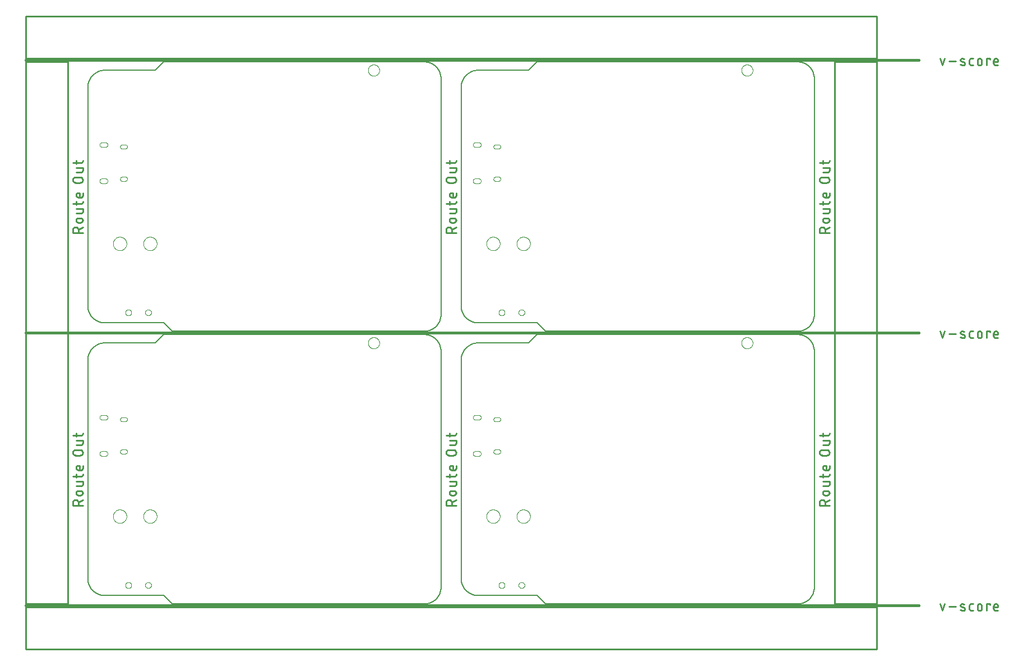
<source format=gko>
G75*
%MOIN*%
%OFA0B0*%
%FSLAX25Y25*%
%IPPOS*%
%LPD*%
%AMOC8*
5,1,8,0,0,1.08239X$1,22.5*
%
%ADD10C,0.00600*%
%ADD11C,0.00000*%
%ADD12C,0.01100*%
%ADD13C,0.01500*%
%ADD14C,0.01000*%
%ADD15C,0.00079*%
D10*
X0048750Y0059580D02*
X0083750Y0059580D01*
X0088750Y0054580D01*
X0238750Y0054580D01*
X0238992Y0054583D01*
X0239233Y0054592D01*
X0239474Y0054606D01*
X0239715Y0054627D01*
X0239955Y0054653D01*
X0240195Y0054685D01*
X0240434Y0054723D01*
X0240671Y0054766D01*
X0240908Y0054816D01*
X0241143Y0054871D01*
X0241377Y0054931D01*
X0241609Y0054998D01*
X0241840Y0055069D01*
X0242069Y0055147D01*
X0242296Y0055230D01*
X0242521Y0055318D01*
X0242744Y0055412D01*
X0242964Y0055511D01*
X0243182Y0055616D01*
X0243397Y0055725D01*
X0243610Y0055840D01*
X0243820Y0055960D01*
X0244026Y0056085D01*
X0244230Y0056215D01*
X0244431Y0056350D01*
X0244628Y0056490D01*
X0244822Y0056634D01*
X0245012Y0056783D01*
X0245198Y0056937D01*
X0245381Y0057095D01*
X0245560Y0057257D01*
X0245735Y0057424D01*
X0245906Y0057595D01*
X0246073Y0057770D01*
X0246235Y0057949D01*
X0246393Y0058132D01*
X0246547Y0058318D01*
X0246696Y0058508D01*
X0246840Y0058702D01*
X0246980Y0058899D01*
X0247115Y0059100D01*
X0247245Y0059304D01*
X0247370Y0059510D01*
X0247490Y0059720D01*
X0247605Y0059933D01*
X0247714Y0060148D01*
X0247819Y0060366D01*
X0247918Y0060586D01*
X0248012Y0060809D01*
X0248100Y0061034D01*
X0248183Y0061261D01*
X0248261Y0061490D01*
X0248332Y0061721D01*
X0248399Y0061953D01*
X0248459Y0062187D01*
X0248514Y0062422D01*
X0248564Y0062659D01*
X0248607Y0062896D01*
X0248645Y0063135D01*
X0248677Y0063375D01*
X0248703Y0063615D01*
X0248724Y0063856D01*
X0248738Y0064097D01*
X0248747Y0064338D01*
X0248750Y0064580D01*
X0248750Y0204580D01*
X0248747Y0204822D01*
X0248738Y0205063D01*
X0248724Y0205304D01*
X0248703Y0205545D01*
X0248677Y0205785D01*
X0248645Y0206025D01*
X0248607Y0206264D01*
X0248564Y0206501D01*
X0248514Y0206738D01*
X0248459Y0206973D01*
X0248399Y0207207D01*
X0248332Y0207439D01*
X0248261Y0207670D01*
X0248183Y0207899D01*
X0248100Y0208126D01*
X0248012Y0208351D01*
X0247918Y0208574D01*
X0247819Y0208794D01*
X0247714Y0209012D01*
X0247605Y0209227D01*
X0247490Y0209440D01*
X0247370Y0209650D01*
X0247245Y0209856D01*
X0247115Y0210060D01*
X0246980Y0210261D01*
X0246840Y0210458D01*
X0246696Y0210652D01*
X0246547Y0210842D01*
X0246393Y0211028D01*
X0246235Y0211211D01*
X0246073Y0211390D01*
X0245906Y0211565D01*
X0245735Y0211736D01*
X0245560Y0211903D01*
X0245381Y0212065D01*
X0245198Y0212223D01*
X0245012Y0212377D01*
X0244822Y0212526D01*
X0244628Y0212670D01*
X0244431Y0212810D01*
X0244230Y0212945D01*
X0244026Y0213075D01*
X0243820Y0213200D01*
X0243610Y0213320D01*
X0243397Y0213435D01*
X0243182Y0213544D01*
X0242964Y0213649D01*
X0242744Y0213748D01*
X0242521Y0213842D01*
X0242296Y0213930D01*
X0242069Y0214013D01*
X0241840Y0214091D01*
X0241609Y0214162D01*
X0241377Y0214229D01*
X0241143Y0214289D01*
X0240908Y0214344D01*
X0240671Y0214394D01*
X0240434Y0214437D01*
X0240195Y0214475D01*
X0239955Y0214507D01*
X0239715Y0214533D01*
X0239474Y0214554D01*
X0239233Y0214568D01*
X0238992Y0214577D01*
X0238750Y0214580D01*
X0083750Y0214580D01*
X0078750Y0209580D01*
X0048750Y0209580D01*
X0048508Y0209577D01*
X0048267Y0209568D01*
X0048026Y0209554D01*
X0047785Y0209533D01*
X0047545Y0209507D01*
X0047305Y0209475D01*
X0047066Y0209437D01*
X0046829Y0209394D01*
X0046592Y0209344D01*
X0046357Y0209289D01*
X0046123Y0209229D01*
X0045891Y0209162D01*
X0045660Y0209091D01*
X0045431Y0209013D01*
X0045204Y0208930D01*
X0044979Y0208842D01*
X0044756Y0208748D01*
X0044536Y0208649D01*
X0044318Y0208544D01*
X0044103Y0208435D01*
X0043890Y0208320D01*
X0043680Y0208200D01*
X0043474Y0208075D01*
X0043270Y0207945D01*
X0043069Y0207810D01*
X0042872Y0207670D01*
X0042678Y0207526D01*
X0042488Y0207377D01*
X0042302Y0207223D01*
X0042119Y0207065D01*
X0041940Y0206903D01*
X0041765Y0206736D01*
X0041594Y0206565D01*
X0041427Y0206390D01*
X0041265Y0206211D01*
X0041107Y0206028D01*
X0040953Y0205842D01*
X0040804Y0205652D01*
X0040660Y0205458D01*
X0040520Y0205261D01*
X0040385Y0205060D01*
X0040255Y0204856D01*
X0040130Y0204650D01*
X0040010Y0204440D01*
X0039895Y0204227D01*
X0039786Y0204012D01*
X0039681Y0203794D01*
X0039582Y0203574D01*
X0039488Y0203351D01*
X0039400Y0203126D01*
X0039317Y0202899D01*
X0039239Y0202670D01*
X0039168Y0202439D01*
X0039101Y0202207D01*
X0039041Y0201973D01*
X0038986Y0201738D01*
X0038936Y0201501D01*
X0038893Y0201264D01*
X0038855Y0201025D01*
X0038823Y0200785D01*
X0038797Y0200545D01*
X0038776Y0200304D01*
X0038762Y0200063D01*
X0038753Y0199822D01*
X0038750Y0199580D01*
X0038750Y0069580D01*
X0038753Y0069338D01*
X0038762Y0069097D01*
X0038776Y0068856D01*
X0038797Y0068615D01*
X0038823Y0068375D01*
X0038855Y0068135D01*
X0038893Y0067896D01*
X0038936Y0067659D01*
X0038986Y0067422D01*
X0039041Y0067187D01*
X0039101Y0066953D01*
X0039168Y0066721D01*
X0039239Y0066490D01*
X0039317Y0066261D01*
X0039400Y0066034D01*
X0039488Y0065809D01*
X0039582Y0065586D01*
X0039681Y0065366D01*
X0039786Y0065148D01*
X0039895Y0064933D01*
X0040010Y0064720D01*
X0040130Y0064510D01*
X0040255Y0064304D01*
X0040385Y0064100D01*
X0040520Y0063899D01*
X0040660Y0063702D01*
X0040804Y0063508D01*
X0040953Y0063318D01*
X0041107Y0063132D01*
X0041265Y0062949D01*
X0041427Y0062770D01*
X0041594Y0062595D01*
X0041765Y0062424D01*
X0041940Y0062257D01*
X0042119Y0062095D01*
X0042302Y0061937D01*
X0042488Y0061783D01*
X0042678Y0061634D01*
X0042872Y0061490D01*
X0043069Y0061350D01*
X0043270Y0061215D01*
X0043474Y0061085D01*
X0043680Y0060960D01*
X0043890Y0060840D01*
X0044103Y0060725D01*
X0044318Y0060616D01*
X0044536Y0060511D01*
X0044756Y0060412D01*
X0044979Y0060318D01*
X0045204Y0060230D01*
X0045431Y0060147D01*
X0045660Y0060069D01*
X0045891Y0059998D01*
X0046123Y0059931D01*
X0046357Y0059871D01*
X0046592Y0059816D01*
X0046829Y0059766D01*
X0047066Y0059723D01*
X0047305Y0059685D01*
X0047545Y0059653D01*
X0047785Y0059627D01*
X0048026Y0059606D01*
X0048267Y0059592D01*
X0048508Y0059583D01*
X0048750Y0059580D01*
X0260750Y0069580D02*
X0260750Y0199580D01*
X0260753Y0199822D01*
X0260762Y0200063D01*
X0260776Y0200304D01*
X0260797Y0200545D01*
X0260823Y0200785D01*
X0260855Y0201025D01*
X0260893Y0201264D01*
X0260936Y0201501D01*
X0260986Y0201738D01*
X0261041Y0201973D01*
X0261101Y0202207D01*
X0261168Y0202439D01*
X0261239Y0202670D01*
X0261317Y0202899D01*
X0261400Y0203126D01*
X0261488Y0203351D01*
X0261582Y0203574D01*
X0261681Y0203794D01*
X0261786Y0204012D01*
X0261895Y0204227D01*
X0262010Y0204440D01*
X0262130Y0204650D01*
X0262255Y0204856D01*
X0262385Y0205060D01*
X0262520Y0205261D01*
X0262660Y0205458D01*
X0262804Y0205652D01*
X0262953Y0205842D01*
X0263107Y0206028D01*
X0263265Y0206211D01*
X0263427Y0206390D01*
X0263594Y0206565D01*
X0263765Y0206736D01*
X0263940Y0206903D01*
X0264119Y0207065D01*
X0264302Y0207223D01*
X0264488Y0207377D01*
X0264678Y0207526D01*
X0264872Y0207670D01*
X0265069Y0207810D01*
X0265270Y0207945D01*
X0265474Y0208075D01*
X0265680Y0208200D01*
X0265890Y0208320D01*
X0266103Y0208435D01*
X0266318Y0208544D01*
X0266536Y0208649D01*
X0266756Y0208748D01*
X0266979Y0208842D01*
X0267204Y0208930D01*
X0267431Y0209013D01*
X0267660Y0209091D01*
X0267891Y0209162D01*
X0268123Y0209229D01*
X0268357Y0209289D01*
X0268592Y0209344D01*
X0268829Y0209394D01*
X0269066Y0209437D01*
X0269305Y0209475D01*
X0269545Y0209507D01*
X0269785Y0209533D01*
X0270026Y0209554D01*
X0270267Y0209568D01*
X0270508Y0209577D01*
X0270750Y0209580D01*
X0300750Y0209580D01*
X0305750Y0214580D01*
X0460750Y0214580D01*
X0460750Y0216580D02*
X0310750Y0216580D01*
X0305750Y0221580D01*
X0270750Y0221580D01*
X0270508Y0221583D01*
X0270267Y0221592D01*
X0270026Y0221606D01*
X0269785Y0221627D01*
X0269545Y0221653D01*
X0269305Y0221685D01*
X0269066Y0221723D01*
X0268829Y0221766D01*
X0268592Y0221816D01*
X0268357Y0221871D01*
X0268123Y0221931D01*
X0267891Y0221998D01*
X0267660Y0222069D01*
X0267431Y0222147D01*
X0267204Y0222230D01*
X0266979Y0222318D01*
X0266756Y0222412D01*
X0266536Y0222511D01*
X0266318Y0222616D01*
X0266103Y0222725D01*
X0265890Y0222840D01*
X0265680Y0222960D01*
X0265474Y0223085D01*
X0265270Y0223215D01*
X0265069Y0223350D01*
X0264872Y0223490D01*
X0264678Y0223634D01*
X0264488Y0223783D01*
X0264302Y0223937D01*
X0264119Y0224095D01*
X0263940Y0224257D01*
X0263765Y0224424D01*
X0263594Y0224595D01*
X0263427Y0224770D01*
X0263265Y0224949D01*
X0263107Y0225132D01*
X0262953Y0225318D01*
X0262804Y0225508D01*
X0262660Y0225702D01*
X0262520Y0225899D01*
X0262385Y0226100D01*
X0262255Y0226304D01*
X0262130Y0226510D01*
X0262010Y0226720D01*
X0261895Y0226933D01*
X0261786Y0227148D01*
X0261681Y0227366D01*
X0261582Y0227586D01*
X0261488Y0227809D01*
X0261400Y0228034D01*
X0261317Y0228261D01*
X0261239Y0228490D01*
X0261168Y0228721D01*
X0261101Y0228953D01*
X0261041Y0229187D01*
X0260986Y0229422D01*
X0260936Y0229659D01*
X0260893Y0229896D01*
X0260855Y0230135D01*
X0260823Y0230375D01*
X0260797Y0230615D01*
X0260776Y0230856D01*
X0260762Y0231097D01*
X0260753Y0231338D01*
X0260750Y0231580D01*
X0260750Y0361580D01*
X0260753Y0361822D01*
X0260762Y0362063D01*
X0260776Y0362304D01*
X0260797Y0362545D01*
X0260823Y0362785D01*
X0260855Y0363025D01*
X0260893Y0363264D01*
X0260936Y0363501D01*
X0260986Y0363738D01*
X0261041Y0363973D01*
X0261101Y0364207D01*
X0261168Y0364439D01*
X0261239Y0364670D01*
X0261317Y0364899D01*
X0261400Y0365126D01*
X0261488Y0365351D01*
X0261582Y0365574D01*
X0261681Y0365794D01*
X0261786Y0366012D01*
X0261895Y0366227D01*
X0262010Y0366440D01*
X0262130Y0366650D01*
X0262255Y0366856D01*
X0262385Y0367060D01*
X0262520Y0367261D01*
X0262660Y0367458D01*
X0262804Y0367652D01*
X0262953Y0367842D01*
X0263107Y0368028D01*
X0263265Y0368211D01*
X0263427Y0368390D01*
X0263594Y0368565D01*
X0263765Y0368736D01*
X0263940Y0368903D01*
X0264119Y0369065D01*
X0264302Y0369223D01*
X0264488Y0369377D01*
X0264678Y0369526D01*
X0264872Y0369670D01*
X0265069Y0369810D01*
X0265270Y0369945D01*
X0265474Y0370075D01*
X0265680Y0370200D01*
X0265890Y0370320D01*
X0266103Y0370435D01*
X0266318Y0370544D01*
X0266536Y0370649D01*
X0266756Y0370748D01*
X0266979Y0370842D01*
X0267204Y0370930D01*
X0267431Y0371013D01*
X0267660Y0371091D01*
X0267891Y0371162D01*
X0268123Y0371229D01*
X0268357Y0371289D01*
X0268592Y0371344D01*
X0268829Y0371394D01*
X0269066Y0371437D01*
X0269305Y0371475D01*
X0269545Y0371507D01*
X0269785Y0371533D01*
X0270026Y0371554D01*
X0270267Y0371568D01*
X0270508Y0371577D01*
X0270750Y0371580D01*
X0300750Y0371580D01*
X0305750Y0376580D01*
X0460750Y0376580D01*
X0460992Y0376577D01*
X0461233Y0376568D01*
X0461474Y0376554D01*
X0461715Y0376533D01*
X0461955Y0376507D01*
X0462195Y0376475D01*
X0462434Y0376437D01*
X0462671Y0376394D01*
X0462908Y0376344D01*
X0463143Y0376289D01*
X0463377Y0376229D01*
X0463609Y0376162D01*
X0463840Y0376091D01*
X0464069Y0376013D01*
X0464296Y0375930D01*
X0464521Y0375842D01*
X0464744Y0375748D01*
X0464964Y0375649D01*
X0465182Y0375544D01*
X0465397Y0375435D01*
X0465610Y0375320D01*
X0465820Y0375200D01*
X0466026Y0375075D01*
X0466230Y0374945D01*
X0466431Y0374810D01*
X0466628Y0374670D01*
X0466822Y0374526D01*
X0467012Y0374377D01*
X0467198Y0374223D01*
X0467381Y0374065D01*
X0467560Y0373903D01*
X0467735Y0373736D01*
X0467906Y0373565D01*
X0468073Y0373390D01*
X0468235Y0373211D01*
X0468393Y0373028D01*
X0468547Y0372842D01*
X0468696Y0372652D01*
X0468840Y0372458D01*
X0468980Y0372261D01*
X0469115Y0372060D01*
X0469245Y0371856D01*
X0469370Y0371650D01*
X0469490Y0371440D01*
X0469605Y0371227D01*
X0469714Y0371012D01*
X0469819Y0370794D01*
X0469918Y0370574D01*
X0470012Y0370351D01*
X0470100Y0370126D01*
X0470183Y0369899D01*
X0470261Y0369670D01*
X0470332Y0369439D01*
X0470399Y0369207D01*
X0470459Y0368973D01*
X0470514Y0368738D01*
X0470564Y0368501D01*
X0470607Y0368264D01*
X0470645Y0368025D01*
X0470677Y0367785D01*
X0470703Y0367545D01*
X0470724Y0367304D01*
X0470738Y0367063D01*
X0470747Y0366822D01*
X0470750Y0366580D01*
X0470750Y0226580D01*
X0470747Y0226338D01*
X0470738Y0226097D01*
X0470724Y0225856D01*
X0470703Y0225615D01*
X0470677Y0225375D01*
X0470645Y0225135D01*
X0470607Y0224896D01*
X0470564Y0224659D01*
X0470514Y0224422D01*
X0470459Y0224187D01*
X0470399Y0223953D01*
X0470332Y0223721D01*
X0470261Y0223490D01*
X0470183Y0223261D01*
X0470100Y0223034D01*
X0470012Y0222809D01*
X0469918Y0222586D01*
X0469819Y0222366D01*
X0469714Y0222148D01*
X0469605Y0221933D01*
X0469490Y0221720D01*
X0469370Y0221510D01*
X0469245Y0221304D01*
X0469115Y0221100D01*
X0468980Y0220899D01*
X0468840Y0220702D01*
X0468696Y0220508D01*
X0468547Y0220318D01*
X0468393Y0220132D01*
X0468235Y0219949D01*
X0468073Y0219770D01*
X0467906Y0219595D01*
X0467735Y0219424D01*
X0467560Y0219257D01*
X0467381Y0219095D01*
X0467198Y0218937D01*
X0467012Y0218783D01*
X0466822Y0218634D01*
X0466628Y0218490D01*
X0466431Y0218350D01*
X0466230Y0218215D01*
X0466026Y0218085D01*
X0465820Y0217960D01*
X0465610Y0217840D01*
X0465397Y0217725D01*
X0465182Y0217616D01*
X0464964Y0217511D01*
X0464744Y0217412D01*
X0464521Y0217318D01*
X0464296Y0217230D01*
X0464069Y0217147D01*
X0463840Y0217069D01*
X0463609Y0216998D01*
X0463377Y0216931D01*
X0463143Y0216871D01*
X0462908Y0216816D01*
X0462671Y0216766D01*
X0462434Y0216723D01*
X0462195Y0216685D01*
X0461955Y0216653D01*
X0461715Y0216627D01*
X0461474Y0216606D01*
X0461233Y0216592D01*
X0460992Y0216583D01*
X0460750Y0216580D01*
X0460750Y0214580D02*
X0460992Y0214577D01*
X0461233Y0214568D01*
X0461474Y0214554D01*
X0461715Y0214533D01*
X0461955Y0214507D01*
X0462195Y0214475D01*
X0462434Y0214437D01*
X0462671Y0214394D01*
X0462908Y0214344D01*
X0463143Y0214289D01*
X0463377Y0214229D01*
X0463609Y0214162D01*
X0463840Y0214091D01*
X0464069Y0214013D01*
X0464296Y0213930D01*
X0464521Y0213842D01*
X0464744Y0213748D01*
X0464964Y0213649D01*
X0465182Y0213544D01*
X0465397Y0213435D01*
X0465610Y0213320D01*
X0465820Y0213200D01*
X0466026Y0213075D01*
X0466230Y0212945D01*
X0466431Y0212810D01*
X0466628Y0212670D01*
X0466822Y0212526D01*
X0467012Y0212377D01*
X0467198Y0212223D01*
X0467381Y0212065D01*
X0467560Y0211903D01*
X0467735Y0211736D01*
X0467906Y0211565D01*
X0468073Y0211390D01*
X0468235Y0211211D01*
X0468393Y0211028D01*
X0468547Y0210842D01*
X0468696Y0210652D01*
X0468840Y0210458D01*
X0468980Y0210261D01*
X0469115Y0210060D01*
X0469245Y0209856D01*
X0469370Y0209650D01*
X0469490Y0209440D01*
X0469605Y0209227D01*
X0469714Y0209012D01*
X0469819Y0208794D01*
X0469918Y0208574D01*
X0470012Y0208351D01*
X0470100Y0208126D01*
X0470183Y0207899D01*
X0470261Y0207670D01*
X0470332Y0207439D01*
X0470399Y0207207D01*
X0470459Y0206973D01*
X0470514Y0206738D01*
X0470564Y0206501D01*
X0470607Y0206264D01*
X0470645Y0206025D01*
X0470677Y0205785D01*
X0470703Y0205545D01*
X0470724Y0205304D01*
X0470738Y0205063D01*
X0470747Y0204822D01*
X0470750Y0204580D01*
X0470750Y0064580D01*
X0470747Y0064338D01*
X0470738Y0064097D01*
X0470724Y0063856D01*
X0470703Y0063615D01*
X0470677Y0063375D01*
X0470645Y0063135D01*
X0470607Y0062896D01*
X0470564Y0062659D01*
X0470514Y0062422D01*
X0470459Y0062187D01*
X0470399Y0061953D01*
X0470332Y0061721D01*
X0470261Y0061490D01*
X0470183Y0061261D01*
X0470100Y0061034D01*
X0470012Y0060809D01*
X0469918Y0060586D01*
X0469819Y0060366D01*
X0469714Y0060148D01*
X0469605Y0059933D01*
X0469490Y0059720D01*
X0469370Y0059510D01*
X0469245Y0059304D01*
X0469115Y0059100D01*
X0468980Y0058899D01*
X0468840Y0058702D01*
X0468696Y0058508D01*
X0468547Y0058318D01*
X0468393Y0058132D01*
X0468235Y0057949D01*
X0468073Y0057770D01*
X0467906Y0057595D01*
X0467735Y0057424D01*
X0467560Y0057257D01*
X0467381Y0057095D01*
X0467198Y0056937D01*
X0467012Y0056783D01*
X0466822Y0056634D01*
X0466628Y0056490D01*
X0466431Y0056350D01*
X0466230Y0056215D01*
X0466026Y0056085D01*
X0465820Y0055960D01*
X0465610Y0055840D01*
X0465397Y0055725D01*
X0465182Y0055616D01*
X0464964Y0055511D01*
X0464744Y0055412D01*
X0464521Y0055318D01*
X0464296Y0055230D01*
X0464069Y0055147D01*
X0463840Y0055069D01*
X0463609Y0054998D01*
X0463377Y0054931D01*
X0463143Y0054871D01*
X0462908Y0054816D01*
X0462671Y0054766D01*
X0462434Y0054723D01*
X0462195Y0054685D01*
X0461955Y0054653D01*
X0461715Y0054627D01*
X0461474Y0054606D01*
X0461233Y0054592D01*
X0460992Y0054583D01*
X0460750Y0054580D01*
X0310750Y0054580D01*
X0305750Y0059580D01*
X0270750Y0059580D01*
X0270508Y0059583D01*
X0270267Y0059592D01*
X0270026Y0059606D01*
X0269785Y0059627D01*
X0269545Y0059653D01*
X0269305Y0059685D01*
X0269066Y0059723D01*
X0268829Y0059766D01*
X0268592Y0059816D01*
X0268357Y0059871D01*
X0268123Y0059931D01*
X0267891Y0059998D01*
X0267660Y0060069D01*
X0267431Y0060147D01*
X0267204Y0060230D01*
X0266979Y0060318D01*
X0266756Y0060412D01*
X0266536Y0060511D01*
X0266318Y0060616D01*
X0266103Y0060725D01*
X0265890Y0060840D01*
X0265680Y0060960D01*
X0265474Y0061085D01*
X0265270Y0061215D01*
X0265069Y0061350D01*
X0264872Y0061490D01*
X0264678Y0061634D01*
X0264488Y0061783D01*
X0264302Y0061937D01*
X0264119Y0062095D01*
X0263940Y0062257D01*
X0263765Y0062424D01*
X0263594Y0062595D01*
X0263427Y0062770D01*
X0263265Y0062949D01*
X0263107Y0063132D01*
X0262953Y0063318D01*
X0262804Y0063508D01*
X0262660Y0063702D01*
X0262520Y0063899D01*
X0262385Y0064100D01*
X0262255Y0064304D01*
X0262130Y0064510D01*
X0262010Y0064720D01*
X0261895Y0064933D01*
X0261786Y0065148D01*
X0261681Y0065366D01*
X0261582Y0065586D01*
X0261488Y0065809D01*
X0261400Y0066034D01*
X0261317Y0066261D01*
X0261239Y0066490D01*
X0261168Y0066721D01*
X0261101Y0066953D01*
X0261041Y0067187D01*
X0260986Y0067422D01*
X0260936Y0067659D01*
X0260893Y0067896D01*
X0260855Y0068135D01*
X0260823Y0068375D01*
X0260797Y0068615D01*
X0260776Y0068856D01*
X0260762Y0069097D01*
X0260753Y0069338D01*
X0260750Y0069580D01*
X0238750Y0216580D02*
X0088750Y0216580D01*
X0083750Y0221580D01*
X0048750Y0221580D01*
X0048508Y0221583D01*
X0048267Y0221592D01*
X0048026Y0221606D01*
X0047785Y0221627D01*
X0047545Y0221653D01*
X0047305Y0221685D01*
X0047066Y0221723D01*
X0046829Y0221766D01*
X0046592Y0221816D01*
X0046357Y0221871D01*
X0046123Y0221931D01*
X0045891Y0221998D01*
X0045660Y0222069D01*
X0045431Y0222147D01*
X0045204Y0222230D01*
X0044979Y0222318D01*
X0044756Y0222412D01*
X0044536Y0222511D01*
X0044318Y0222616D01*
X0044103Y0222725D01*
X0043890Y0222840D01*
X0043680Y0222960D01*
X0043474Y0223085D01*
X0043270Y0223215D01*
X0043069Y0223350D01*
X0042872Y0223490D01*
X0042678Y0223634D01*
X0042488Y0223783D01*
X0042302Y0223937D01*
X0042119Y0224095D01*
X0041940Y0224257D01*
X0041765Y0224424D01*
X0041594Y0224595D01*
X0041427Y0224770D01*
X0041265Y0224949D01*
X0041107Y0225132D01*
X0040953Y0225318D01*
X0040804Y0225508D01*
X0040660Y0225702D01*
X0040520Y0225899D01*
X0040385Y0226100D01*
X0040255Y0226304D01*
X0040130Y0226510D01*
X0040010Y0226720D01*
X0039895Y0226933D01*
X0039786Y0227148D01*
X0039681Y0227366D01*
X0039582Y0227586D01*
X0039488Y0227809D01*
X0039400Y0228034D01*
X0039317Y0228261D01*
X0039239Y0228490D01*
X0039168Y0228721D01*
X0039101Y0228953D01*
X0039041Y0229187D01*
X0038986Y0229422D01*
X0038936Y0229659D01*
X0038893Y0229896D01*
X0038855Y0230135D01*
X0038823Y0230375D01*
X0038797Y0230615D01*
X0038776Y0230856D01*
X0038762Y0231097D01*
X0038753Y0231338D01*
X0038750Y0231580D01*
X0038750Y0361580D01*
X0038753Y0361822D01*
X0038762Y0362063D01*
X0038776Y0362304D01*
X0038797Y0362545D01*
X0038823Y0362785D01*
X0038855Y0363025D01*
X0038893Y0363264D01*
X0038936Y0363501D01*
X0038986Y0363738D01*
X0039041Y0363973D01*
X0039101Y0364207D01*
X0039168Y0364439D01*
X0039239Y0364670D01*
X0039317Y0364899D01*
X0039400Y0365126D01*
X0039488Y0365351D01*
X0039582Y0365574D01*
X0039681Y0365794D01*
X0039786Y0366012D01*
X0039895Y0366227D01*
X0040010Y0366440D01*
X0040130Y0366650D01*
X0040255Y0366856D01*
X0040385Y0367060D01*
X0040520Y0367261D01*
X0040660Y0367458D01*
X0040804Y0367652D01*
X0040953Y0367842D01*
X0041107Y0368028D01*
X0041265Y0368211D01*
X0041427Y0368390D01*
X0041594Y0368565D01*
X0041765Y0368736D01*
X0041940Y0368903D01*
X0042119Y0369065D01*
X0042302Y0369223D01*
X0042488Y0369377D01*
X0042678Y0369526D01*
X0042872Y0369670D01*
X0043069Y0369810D01*
X0043270Y0369945D01*
X0043474Y0370075D01*
X0043680Y0370200D01*
X0043890Y0370320D01*
X0044103Y0370435D01*
X0044318Y0370544D01*
X0044536Y0370649D01*
X0044756Y0370748D01*
X0044979Y0370842D01*
X0045204Y0370930D01*
X0045431Y0371013D01*
X0045660Y0371091D01*
X0045891Y0371162D01*
X0046123Y0371229D01*
X0046357Y0371289D01*
X0046592Y0371344D01*
X0046829Y0371394D01*
X0047066Y0371437D01*
X0047305Y0371475D01*
X0047545Y0371507D01*
X0047785Y0371533D01*
X0048026Y0371554D01*
X0048267Y0371568D01*
X0048508Y0371577D01*
X0048750Y0371580D01*
X0078750Y0371580D01*
X0083750Y0376580D01*
X0238750Y0376580D01*
X0238992Y0376577D01*
X0239233Y0376568D01*
X0239474Y0376554D01*
X0239715Y0376533D01*
X0239955Y0376507D01*
X0240195Y0376475D01*
X0240434Y0376437D01*
X0240671Y0376394D01*
X0240908Y0376344D01*
X0241143Y0376289D01*
X0241377Y0376229D01*
X0241609Y0376162D01*
X0241840Y0376091D01*
X0242069Y0376013D01*
X0242296Y0375930D01*
X0242521Y0375842D01*
X0242744Y0375748D01*
X0242964Y0375649D01*
X0243182Y0375544D01*
X0243397Y0375435D01*
X0243610Y0375320D01*
X0243820Y0375200D01*
X0244026Y0375075D01*
X0244230Y0374945D01*
X0244431Y0374810D01*
X0244628Y0374670D01*
X0244822Y0374526D01*
X0245012Y0374377D01*
X0245198Y0374223D01*
X0245381Y0374065D01*
X0245560Y0373903D01*
X0245735Y0373736D01*
X0245906Y0373565D01*
X0246073Y0373390D01*
X0246235Y0373211D01*
X0246393Y0373028D01*
X0246547Y0372842D01*
X0246696Y0372652D01*
X0246840Y0372458D01*
X0246980Y0372261D01*
X0247115Y0372060D01*
X0247245Y0371856D01*
X0247370Y0371650D01*
X0247490Y0371440D01*
X0247605Y0371227D01*
X0247714Y0371012D01*
X0247819Y0370794D01*
X0247918Y0370574D01*
X0248012Y0370351D01*
X0248100Y0370126D01*
X0248183Y0369899D01*
X0248261Y0369670D01*
X0248332Y0369439D01*
X0248399Y0369207D01*
X0248459Y0368973D01*
X0248514Y0368738D01*
X0248564Y0368501D01*
X0248607Y0368264D01*
X0248645Y0368025D01*
X0248677Y0367785D01*
X0248703Y0367545D01*
X0248724Y0367304D01*
X0248738Y0367063D01*
X0248747Y0366822D01*
X0248750Y0366580D01*
X0248750Y0226580D01*
X0248747Y0226338D01*
X0248738Y0226097D01*
X0248724Y0225856D01*
X0248703Y0225615D01*
X0248677Y0225375D01*
X0248645Y0225135D01*
X0248607Y0224896D01*
X0248564Y0224659D01*
X0248514Y0224422D01*
X0248459Y0224187D01*
X0248399Y0223953D01*
X0248332Y0223721D01*
X0248261Y0223490D01*
X0248183Y0223261D01*
X0248100Y0223034D01*
X0248012Y0222809D01*
X0247918Y0222586D01*
X0247819Y0222366D01*
X0247714Y0222148D01*
X0247605Y0221933D01*
X0247490Y0221720D01*
X0247370Y0221510D01*
X0247245Y0221304D01*
X0247115Y0221100D01*
X0246980Y0220899D01*
X0246840Y0220702D01*
X0246696Y0220508D01*
X0246547Y0220318D01*
X0246393Y0220132D01*
X0246235Y0219949D01*
X0246073Y0219770D01*
X0245906Y0219595D01*
X0245735Y0219424D01*
X0245560Y0219257D01*
X0245381Y0219095D01*
X0245198Y0218937D01*
X0245012Y0218783D01*
X0244822Y0218634D01*
X0244628Y0218490D01*
X0244431Y0218350D01*
X0244230Y0218215D01*
X0244026Y0218085D01*
X0243820Y0217960D01*
X0243610Y0217840D01*
X0243397Y0217725D01*
X0243182Y0217616D01*
X0242964Y0217511D01*
X0242744Y0217412D01*
X0242521Y0217318D01*
X0242296Y0217230D01*
X0242069Y0217147D01*
X0241840Y0217069D01*
X0241609Y0216998D01*
X0241377Y0216931D01*
X0241143Y0216871D01*
X0240908Y0216816D01*
X0240671Y0216766D01*
X0240434Y0216723D01*
X0240195Y0216685D01*
X0239955Y0216653D01*
X0239715Y0216627D01*
X0239474Y0216606D01*
X0239233Y0216592D01*
X0238992Y0216583D01*
X0238750Y0216580D01*
D11*
X0205404Y0209580D02*
X0205406Y0209695D01*
X0205412Y0209811D01*
X0205422Y0209926D01*
X0205436Y0210041D01*
X0205454Y0210155D01*
X0205476Y0210268D01*
X0205501Y0210381D01*
X0205531Y0210492D01*
X0205564Y0210603D01*
X0205601Y0210712D01*
X0205642Y0210820D01*
X0205687Y0210927D01*
X0205735Y0211032D01*
X0205787Y0211135D01*
X0205843Y0211236D01*
X0205902Y0211336D01*
X0205964Y0211433D01*
X0206030Y0211528D01*
X0206098Y0211621D01*
X0206170Y0211711D01*
X0206245Y0211799D01*
X0206324Y0211884D01*
X0206405Y0211966D01*
X0206488Y0212046D01*
X0206575Y0212122D01*
X0206664Y0212196D01*
X0206755Y0212266D01*
X0206849Y0212334D01*
X0206945Y0212398D01*
X0207044Y0212458D01*
X0207144Y0212515D01*
X0207246Y0212569D01*
X0207350Y0212619D01*
X0207456Y0212666D01*
X0207563Y0212709D01*
X0207672Y0212748D01*
X0207782Y0212783D01*
X0207893Y0212814D01*
X0208005Y0212842D01*
X0208118Y0212866D01*
X0208232Y0212886D01*
X0208347Y0212902D01*
X0208462Y0212914D01*
X0208577Y0212922D01*
X0208692Y0212926D01*
X0208808Y0212926D01*
X0208923Y0212922D01*
X0209038Y0212914D01*
X0209153Y0212902D01*
X0209268Y0212886D01*
X0209382Y0212866D01*
X0209495Y0212842D01*
X0209607Y0212814D01*
X0209718Y0212783D01*
X0209828Y0212748D01*
X0209937Y0212709D01*
X0210044Y0212666D01*
X0210150Y0212619D01*
X0210254Y0212569D01*
X0210356Y0212515D01*
X0210456Y0212458D01*
X0210555Y0212398D01*
X0210651Y0212334D01*
X0210745Y0212266D01*
X0210836Y0212196D01*
X0210925Y0212122D01*
X0211012Y0212046D01*
X0211095Y0211966D01*
X0211176Y0211884D01*
X0211255Y0211799D01*
X0211330Y0211711D01*
X0211402Y0211621D01*
X0211470Y0211528D01*
X0211536Y0211433D01*
X0211598Y0211336D01*
X0211657Y0211236D01*
X0211713Y0211135D01*
X0211765Y0211032D01*
X0211813Y0210927D01*
X0211858Y0210820D01*
X0211899Y0210712D01*
X0211936Y0210603D01*
X0211969Y0210492D01*
X0211999Y0210381D01*
X0212024Y0210268D01*
X0212046Y0210155D01*
X0212064Y0210041D01*
X0212078Y0209926D01*
X0212088Y0209811D01*
X0212094Y0209695D01*
X0212096Y0209580D01*
X0212094Y0209465D01*
X0212088Y0209349D01*
X0212078Y0209234D01*
X0212064Y0209119D01*
X0212046Y0209005D01*
X0212024Y0208892D01*
X0211999Y0208779D01*
X0211969Y0208668D01*
X0211936Y0208557D01*
X0211899Y0208448D01*
X0211858Y0208340D01*
X0211813Y0208233D01*
X0211765Y0208128D01*
X0211713Y0208025D01*
X0211657Y0207924D01*
X0211598Y0207824D01*
X0211536Y0207727D01*
X0211470Y0207632D01*
X0211402Y0207539D01*
X0211330Y0207449D01*
X0211255Y0207361D01*
X0211176Y0207276D01*
X0211095Y0207194D01*
X0211012Y0207114D01*
X0210925Y0207038D01*
X0210836Y0206964D01*
X0210745Y0206894D01*
X0210651Y0206826D01*
X0210555Y0206762D01*
X0210456Y0206702D01*
X0210356Y0206645D01*
X0210254Y0206591D01*
X0210150Y0206541D01*
X0210044Y0206494D01*
X0209937Y0206451D01*
X0209828Y0206412D01*
X0209718Y0206377D01*
X0209607Y0206346D01*
X0209495Y0206318D01*
X0209382Y0206294D01*
X0209268Y0206274D01*
X0209153Y0206258D01*
X0209038Y0206246D01*
X0208923Y0206238D01*
X0208808Y0206234D01*
X0208692Y0206234D01*
X0208577Y0206238D01*
X0208462Y0206246D01*
X0208347Y0206258D01*
X0208232Y0206274D01*
X0208118Y0206294D01*
X0208005Y0206318D01*
X0207893Y0206346D01*
X0207782Y0206377D01*
X0207672Y0206412D01*
X0207563Y0206451D01*
X0207456Y0206494D01*
X0207350Y0206541D01*
X0207246Y0206591D01*
X0207144Y0206645D01*
X0207044Y0206702D01*
X0206945Y0206762D01*
X0206849Y0206826D01*
X0206755Y0206894D01*
X0206664Y0206964D01*
X0206575Y0207038D01*
X0206488Y0207114D01*
X0206405Y0207194D01*
X0206324Y0207276D01*
X0206245Y0207361D01*
X0206170Y0207449D01*
X0206098Y0207539D01*
X0206030Y0207632D01*
X0205964Y0207727D01*
X0205902Y0207824D01*
X0205843Y0207924D01*
X0205787Y0208025D01*
X0205735Y0208128D01*
X0205687Y0208233D01*
X0205642Y0208340D01*
X0205601Y0208448D01*
X0205564Y0208557D01*
X0205531Y0208668D01*
X0205501Y0208779D01*
X0205476Y0208892D01*
X0205454Y0209005D01*
X0205436Y0209119D01*
X0205422Y0209234D01*
X0205412Y0209349D01*
X0205406Y0209465D01*
X0205404Y0209580D01*
X0283072Y0227680D02*
X0283074Y0227764D01*
X0283080Y0227847D01*
X0283090Y0227930D01*
X0283104Y0228013D01*
X0283121Y0228095D01*
X0283143Y0228176D01*
X0283168Y0228255D01*
X0283197Y0228334D01*
X0283230Y0228411D01*
X0283266Y0228486D01*
X0283306Y0228560D01*
X0283349Y0228632D01*
X0283396Y0228701D01*
X0283446Y0228768D01*
X0283499Y0228833D01*
X0283555Y0228895D01*
X0283613Y0228955D01*
X0283675Y0229012D01*
X0283739Y0229065D01*
X0283806Y0229116D01*
X0283875Y0229163D01*
X0283946Y0229208D01*
X0284019Y0229248D01*
X0284094Y0229285D01*
X0284171Y0229319D01*
X0284249Y0229349D01*
X0284328Y0229375D01*
X0284409Y0229398D01*
X0284491Y0229416D01*
X0284573Y0229431D01*
X0284656Y0229442D01*
X0284739Y0229449D01*
X0284823Y0229452D01*
X0284907Y0229451D01*
X0284990Y0229446D01*
X0285074Y0229437D01*
X0285156Y0229424D01*
X0285238Y0229408D01*
X0285319Y0229387D01*
X0285400Y0229363D01*
X0285478Y0229335D01*
X0285556Y0229303D01*
X0285632Y0229267D01*
X0285706Y0229228D01*
X0285778Y0229186D01*
X0285848Y0229140D01*
X0285916Y0229091D01*
X0285981Y0229039D01*
X0286044Y0228984D01*
X0286104Y0228926D01*
X0286162Y0228865D01*
X0286216Y0228801D01*
X0286268Y0228735D01*
X0286316Y0228667D01*
X0286361Y0228596D01*
X0286402Y0228523D01*
X0286441Y0228449D01*
X0286475Y0228373D01*
X0286506Y0228295D01*
X0286533Y0228216D01*
X0286557Y0228135D01*
X0286576Y0228054D01*
X0286592Y0227972D01*
X0286604Y0227889D01*
X0286612Y0227805D01*
X0286616Y0227722D01*
X0286616Y0227638D01*
X0286612Y0227555D01*
X0286604Y0227471D01*
X0286592Y0227388D01*
X0286576Y0227306D01*
X0286557Y0227225D01*
X0286533Y0227144D01*
X0286506Y0227065D01*
X0286475Y0226987D01*
X0286441Y0226911D01*
X0286402Y0226837D01*
X0286361Y0226764D01*
X0286316Y0226693D01*
X0286268Y0226625D01*
X0286216Y0226559D01*
X0286162Y0226495D01*
X0286104Y0226434D01*
X0286044Y0226376D01*
X0285981Y0226321D01*
X0285916Y0226269D01*
X0285848Y0226220D01*
X0285778Y0226174D01*
X0285706Y0226132D01*
X0285632Y0226093D01*
X0285556Y0226057D01*
X0285478Y0226025D01*
X0285400Y0225997D01*
X0285319Y0225973D01*
X0285238Y0225952D01*
X0285156Y0225936D01*
X0285074Y0225923D01*
X0284990Y0225914D01*
X0284907Y0225909D01*
X0284823Y0225908D01*
X0284739Y0225911D01*
X0284656Y0225918D01*
X0284573Y0225929D01*
X0284491Y0225944D01*
X0284409Y0225962D01*
X0284328Y0225985D01*
X0284249Y0226011D01*
X0284171Y0226041D01*
X0284094Y0226075D01*
X0284019Y0226112D01*
X0283946Y0226152D01*
X0283875Y0226197D01*
X0283806Y0226244D01*
X0283739Y0226295D01*
X0283675Y0226348D01*
X0283613Y0226405D01*
X0283555Y0226465D01*
X0283499Y0226527D01*
X0283446Y0226592D01*
X0283396Y0226659D01*
X0283349Y0226728D01*
X0283306Y0226800D01*
X0283266Y0226874D01*
X0283230Y0226949D01*
X0283197Y0227026D01*
X0283168Y0227105D01*
X0283143Y0227184D01*
X0283121Y0227265D01*
X0283104Y0227347D01*
X0283090Y0227430D01*
X0283080Y0227513D01*
X0283074Y0227596D01*
X0283072Y0227680D01*
X0294884Y0227680D02*
X0294886Y0227764D01*
X0294892Y0227847D01*
X0294902Y0227930D01*
X0294916Y0228013D01*
X0294933Y0228095D01*
X0294955Y0228176D01*
X0294980Y0228255D01*
X0295009Y0228334D01*
X0295042Y0228411D01*
X0295078Y0228486D01*
X0295118Y0228560D01*
X0295161Y0228632D01*
X0295208Y0228701D01*
X0295258Y0228768D01*
X0295311Y0228833D01*
X0295367Y0228895D01*
X0295425Y0228955D01*
X0295487Y0229012D01*
X0295551Y0229065D01*
X0295618Y0229116D01*
X0295687Y0229163D01*
X0295758Y0229208D01*
X0295831Y0229248D01*
X0295906Y0229285D01*
X0295983Y0229319D01*
X0296061Y0229349D01*
X0296140Y0229375D01*
X0296221Y0229398D01*
X0296303Y0229416D01*
X0296385Y0229431D01*
X0296468Y0229442D01*
X0296551Y0229449D01*
X0296635Y0229452D01*
X0296719Y0229451D01*
X0296802Y0229446D01*
X0296886Y0229437D01*
X0296968Y0229424D01*
X0297050Y0229408D01*
X0297131Y0229387D01*
X0297212Y0229363D01*
X0297290Y0229335D01*
X0297368Y0229303D01*
X0297444Y0229267D01*
X0297518Y0229228D01*
X0297590Y0229186D01*
X0297660Y0229140D01*
X0297728Y0229091D01*
X0297793Y0229039D01*
X0297856Y0228984D01*
X0297916Y0228926D01*
X0297974Y0228865D01*
X0298028Y0228801D01*
X0298080Y0228735D01*
X0298128Y0228667D01*
X0298173Y0228596D01*
X0298214Y0228523D01*
X0298253Y0228449D01*
X0298287Y0228373D01*
X0298318Y0228295D01*
X0298345Y0228216D01*
X0298369Y0228135D01*
X0298388Y0228054D01*
X0298404Y0227972D01*
X0298416Y0227889D01*
X0298424Y0227805D01*
X0298428Y0227722D01*
X0298428Y0227638D01*
X0298424Y0227555D01*
X0298416Y0227471D01*
X0298404Y0227388D01*
X0298388Y0227306D01*
X0298369Y0227225D01*
X0298345Y0227144D01*
X0298318Y0227065D01*
X0298287Y0226987D01*
X0298253Y0226911D01*
X0298214Y0226837D01*
X0298173Y0226764D01*
X0298128Y0226693D01*
X0298080Y0226625D01*
X0298028Y0226559D01*
X0297974Y0226495D01*
X0297916Y0226434D01*
X0297856Y0226376D01*
X0297793Y0226321D01*
X0297728Y0226269D01*
X0297660Y0226220D01*
X0297590Y0226174D01*
X0297518Y0226132D01*
X0297444Y0226093D01*
X0297368Y0226057D01*
X0297290Y0226025D01*
X0297212Y0225997D01*
X0297131Y0225973D01*
X0297050Y0225952D01*
X0296968Y0225936D01*
X0296886Y0225923D01*
X0296802Y0225914D01*
X0296719Y0225909D01*
X0296635Y0225908D01*
X0296551Y0225911D01*
X0296468Y0225918D01*
X0296385Y0225929D01*
X0296303Y0225944D01*
X0296221Y0225962D01*
X0296140Y0225985D01*
X0296061Y0226011D01*
X0295983Y0226041D01*
X0295906Y0226075D01*
X0295831Y0226112D01*
X0295758Y0226152D01*
X0295687Y0226197D01*
X0295618Y0226244D01*
X0295551Y0226295D01*
X0295487Y0226348D01*
X0295425Y0226405D01*
X0295367Y0226465D01*
X0295311Y0226527D01*
X0295258Y0226592D01*
X0295208Y0226659D01*
X0295161Y0226728D01*
X0295118Y0226800D01*
X0295078Y0226874D01*
X0295042Y0226949D01*
X0295009Y0227026D01*
X0294980Y0227105D01*
X0294955Y0227184D01*
X0294933Y0227265D01*
X0294916Y0227347D01*
X0294902Y0227430D01*
X0294892Y0227513D01*
X0294886Y0227596D01*
X0294884Y0227680D01*
X0293750Y0268580D02*
X0293752Y0268706D01*
X0293758Y0268832D01*
X0293768Y0268958D01*
X0293782Y0269084D01*
X0293800Y0269209D01*
X0293822Y0269333D01*
X0293847Y0269457D01*
X0293877Y0269580D01*
X0293910Y0269701D01*
X0293948Y0269822D01*
X0293989Y0269941D01*
X0294034Y0270060D01*
X0294082Y0270176D01*
X0294134Y0270291D01*
X0294190Y0270404D01*
X0294250Y0270516D01*
X0294313Y0270625D01*
X0294379Y0270733D01*
X0294448Y0270838D01*
X0294521Y0270941D01*
X0294598Y0271042D01*
X0294677Y0271140D01*
X0294759Y0271236D01*
X0294845Y0271329D01*
X0294933Y0271420D01*
X0295024Y0271507D01*
X0295118Y0271592D01*
X0295214Y0271673D01*
X0295313Y0271752D01*
X0295414Y0271827D01*
X0295518Y0271899D01*
X0295624Y0271968D01*
X0295732Y0272034D01*
X0295842Y0272096D01*
X0295954Y0272154D01*
X0296067Y0272209D01*
X0296183Y0272260D01*
X0296300Y0272308D01*
X0296418Y0272352D01*
X0296538Y0272392D01*
X0296659Y0272428D01*
X0296781Y0272461D01*
X0296904Y0272490D01*
X0297028Y0272514D01*
X0297152Y0272535D01*
X0297277Y0272552D01*
X0297403Y0272565D01*
X0297529Y0272574D01*
X0297655Y0272579D01*
X0297782Y0272580D01*
X0297908Y0272577D01*
X0298034Y0272570D01*
X0298160Y0272559D01*
X0298285Y0272544D01*
X0298410Y0272525D01*
X0298534Y0272502D01*
X0298658Y0272476D01*
X0298780Y0272445D01*
X0298902Y0272411D01*
X0299022Y0272372D01*
X0299141Y0272330D01*
X0299259Y0272285D01*
X0299375Y0272235D01*
X0299490Y0272182D01*
X0299602Y0272125D01*
X0299713Y0272065D01*
X0299822Y0272001D01*
X0299929Y0271934D01*
X0300034Y0271864D01*
X0300137Y0271790D01*
X0300237Y0271713D01*
X0300335Y0271633D01*
X0300430Y0271550D01*
X0300522Y0271464D01*
X0300612Y0271375D01*
X0300699Y0271283D01*
X0300782Y0271189D01*
X0300863Y0271092D01*
X0300941Y0270992D01*
X0301016Y0270890D01*
X0301087Y0270786D01*
X0301155Y0270679D01*
X0301219Y0270571D01*
X0301280Y0270460D01*
X0301338Y0270348D01*
X0301392Y0270234D01*
X0301442Y0270118D01*
X0301489Y0270001D01*
X0301532Y0269882D01*
X0301571Y0269762D01*
X0301607Y0269641D01*
X0301638Y0269518D01*
X0301666Y0269395D01*
X0301690Y0269271D01*
X0301710Y0269146D01*
X0301726Y0269021D01*
X0301738Y0268895D01*
X0301746Y0268769D01*
X0301750Y0268643D01*
X0301750Y0268517D01*
X0301746Y0268391D01*
X0301738Y0268265D01*
X0301726Y0268139D01*
X0301710Y0268014D01*
X0301690Y0267889D01*
X0301666Y0267765D01*
X0301638Y0267642D01*
X0301607Y0267519D01*
X0301571Y0267398D01*
X0301532Y0267278D01*
X0301489Y0267159D01*
X0301442Y0267042D01*
X0301392Y0266926D01*
X0301338Y0266812D01*
X0301280Y0266700D01*
X0301219Y0266589D01*
X0301155Y0266481D01*
X0301087Y0266374D01*
X0301016Y0266270D01*
X0300941Y0266168D01*
X0300863Y0266068D01*
X0300782Y0265971D01*
X0300699Y0265877D01*
X0300612Y0265785D01*
X0300522Y0265696D01*
X0300430Y0265610D01*
X0300335Y0265527D01*
X0300237Y0265447D01*
X0300137Y0265370D01*
X0300034Y0265296D01*
X0299929Y0265226D01*
X0299822Y0265159D01*
X0299713Y0265095D01*
X0299602Y0265035D01*
X0299490Y0264978D01*
X0299375Y0264925D01*
X0299259Y0264875D01*
X0299141Y0264830D01*
X0299022Y0264788D01*
X0298902Y0264749D01*
X0298780Y0264715D01*
X0298658Y0264684D01*
X0298534Y0264658D01*
X0298410Y0264635D01*
X0298285Y0264616D01*
X0298160Y0264601D01*
X0298034Y0264590D01*
X0297908Y0264583D01*
X0297782Y0264580D01*
X0297655Y0264581D01*
X0297529Y0264586D01*
X0297403Y0264595D01*
X0297277Y0264608D01*
X0297152Y0264625D01*
X0297028Y0264646D01*
X0296904Y0264670D01*
X0296781Y0264699D01*
X0296659Y0264732D01*
X0296538Y0264768D01*
X0296418Y0264808D01*
X0296300Y0264852D01*
X0296183Y0264900D01*
X0296067Y0264951D01*
X0295954Y0265006D01*
X0295842Y0265064D01*
X0295732Y0265126D01*
X0295624Y0265192D01*
X0295518Y0265261D01*
X0295414Y0265333D01*
X0295313Y0265408D01*
X0295214Y0265487D01*
X0295118Y0265568D01*
X0295024Y0265653D01*
X0294933Y0265740D01*
X0294845Y0265831D01*
X0294759Y0265924D01*
X0294677Y0266020D01*
X0294598Y0266118D01*
X0294521Y0266219D01*
X0294448Y0266322D01*
X0294379Y0266427D01*
X0294313Y0266535D01*
X0294250Y0266644D01*
X0294190Y0266756D01*
X0294134Y0266869D01*
X0294082Y0266984D01*
X0294034Y0267100D01*
X0293989Y0267219D01*
X0293948Y0267338D01*
X0293910Y0267459D01*
X0293877Y0267580D01*
X0293847Y0267703D01*
X0293822Y0267827D01*
X0293800Y0267951D01*
X0293782Y0268076D01*
X0293768Y0268202D01*
X0293758Y0268328D01*
X0293752Y0268454D01*
X0293750Y0268580D01*
X0275750Y0268580D02*
X0275752Y0268706D01*
X0275758Y0268832D01*
X0275768Y0268958D01*
X0275782Y0269084D01*
X0275800Y0269209D01*
X0275822Y0269333D01*
X0275847Y0269457D01*
X0275877Y0269580D01*
X0275910Y0269701D01*
X0275948Y0269822D01*
X0275989Y0269941D01*
X0276034Y0270060D01*
X0276082Y0270176D01*
X0276134Y0270291D01*
X0276190Y0270404D01*
X0276250Y0270516D01*
X0276313Y0270625D01*
X0276379Y0270733D01*
X0276448Y0270838D01*
X0276521Y0270941D01*
X0276598Y0271042D01*
X0276677Y0271140D01*
X0276759Y0271236D01*
X0276845Y0271329D01*
X0276933Y0271420D01*
X0277024Y0271507D01*
X0277118Y0271592D01*
X0277214Y0271673D01*
X0277313Y0271752D01*
X0277414Y0271827D01*
X0277518Y0271899D01*
X0277624Y0271968D01*
X0277732Y0272034D01*
X0277842Y0272096D01*
X0277954Y0272154D01*
X0278067Y0272209D01*
X0278183Y0272260D01*
X0278300Y0272308D01*
X0278418Y0272352D01*
X0278538Y0272392D01*
X0278659Y0272428D01*
X0278781Y0272461D01*
X0278904Y0272490D01*
X0279028Y0272514D01*
X0279152Y0272535D01*
X0279277Y0272552D01*
X0279403Y0272565D01*
X0279529Y0272574D01*
X0279655Y0272579D01*
X0279782Y0272580D01*
X0279908Y0272577D01*
X0280034Y0272570D01*
X0280160Y0272559D01*
X0280285Y0272544D01*
X0280410Y0272525D01*
X0280534Y0272502D01*
X0280658Y0272476D01*
X0280780Y0272445D01*
X0280902Y0272411D01*
X0281022Y0272372D01*
X0281141Y0272330D01*
X0281259Y0272285D01*
X0281375Y0272235D01*
X0281490Y0272182D01*
X0281602Y0272125D01*
X0281713Y0272065D01*
X0281822Y0272001D01*
X0281929Y0271934D01*
X0282034Y0271864D01*
X0282137Y0271790D01*
X0282237Y0271713D01*
X0282335Y0271633D01*
X0282430Y0271550D01*
X0282522Y0271464D01*
X0282612Y0271375D01*
X0282699Y0271283D01*
X0282782Y0271189D01*
X0282863Y0271092D01*
X0282941Y0270992D01*
X0283016Y0270890D01*
X0283087Y0270786D01*
X0283155Y0270679D01*
X0283219Y0270571D01*
X0283280Y0270460D01*
X0283338Y0270348D01*
X0283392Y0270234D01*
X0283442Y0270118D01*
X0283489Y0270001D01*
X0283532Y0269882D01*
X0283571Y0269762D01*
X0283607Y0269641D01*
X0283638Y0269518D01*
X0283666Y0269395D01*
X0283690Y0269271D01*
X0283710Y0269146D01*
X0283726Y0269021D01*
X0283738Y0268895D01*
X0283746Y0268769D01*
X0283750Y0268643D01*
X0283750Y0268517D01*
X0283746Y0268391D01*
X0283738Y0268265D01*
X0283726Y0268139D01*
X0283710Y0268014D01*
X0283690Y0267889D01*
X0283666Y0267765D01*
X0283638Y0267642D01*
X0283607Y0267519D01*
X0283571Y0267398D01*
X0283532Y0267278D01*
X0283489Y0267159D01*
X0283442Y0267042D01*
X0283392Y0266926D01*
X0283338Y0266812D01*
X0283280Y0266700D01*
X0283219Y0266589D01*
X0283155Y0266481D01*
X0283087Y0266374D01*
X0283016Y0266270D01*
X0282941Y0266168D01*
X0282863Y0266068D01*
X0282782Y0265971D01*
X0282699Y0265877D01*
X0282612Y0265785D01*
X0282522Y0265696D01*
X0282430Y0265610D01*
X0282335Y0265527D01*
X0282237Y0265447D01*
X0282137Y0265370D01*
X0282034Y0265296D01*
X0281929Y0265226D01*
X0281822Y0265159D01*
X0281713Y0265095D01*
X0281602Y0265035D01*
X0281490Y0264978D01*
X0281375Y0264925D01*
X0281259Y0264875D01*
X0281141Y0264830D01*
X0281022Y0264788D01*
X0280902Y0264749D01*
X0280780Y0264715D01*
X0280658Y0264684D01*
X0280534Y0264658D01*
X0280410Y0264635D01*
X0280285Y0264616D01*
X0280160Y0264601D01*
X0280034Y0264590D01*
X0279908Y0264583D01*
X0279782Y0264580D01*
X0279655Y0264581D01*
X0279529Y0264586D01*
X0279403Y0264595D01*
X0279277Y0264608D01*
X0279152Y0264625D01*
X0279028Y0264646D01*
X0278904Y0264670D01*
X0278781Y0264699D01*
X0278659Y0264732D01*
X0278538Y0264768D01*
X0278418Y0264808D01*
X0278300Y0264852D01*
X0278183Y0264900D01*
X0278067Y0264951D01*
X0277954Y0265006D01*
X0277842Y0265064D01*
X0277732Y0265126D01*
X0277624Y0265192D01*
X0277518Y0265261D01*
X0277414Y0265333D01*
X0277313Y0265408D01*
X0277214Y0265487D01*
X0277118Y0265568D01*
X0277024Y0265653D01*
X0276933Y0265740D01*
X0276845Y0265831D01*
X0276759Y0265924D01*
X0276677Y0266020D01*
X0276598Y0266118D01*
X0276521Y0266219D01*
X0276448Y0266322D01*
X0276379Y0266427D01*
X0276313Y0266535D01*
X0276250Y0266644D01*
X0276190Y0266756D01*
X0276134Y0266869D01*
X0276082Y0266984D01*
X0276034Y0267100D01*
X0275989Y0267219D01*
X0275948Y0267338D01*
X0275910Y0267459D01*
X0275877Y0267580D01*
X0275847Y0267703D01*
X0275822Y0267827D01*
X0275800Y0267951D01*
X0275782Y0268076D01*
X0275768Y0268202D01*
X0275758Y0268328D01*
X0275752Y0268454D01*
X0275750Y0268580D01*
X0205404Y0371580D02*
X0205406Y0371695D01*
X0205412Y0371811D01*
X0205422Y0371926D01*
X0205436Y0372041D01*
X0205454Y0372155D01*
X0205476Y0372268D01*
X0205501Y0372381D01*
X0205531Y0372492D01*
X0205564Y0372603D01*
X0205601Y0372712D01*
X0205642Y0372820D01*
X0205687Y0372927D01*
X0205735Y0373032D01*
X0205787Y0373135D01*
X0205843Y0373236D01*
X0205902Y0373336D01*
X0205964Y0373433D01*
X0206030Y0373528D01*
X0206098Y0373621D01*
X0206170Y0373711D01*
X0206245Y0373799D01*
X0206324Y0373884D01*
X0206405Y0373966D01*
X0206488Y0374046D01*
X0206575Y0374122D01*
X0206664Y0374196D01*
X0206755Y0374266D01*
X0206849Y0374334D01*
X0206945Y0374398D01*
X0207044Y0374458D01*
X0207144Y0374515D01*
X0207246Y0374569D01*
X0207350Y0374619D01*
X0207456Y0374666D01*
X0207563Y0374709D01*
X0207672Y0374748D01*
X0207782Y0374783D01*
X0207893Y0374814D01*
X0208005Y0374842D01*
X0208118Y0374866D01*
X0208232Y0374886D01*
X0208347Y0374902D01*
X0208462Y0374914D01*
X0208577Y0374922D01*
X0208692Y0374926D01*
X0208808Y0374926D01*
X0208923Y0374922D01*
X0209038Y0374914D01*
X0209153Y0374902D01*
X0209268Y0374886D01*
X0209382Y0374866D01*
X0209495Y0374842D01*
X0209607Y0374814D01*
X0209718Y0374783D01*
X0209828Y0374748D01*
X0209937Y0374709D01*
X0210044Y0374666D01*
X0210150Y0374619D01*
X0210254Y0374569D01*
X0210356Y0374515D01*
X0210456Y0374458D01*
X0210555Y0374398D01*
X0210651Y0374334D01*
X0210745Y0374266D01*
X0210836Y0374196D01*
X0210925Y0374122D01*
X0211012Y0374046D01*
X0211095Y0373966D01*
X0211176Y0373884D01*
X0211255Y0373799D01*
X0211330Y0373711D01*
X0211402Y0373621D01*
X0211470Y0373528D01*
X0211536Y0373433D01*
X0211598Y0373336D01*
X0211657Y0373236D01*
X0211713Y0373135D01*
X0211765Y0373032D01*
X0211813Y0372927D01*
X0211858Y0372820D01*
X0211899Y0372712D01*
X0211936Y0372603D01*
X0211969Y0372492D01*
X0211999Y0372381D01*
X0212024Y0372268D01*
X0212046Y0372155D01*
X0212064Y0372041D01*
X0212078Y0371926D01*
X0212088Y0371811D01*
X0212094Y0371695D01*
X0212096Y0371580D01*
X0212094Y0371465D01*
X0212088Y0371349D01*
X0212078Y0371234D01*
X0212064Y0371119D01*
X0212046Y0371005D01*
X0212024Y0370892D01*
X0211999Y0370779D01*
X0211969Y0370668D01*
X0211936Y0370557D01*
X0211899Y0370448D01*
X0211858Y0370340D01*
X0211813Y0370233D01*
X0211765Y0370128D01*
X0211713Y0370025D01*
X0211657Y0369924D01*
X0211598Y0369824D01*
X0211536Y0369727D01*
X0211470Y0369632D01*
X0211402Y0369539D01*
X0211330Y0369449D01*
X0211255Y0369361D01*
X0211176Y0369276D01*
X0211095Y0369194D01*
X0211012Y0369114D01*
X0210925Y0369038D01*
X0210836Y0368964D01*
X0210745Y0368894D01*
X0210651Y0368826D01*
X0210555Y0368762D01*
X0210456Y0368702D01*
X0210356Y0368645D01*
X0210254Y0368591D01*
X0210150Y0368541D01*
X0210044Y0368494D01*
X0209937Y0368451D01*
X0209828Y0368412D01*
X0209718Y0368377D01*
X0209607Y0368346D01*
X0209495Y0368318D01*
X0209382Y0368294D01*
X0209268Y0368274D01*
X0209153Y0368258D01*
X0209038Y0368246D01*
X0208923Y0368238D01*
X0208808Y0368234D01*
X0208692Y0368234D01*
X0208577Y0368238D01*
X0208462Y0368246D01*
X0208347Y0368258D01*
X0208232Y0368274D01*
X0208118Y0368294D01*
X0208005Y0368318D01*
X0207893Y0368346D01*
X0207782Y0368377D01*
X0207672Y0368412D01*
X0207563Y0368451D01*
X0207456Y0368494D01*
X0207350Y0368541D01*
X0207246Y0368591D01*
X0207144Y0368645D01*
X0207044Y0368702D01*
X0206945Y0368762D01*
X0206849Y0368826D01*
X0206755Y0368894D01*
X0206664Y0368964D01*
X0206575Y0369038D01*
X0206488Y0369114D01*
X0206405Y0369194D01*
X0206324Y0369276D01*
X0206245Y0369361D01*
X0206170Y0369449D01*
X0206098Y0369539D01*
X0206030Y0369632D01*
X0205964Y0369727D01*
X0205902Y0369824D01*
X0205843Y0369924D01*
X0205787Y0370025D01*
X0205735Y0370128D01*
X0205687Y0370233D01*
X0205642Y0370340D01*
X0205601Y0370448D01*
X0205564Y0370557D01*
X0205531Y0370668D01*
X0205501Y0370779D01*
X0205476Y0370892D01*
X0205454Y0371005D01*
X0205436Y0371119D01*
X0205422Y0371234D01*
X0205412Y0371349D01*
X0205406Y0371465D01*
X0205404Y0371580D01*
X0071750Y0268580D02*
X0071752Y0268706D01*
X0071758Y0268832D01*
X0071768Y0268958D01*
X0071782Y0269084D01*
X0071800Y0269209D01*
X0071822Y0269333D01*
X0071847Y0269457D01*
X0071877Y0269580D01*
X0071910Y0269701D01*
X0071948Y0269822D01*
X0071989Y0269941D01*
X0072034Y0270060D01*
X0072082Y0270176D01*
X0072134Y0270291D01*
X0072190Y0270404D01*
X0072250Y0270516D01*
X0072313Y0270625D01*
X0072379Y0270733D01*
X0072448Y0270838D01*
X0072521Y0270941D01*
X0072598Y0271042D01*
X0072677Y0271140D01*
X0072759Y0271236D01*
X0072845Y0271329D01*
X0072933Y0271420D01*
X0073024Y0271507D01*
X0073118Y0271592D01*
X0073214Y0271673D01*
X0073313Y0271752D01*
X0073414Y0271827D01*
X0073518Y0271899D01*
X0073624Y0271968D01*
X0073732Y0272034D01*
X0073842Y0272096D01*
X0073954Y0272154D01*
X0074067Y0272209D01*
X0074183Y0272260D01*
X0074300Y0272308D01*
X0074418Y0272352D01*
X0074538Y0272392D01*
X0074659Y0272428D01*
X0074781Y0272461D01*
X0074904Y0272490D01*
X0075028Y0272514D01*
X0075152Y0272535D01*
X0075277Y0272552D01*
X0075403Y0272565D01*
X0075529Y0272574D01*
X0075655Y0272579D01*
X0075782Y0272580D01*
X0075908Y0272577D01*
X0076034Y0272570D01*
X0076160Y0272559D01*
X0076285Y0272544D01*
X0076410Y0272525D01*
X0076534Y0272502D01*
X0076658Y0272476D01*
X0076780Y0272445D01*
X0076902Y0272411D01*
X0077022Y0272372D01*
X0077141Y0272330D01*
X0077259Y0272285D01*
X0077375Y0272235D01*
X0077490Y0272182D01*
X0077602Y0272125D01*
X0077713Y0272065D01*
X0077822Y0272001D01*
X0077929Y0271934D01*
X0078034Y0271864D01*
X0078137Y0271790D01*
X0078237Y0271713D01*
X0078335Y0271633D01*
X0078430Y0271550D01*
X0078522Y0271464D01*
X0078612Y0271375D01*
X0078699Y0271283D01*
X0078782Y0271189D01*
X0078863Y0271092D01*
X0078941Y0270992D01*
X0079016Y0270890D01*
X0079087Y0270786D01*
X0079155Y0270679D01*
X0079219Y0270571D01*
X0079280Y0270460D01*
X0079338Y0270348D01*
X0079392Y0270234D01*
X0079442Y0270118D01*
X0079489Y0270001D01*
X0079532Y0269882D01*
X0079571Y0269762D01*
X0079607Y0269641D01*
X0079638Y0269518D01*
X0079666Y0269395D01*
X0079690Y0269271D01*
X0079710Y0269146D01*
X0079726Y0269021D01*
X0079738Y0268895D01*
X0079746Y0268769D01*
X0079750Y0268643D01*
X0079750Y0268517D01*
X0079746Y0268391D01*
X0079738Y0268265D01*
X0079726Y0268139D01*
X0079710Y0268014D01*
X0079690Y0267889D01*
X0079666Y0267765D01*
X0079638Y0267642D01*
X0079607Y0267519D01*
X0079571Y0267398D01*
X0079532Y0267278D01*
X0079489Y0267159D01*
X0079442Y0267042D01*
X0079392Y0266926D01*
X0079338Y0266812D01*
X0079280Y0266700D01*
X0079219Y0266589D01*
X0079155Y0266481D01*
X0079087Y0266374D01*
X0079016Y0266270D01*
X0078941Y0266168D01*
X0078863Y0266068D01*
X0078782Y0265971D01*
X0078699Y0265877D01*
X0078612Y0265785D01*
X0078522Y0265696D01*
X0078430Y0265610D01*
X0078335Y0265527D01*
X0078237Y0265447D01*
X0078137Y0265370D01*
X0078034Y0265296D01*
X0077929Y0265226D01*
X0077822Y0265159D01*
X0077713Y0265095D01*
X0077602Y0265035D01*
X0077490Y0264978D01*
X0077375Y0264925D01*
X0077259Y0264875D01*
X0077141Y0264830D01*
X0077022Y0264788D01*
X0076902Y0264749D01*
X0076780Y0264715D01*
X0076658Y0264684D01*
X0076534Y0264658D01*
X0076410Y0264635D01*
X0076285Y0264616D01*
X0076160Y0264601D01*
X0076034Y0264590D01*
X0075908Y0264583D01*
X0075782Y0264580D01*
X0075655Y0264581D01*
X0075529Y0264586D01*
X0075403Y0264595D01*
X0075277Y0264608D01*
X0075152Y0264625D01*
X0075028Y0264646D01*
X0074904Y0264670D01*
X0074781Y0264699D01*
X0074659Y0264732D01*
X0074538Y0264768D01*
X0074418Y0264808D01*
X0074300Y0264852D01*
X0074183Y0264900D01*
X0074067Y0264951D01*
X0073954Y0265006D01*
X0073842Y0265064D01*
X0073732Y0265126D01*
X0073624Y0265192D01*
X0073518Y0265261D01*
X0073414Y0265333D01*
X0073313Y0265408D01*
X0073214Y0265487D01*
X0073118Y0265568D01*
X0073024Y0265653D01*
X0072933Y0265740D01*
X0072845Y0265831D01*
X0072759Y0265924D01*
X0072677Y0266020D01*
X0072598Y0266118D01*
X0072521Y0266219D01*
X0072448Y0266322D01*
X0072379Y0266427D01*
X0072313Y0266535D01*
X0072250Y0266644D01*
X0072190Y0266756D01*
X0072134Y0266869D01*
X0072082Y0266984D01*
X0072034Y0267100D01*
X0071989Y0267219D01*
X0071948Y0267338D01*
X0071910Y0267459D01*
X0071877Y0267580D01*
X0071847Y0267703D01*
X0071822Y0267827D01*
X0071800Y0267951D01*
X0071782Y0268076D01*
X0071768Y0268202D01*
X0071758Y0268328D01*
X0071752Y0268454D01*
X0071750Y0268580D01*
X0053750Y0268580D02*
X0053752Y0268706D01*
X0053758Y0268832D01*
X0053768Y0268958D01*
X0053782Y0269084D01*
X0053800Y0269209D01*
X0053822Y0269333D01*
X0053847Y0269457D01*
X0053877Y0269580D01*
X0053910Y0269701D01*
X0053948Y0269822D01*
X0053989Y0269941D01*
X0054034Y0270060D01*
X0054082Y0270176D01*
X0054134Y0270291D01*
X0054190Y0270404D01*
X0054250Y0270516D01*
X0054313Y0270625D01*
X0054379Y0270733D01*
X0054448Y0270838D01*
X0054521Y0270941D01*
X0054598Y0271042D01*
X0054677Y0271140D01*
X0054759Y0271236D01*
X0054845Y0271329D01*
X0054933Y0271420D01*
X0055024Y0271507D01*
X0055118Y0271592D01*
X0055214Y0271673D01*
X0055313Y0271752D01*
X0055414Y0271827D01*
X0055518Y0271899D01*
X0055624Y0271968D01*
X0055732Y0272034D01*
X0055842Y0272096D01*
X0055954Y0272154D01*
X0056067Y0272209D01*
X0056183Y0272260D01*
X0056300Y0272308D01*
X0056418Y0272352D01*
X0056538Y0272392D01*
X0056659Y0272428D01*
X0056781Y0272461D01*
X0056904Y0272490D01*
X0057028Y0272514D01*
X0057152Y0272535D01*
X0057277Y0272552D01*
X0057403Y0272565D01*
X0057529Y0272574D01*
X0057655Y0272579D01*
X0057782Y0272580D01*
X0057908Y0272577D01*
X0058034Y0272570D01*
X0058160Y0272559D01*
X0058285Y0272544D01*
X0058410Y0272525D01*
X0058534Y0272502D01*
X0058658Y0272476D01*
X0058780Y0272445D01*
X0058902Y0272411D01*
X0059022Y0272372D01*
X0059141Y0272330D01*
X0059259Y0272285D01*
X0059375Y0272235D01*
X0059490Y0272182D01*
X0059602Y0272125D01*
X0059713Y0272065D01*
X0059822Y0272001D01*
X0059929Y0271934D01*
X0060034Y0271864D01*
X0060137Y0271790D01*
X0060237Y0271713D01*
X0060335Y0271633D01*
X0060430Y0271550D01*
X0060522Y0271464D01*
X0060612Y0271375D01*
X0060699Y0271283D01*
X0060782Y0271189D01*
X0060863Y0271092D01*
X0060941Y0270992D01*
X0061016Y0270890D01*
X0061087Y0270786D01*
X0061155Y0270679D01*
X0061219Y0270571D01*
X0061280Y0270460D01*
X0061338Y0270348D01*
X0061392Y0270234D01*
X0061442Y0270118D01*
X0061489Y0270001D01*
X0061532Y0269882D01*
X0061571Y0269762D01*
X0061607Y0269641D01*
X0061638Y0269518D01*
X0061666Y0269395D01*
X0061690Y0269271D01*
X0061710Y0269146D01*
X0061726Y0269021D01*
X0061738Y0268895D01*
X0061746Y0268769D01*
X0061750Y0268643D01*
X0061750Y0268517D01*
X0061746Y0268391D01*
X0061738Y0268265D01*
X0061726Y0268139D01*
X0061710Y0268014D01*
X0061690Y0267889D01*
X0061666Y0267765D01*
X0061638Y0267642D01*
X0061607Y0267519D01*
X0061571Y0267398D01*
X0061532Y0267278D01*
X0061489Y0267159D01*
X0061442Y0267042D01*
X0061392Y0266926D01*
X0061338Y0266812D01*
X0061280Y0266700D01*
X0061219Y0266589D01*
X0061155Y0266481D01*
X0061087Y0266374D01*
X0061016Y0266270D01*
X0060941Y0266168D01*
X0060863Y0266068D01*
X0060782Y0265971D01*
X0060699Y0265877D01*
X0060612Y0265785D01*
X0060522Y0265696D01*
X0060430Y0265610D01*
X0060335Y0265527D01*
X0060237Y0265447D01*
X0060137Y0265370D01*
X0060034Y0265296D01*
X0059929Y0265226D01*
X0059822Y0265159D01*
X0059713Y0265095D01*
X0059602Y0265035D01*
X0059490Y0264978D01*
X0059375Y0264925D01*
X0059259Y0264875D01*
X0059141Y0264830D01*
X0059022Y0264788D01*
X0058902Y0264749D01*
X0058780Y0264715D01*
X0058658Y0264684D01*
X0058534Y0264658D01*
X0058410Y0264635D01*
X0058285Y0264616D01*
X0058160Y0264601D01*
X0058034Y0264590D01*
X0057908Y0264583D01*
X0057782Y0264580D01*
X0057655Y0264581D01*
X0057529Y0264586D01*
X0057403Y0264595D01*
X0057277Y0264608D01*
X0057152Y0264625D01*
X0057028Y0264646D01*
X0056904Y0264670D01*
X0056781Y0264699D01*
X0056659Y0264732D01*
X0056538Y0264768D01*
X0056418Y0264808D01*
X0056300Y0264852D01*
X0056183Y0264900D01*
X0056067Y0264951D01*
X0055954Y0265006D01*
X0055842Y0265064D01*
X0055732Y0265126D01*
X0055624Y0265192D01*
X0055518Y0265261D01*
X0055414Y0265333D01*
X0055313Y0265408D01*
X0055214Y0265487D01*
X0055118Y0265568D01*
X0055024Y0265653D01*
X0054933Y0265740D01*
X0054845Y0265831D01*
X0054759Y0265924D01*
X0054677Y0266020D01*
X0054598Y0266118D01*
X0054521Y0266219D01*
X0054448Y0266322D01*
X0054379Y0266427D01*
X0054313Y0266535D01*
X0054250Y0266644D01*
X0054190Y0266756D01*
X0054134Y0266869D01*
X0054082Y0266984D01*
X0054034Y0267100D01*
X0053989Y0267219D01*
X0053948Y0267338D01*
X0053910Y0267459D01*
X0053877Y0267580D01*
X0053847Y0267703D01*
X0053822Y0267827D01*
X0053800Y0267951D01*
X0053782Y0268076D01*
X0053768Y0268202D01*
X0053758Y0268328D01*
X0053752Y0268454D01*
X0053750Y0268580D01*
X0061072Y0227680D02*
X0061074Y0227764D01*
X0061080Y0227847D01*
X0061090Y0227930D01*
X0061104Y0228013D01*
X0061121Y0228095D01*
X0061143Y0228176D01*
X0061168Y0228255D01*
X0061197Y0228334D01*
X0061230Y0228411D01*
X0061266Y0228486D01*
X0061306Y0228560D01*
X0061349Y0228632D01*
X0061396Y0228701D01*
X0061446Y0228768D01*
X0061499Y0228833D01*
X0061555Y0228895D01*
X0061613Y0228955D01*
X0061675Y0229012D01*
X0061739Y0229065D01*
X0061806Y0229116D01*
X0061875Y0229163D01*
X0061946Y0229208D01*
X0062019Y0229248D01*
X0062094Y0229285D01*
X0062171Y0229319D01*
X0062249Y0229349D01*
X0062328Y0229375D01*
X0062409Y0229398D01*
X0062491Y0229416D01*
X0062573Y0229431D01*
X0062656Y0229442D01*
X0062739Y0229449D01*
X0062823Y0229452D01*
X0062907Y0229451D01*
X0062990Y0229446D01*
X0063074Y0229437D01*
X0063156Y0229424D01*
X0063238Y0229408D01*
X0063319Y0229387D01*
X0063400Y0229363D01*
X0063478Y0229335D01*
X0063556Y0229303D01*
X0063632Y0229267D01*
X0063706Y0229228D01*
X0063778Y0229186D01*
X0063848Y0229140D01*
X0063916Y0229091D01*
X0063981Y0229039D01*
X0064044Y0228984D01*
X0064104Y0228926D01*
X0064162Y0228865D01*
X0064216Y0228801D01*
X0064268Y0228735D01*
X0064316Y0228667D01*
X0064361Y0228596D01*
X0064402Y0228523D01*
X0064441Y0228449D01*
X0064475Y0228373D01*
X0064506Y0228295D01*
X0064533Y0228216D01*
X0064557Y0228135D01*
X0064576Y0228054D01*
X0064592Y0227972D01*
X0064604Y0227889D01*
X0064612Y0227805D01*
X0064616Y0227722D01*
X0064616Y0227638D01*
X0064612Y0227555D01*
X0064604Y0227471D01*
X0064592Y0227388D01*
X0064576Y0227306D01*
X0064557Y0227225D01*
X0064533Y0227144D01*
X0064506Y0227065D01*
X0064475Y0226987D01*
X0064441Y0226911D01*
X0064402Y0226837D01*
X0064361Y0226764D01*
X0064316Y0226693D01*
X0064268Y0226625D01*
X0064216Y0226559D01*
X0064162Y0226495D01*
X0064104Y0226434D01*
X0064044Y0226376D01*
X0063981Y0226321D01*
X0063916Y0226269D01*
X0063848Y0226220D01*
X0063778Y0226174D01*
X0063706Y0226132D01*
X0063632Y0226093D01*
X0063556Y0226057D01*
X0063478Y0226025D01*
X0063400Y0225997D01*
X0063319Y0225973D01*
X0063238Y0225952D01*
X0063156Y0225936D01*
X0063074Y0225923D01*
X0062990Y0225914D01*
X0062907Y0225909D01*
X0062823Y0225908D01*
X0062739Y0225911D01*
X0062656Y0225918D01*
X0062573Y0225929D01*
X0062491Y0225944D01*
X0062409Y0225962D01*
X0062328Y0225985D01*
X0062249Y0226011D01*
X0062171Y0226041D01*
X0062094Y0226075D01*
X0062019Y0226112D01*
X0061946Y0226152D01*
X0061875Y0226197D01*
X0061806Y0226244D01*
X0061739Y0226295D01*
X0061675Y0226348D01*
X0061613Y0226405D01*
X0061555Y0226465D01*
X0061499Y0226527D01*
X0061446Y0226592D01*
X0061396Y0226659D01*
X0061349Y0226728D01*
X0061306Y0226800D01*
X0061266Y0226874D01*
X0061230Y0226949D01*
X0061197Y0227026D01*
X0061168Y0227105D01*
X0061143Y0227184D01*
X0061121Y0227265D01*
X0061104Y0227347D01*
X0061090Y0227430D01*
X0061080Y0227513D01*
X0061074Y0227596D01*
X0061072Y0227680D01*
X0072884Y0227680D02*
X0072886Y0227764D01*
X0072892Y0227847D01*
X0072902Y0227930D01*
X0072916Y0228013D01*
X0072933Y0228095D01*
X0072955Y0228176D01*
X0072980Y0228255D01*
X0073009Y0228334D01*
X0073042Y0228411D01*
X0073078Y0228486D01*
X0073118Y0228560D01*
X0073161Y0228632D01*
X0073208Y0228701D01*
X0073258Y0228768D01*
X0073311Y0228833D01*
X0073367Y0228895D01*
X0073425Y0228955D01*
X0073487Y0229012D01*
X0073551Y0229065D01*
X0073618Y0229116D01*
X0073687Y0229163D01*
X0073758Y0229208D01*
X0073831Y0229248D01*
X0073906Y0229285D01*
X0073983Y0229319D01*
X0074061Y0229349D01*
X0074140Y0229375D01*
X0074221Y0229398D01*
X0074303Y0229416D01*
X0074385Y0229431D01*
X0074468Y0229442D01*
X0074551Y0229449D01*
X0074635Y0229452D01*
X0074719Y0229451D01*
X0074802Y0229446D01*
X0074886Y0229437D01*
X0074968Y0229424D01*
X0075050Y0229408D01*
X0075131Y0229387D01*
X0075212Y0229363D01*
X0075290Y0229335D01*
X0075368Y0229303D01*
X0075444Y0229267D01*
X0075518Y0229228D01*
X0075590Y0229186D01*
X0075660Y0229140D01*
X0075728Y0229091D01*
X0075793Y0229039D01*
X0075856Y0228984D01*
X0075916Y0228926D01*
X0075974Y0228865D01*
X0076028Y0228801D01*
X0076080Y0228735D01*
X0076128Y0228667D01*
X0076173Y0228596D01*
X0076214Y0228523D01*
X0076253Y0228449D01*
X0076287Y0228373D01*
X0076318Y0228295D01*
X0076345Y0228216D01*
X0076369Y0228135D01*
X0076388Y0228054D01*
X0076404Y0227972D01*
X0076416Y0227889D01*
X0076424Y0227805D01*
X0076428Y0227722D01*
X0076428Y0227638D01*
X0076424Y0227555D01*
X0076416Y0227471D01*
X0076404Y0227388D01*
X0076388Y0227306D01*
X0076369Y0227225D01*
X0076345Y0227144D01*
X0076318Y0227065D01*
X0076287Y0226987D01*
X0076253Y0226911D01*
X0076214Y0226837D01*
X0076173Y0226764D01*
X0076128Y0226693D01*
X0076080Y0226625D01*
X0076028Y0226559D01*
X0075974Y0226495D01*
X0075916Y0226434D01*
X0075856Y0226376D01*
X0075793Y0226321D01*
X0075728Y0226269D01*
X0075660Y0226220D01*
X0075590Y0226174D01*
X0075518Y0226132D01*
X0075444Y0226093D01*
X0075368Y0226057D01*
X0075290Y0226025D01*
X0075212Y0225997D01*
X0075131Y0225973D01*
X0075050Y0225952D01*
X0074968Y0225936D01*
X0074886Y0225923D01*
X0074802Y0225914D01*
X0074719Y0225909D01*
X0074635Y0225908D01*
X0074551Y0225911D01*
X0074468Y0225918D01*
X0074385Y0225929D01*
X0074303Y0225944D01*
X0074221Y0225962D01*
X0074140Y0225985D01*
X0074061Y0226011D01*
X0073983Y0226041D01*
X0073906Y0226075D01*
X0073831Y0226112D01*
X0073758Y0226152D01*
X0073687Y0226197D01*
X0073618Y0226244D01*
X0073551Y0226295D01*
X0073487Y0226348D01*
X0073425Y0226405D01*
X0073367Y0226465D01*
X0073311Y0226527D01*
X0073258Y0226592D01*
X0073208Y0226659D01*
X0073161Y0226728D01*
X0073118Y0226800D01*
X0073078Y0226874D01*
X0073042Y0226949D01*
X0073009Y0227026D01*
X0072980Y0227105D01*
X0072955Y0227184D01*
X0072933Y0227265D01*
X0072916Y0227347D01*
X0072902Y0227430D01*
X0072892Y0227513D01*
X0072886Y0227596D01*
X0072884Y0227680D01*
X0071750Y0106580D02*
X0071752Y0106706D01*
X0071758Y0106832D01*
X0071768Y0106958D01*
X0071782Y0107084D01*
X0071800Y0107209D01*
X0071822Y0107333D01*
X0071847Y0107457D01*
X0071877Y0107580D01*
X0071910Y0107701D01*
X0071948Y0107822D01*
X0071989Y0107941D01*
X0072034Y0108060D01*
X0072082Y0108176D01*
X0072134Y0108291D01*
X0072190Y0108404D01*
X0072250Y0108516D01*
X0072313Y0108625D01*
X0072379Y0108733D01*
X0072448Y0108838D01*
X0072521Y0108941D01*
X0072598Y0109042D01*
X0072677Y0109140D01*
X0072759Y0109236D01*
X0072845Y0109329D01*
X0072933Y0109420D01*
X0073024Y0109507D01*
X0073118Y0109592D01*
X0073214Y0109673D01*
X0073313Y0109752D01*
X0073414Y0109827D01*
X0073518Y0109899D01*
X0073624Y0109968D01*
X0073732Y0110034D01*
X0073842Y0110096D01*
X0073954Y0110154D01*
X0074067Y0110209D01*
X0074183Y0110260D01*
X0074300Y0110308D01*
X0074418Y0110352D01*
X0074538Y0110392D01*
X0074659Y0110428D01*
X0074781Y0110461D01*
X0074904Y0110490D01*
X0075028Y0110514D01*
X0075152Y0110535D01*
X0075277Y0110552D01*
X0075403Y0110565D01*
X0075529Y0110574D01*
X0075655Y0110579D01*
X0075782Y0110580D01*
X0075908Y0110577D01*
X0076034Y0110570D01*
X0076160Y0110559D01*
X0076285Y0110544D01*
X0076410Y0110525D01*
X0076534Y0110502D01*
X0076658Y0110476D01*
X0076780Y0110445D01*
X0076902Y0110411D01*
X0077022Y0110372D01*
X0077141Y0110330D01*
X0077259Y0110285D01*
X0077375Y0110235D01*
X0077490Y0110182D01*
X0077602Y0110125D01*
X0077713Y0110065D01*
X0077822Y0110001D01*
X0077929Y0109934D01*
X0078034Y0109864D01*
X0078137Y0109790D01*
X0078237Y0109713D01*
X0078335Y0109633D01*
X0078430Y0109550D01*
X0078522Y0109464D01*
X0078612Y0109375D01*
X0078699Y0109283D01*
X0078782Y0109189D01*
X0078863Y0109092D01*
X0078941Y0108992D01*
X0079016Y0108890D01*
X0079087Y0108786D01*
X0079155Y0108679D01*
X0079219Y0108571D01*
X0079280Y0108460D01*
X0079338Y0108348D01*
X0079392Y0108234D01*
X0079442Y0108118D01*
X0079489Y0108001D01*
X0079532Y0107882D01*
X0079571Y0107762D01*
X0079607Y0107641D01*
X0079638Y0107518D01*
X0079666Y0107395D01*
X0079690Y0107271D01*
X0079710Y0107146D01*
X0079726Y0107021D01*
X0079738Y0106895D01*
X0079746Y0106769D01*
X0079750Y0106643D01*
X0079750Y0106517D01*
X0079746Y0106391D01*
X0079738Y0106265D01*
X0079726Y0106139D01*
X0079710Y0106014D01*
X0079690Y0105889D01*
X0079666Y0105765D01*
X0079638Y0105642D01*
X0079607Y0105519D01*
X0079571Y0105398D01*
X0079532Y0105278D01*
X0079489Y0105159D01*
X0079442Y0105042D01*
X0079392Y0104926D01*
X0079338Y0104812D01*
X0079280Y0104700D01*
X0079219Y0104589D01*
X0079155Y0104481D01*
X0079087Y0104374D01*
X0079016Y0104270D01*
X0078941Y0104168D01*
X0078863Y0104068D01*
X0078782Y0103971D01*
X0078699Y0103877D01*
X0078612Y0103785D01*
X0078522Y0103696D01*
X0078430Y0103610D01*
X0078335Y0103527D01*
X0078237Y0103447D01*
X0078137Y0103370D01*
X0078034Y0103296D01*
X0077929Y0103226D01*
X0077822Y0103159D01*
X0077713Y0103095D01*
X0077602Y0103035D01*
X0077490Y0102978D01*
X0077375Y0102925D01*
X0077259Y0102875D01*
X0077141Y0102830D01*
X0077022Y0102788D01*
X0076902Y0102749D01*
X0076780Y0102715D01*
X0076658Y0102684D01*
X0076534Y0102658D01*
X0076410Y0102635D01*
X0076285Y0102616D01*
X0076160Y0102601D01*
X0076034Y0102590D01*
X0075908Y0102583D01*
X0075782Y0102580D01*
X0075655Y0102581D01*
X0075529Y0102586D01*
X0075403Y0102595D01*
X0075277Y0102608D01*
X0075152Y0102625D01*
X0075028Y0102646D01*
X0074904Y0102670D01*
X0074781Y0102699D01*
X0074659Y0102732D01*
X0074538Y0102768D01*
X0074418Y0102808D01*
X0074300Y0102852D01*
X0074183Y0102900D01*
X0074067Y0102951D01*
X0073954Y0103006D01*
X0073842Y0103064D01*
X0073732Y0103126D01*
X0073624Y0103192D01*
X0073518Y0103261D01*
X0073414Y0103333D01*
X0073313Y0103408D01*
X0073214Y0103487D01*
X0073118Y0103568D01*
X0073024Y0103653D01*
X0072933Y0103740D01*
X0072845Y0103831D01*
X0072759Y0103924D01*
X0072677Y0104020D01*
X0072598Y0104118D01*
X0072521Y0104219D01*
X0072448Y0104322D01*
X0072379Y0104427D01*
X0072313Y0104535D01*
X0072250Y0104644D01*
X0072190Y0104756D01*
X0072134Y0104869D01*
X0072082Y0104984D01*
X0072034Y0105100D01*
X0071989Y0105219D01*
X0071948Y0105338D01*
X0071910Y0105459D01*
X0071877Y0105580D01*
X0071847Y0105703D01*
X0071822Y0105827D01*
X0071800Y0105951D01*
X0071782Y0106076D01*
X0071768Y0106202D01*
X0071758Y0106328D01*
X0071752Y0106454D01*
X0071750Y0106580D01*
X0053750Y0106580D02*
X0053752Y0106706D01*
X0053758Y0106832D01*
X0053768Y0106958D01*
X0053782Y0107084D01*
X0053800Y0107209D01*
X0053822Y0107333D01*
X0053847Y0107457D01*
X0053877Y0107580D01*
X0053910Y0107701D01*
X0053948Y0107822D01*
X0053989Y0107941D01*
X0054034Y0108060D01*
X0054082Y0108176D01*
X0054134Y0108291D01*
X0054190Y0108404D01*
X0054250Y0108516D01*
X0054313Y0108625D01*
X0054379Y0108733D01*
X0054448Y0108838D01*
X0054521Y0108941D01*
X0054598Y0109042D01*
X0054677Y0109140D01*
X0054759Y0109236D01*
X0054845Y0109329D01*
X0054933Y0109420D01*
X0055024Y0109507D01*
X0055118Y0109592D01*
X0055214Y0109673D01*
X0055313Y0109752D01*
X0055414Y0109827D01*
X0055518Y0109899D01*
X0055624Y0109968D01*
X0055732Y0110034D01*
X0055842Y0110096D01*
X0055954Y0110154D01*
X0056067Y0110209D01*
X0056183Y0110260D01*
X0056300Y0110308D01*
X0056418Y0110352D01*
X0056538Y0110392D01*
X0056659Y0110428D01*
X0056781Y0110461D01*
X0056904Y0110490D01*
X0057028Y0110514D01*
X0057152Y0110535D01*
X0057277Y0110552D01*
X0057403Y0110565D01*
X0057529Y0110574D01*
X0057655Y0110579D01*
X0057782Y0110580D01*
X0057908Y0110577D01*
X0058034Y0110570D01*
X0058160Y0110559D01*
X0058285Y0110544D01*
X0058410Y0110525D01*
X0058534Y0110502D01*
X0058658Y0110476D01*
X0058780Y0110445D01*
X0058902Y0110411D01*
X0059022Y0110372D01*
X0059141Y0110330D01*
X0059259Y0110285D01*
X0059375Y0110235D01*
X0059490Y0110182D01*
X0059602Y0110125D01*
X0059713Y0110065D01*
X0059822Y0110001D01*
X0059929Y0109934D01*
X0060034Y0109864D01*
X0060137Y0109790D01*
X0060237Y0109713D01*
X0060335Y0109633D01*
X0060430Y0109550D01*
X0060522Y0109464D01*
X0060612Y0109375D01*
X0060699Y0109283D01*
X0060782Y0109189D01*
X0060863Y0109092D01*
X0060941Y0108992D01*
X0061016Y0108890D01*
X0061087Y0108786D01*
X0061155Y0108679D01*
X0061219Y0108571D01*
X0061280Y0108460D01*
X0061338Y0108348D01*
X0061392Y0108234D01*
X0061442Y0108118D01*
X0061489Y0108001D01*
X0061532Y0107882D01*
X0061571Y0107762D01*
X0061607Y0107641D01*
X0061638Y0107518D01*
X0061666Y0107395D01*
X0061690Y0107271D01*
X0061710Y0107146D01*
X0061726Y0107021D01*
X0061738Y0106895D01*
X0061746Y0106769D01*
X0061750Y0106643D01*
X0061750Y0106517D01*
X0061746Y0106391D01*
X0061738Y0106265D01*
X0061726Y0106139D01*
X0061710Y0106014D01*
X0061690Y0105889D01*
X0061666Y0105765D01*
X0061638Y0105642D01*
X0061607Y0105519D01*
X0061571Y0105398D01*
X0061532Y0105278D01*
X0061489Y0105159D01*
X0061442Y0105042D01*
X0061392Y0104926D01*
X0061338Y0104812D01*
X0061280Y0104700D01*
X0061219Y0104589D01*
X0061155Y0104481D01*
X0061087Y0104374D01*
X0061016Y0104270D01*
X0060941Y0104168D01*
X0060863Y0104068D01*
X0060782Y0103971D01*
X0060699Y0103877D01*
X0060612Y0103785D01*
X0060522Y0103696D01*
X0060430Y0103610D01*
X0060335Y0103527D01*
X0060237Y0103447D01*
X0060137Y0103370D01*
X0060034Y0103296D01*
X0059929Y0103226D01*
X0059822Y0103159D01*
X0059713Y0103095D01*
X0059602Y0103035D01*
X0059490Y0102978D01*
X0059375Y0102925D01*
X0059259Y0102875D01*
X0059141Y0102830D01*
X0059022Y0102788D01*
X0058902Y0102749D01*
X0058780Y0102715D01*
X0058658Y0102684D01*
X0058534Y0102658D01*
X0058410Y0102635D01*
X0058285Y0102616D01*
X0058160Y0102601D01*
X0058034Y0102590D01*
X0057908Y0102583D01*
X0057782Y0102580D01*
X0057655Y0102581D01*
X0057529Y0102586D01*
X0057403Y0102595D01*
X0057277Y0102608D01*
X0057152Y0102625D01*
X0057028Y0102646D01*
X0056904Y0102670D01*
X0056781Y0102699D01*
X0056659Y0102732D01*
X0056538Y0102768D01*
X0056418Y0102808D01*
X0056300Y0102852D01*
X0056183Y0102900D01*
X0056067Y0102951D01*
X0055954Y0103006D01*
X0055842Y0103064D01*
X0055732Y0103126D01*
X0055624Y0103192D01*
X0055518Y0103261D01*
X0055414Y0103333D01*
X0055313Y0103408D01*
X0055214Y0103487D01*
X0055118Y0103568D01*
X0055024Y0103653D01*
X0054933Y0103740D01*
X0054845Y0103831D01*
X0054759Y0103924D01*
X0054677Y0104020D01*
X0054598Y0104118D01*
X0054521Y0104219D01*
X0054448Y0104322D01*
X0054379Y0104427D01*
X0054313Y0104535D01*
X0054250Y0104644D01*
X0054190Y0104756D01*
X0054134Y0104869D01*
X0054082Y0104984D01*
X0054034Y0105100D01*
X0053989Y0105219D01*
X0053948Y0105338D01*
X0053910Y0105459D01*
X0053877Y0105580D01*
X0053847Y0105703D01*
X0053822Y0105827D01*
X0053800Y0105951D01*
X0053782Y0106076D01*
X0053768Y0106202D01*
X0053758Y0106328D01*
X0053752Y0106454D01*
X0053750Y0106580D01*
X0061072Y0065680D02*
X0061074Y0065764D01*
X0061080Y0065847D01*
X0061090Y0065930D01*
X0061104Y0066013D01*
X0061121Y0066095D01*
X0061143Y0066176D01*
X0061168Y0066255D01*
X0061197Y0066334D01*
X0061230Y0066411D01*
X0061266Y0066486D01*
X0061306Y0066560D01*
X0061349Y0066632D01*
X0061396Y0066701D01*
X0061446Y0066768D01*
X0061499Y0066833D01*
X0061555Y0066895D01*
X0061613Y0066955D01*
X0061675Y0067012D01*
X0061739Y0067065D01*
X0061806Y0067116D01*
X0061875Y0067163D01*
X0061946Y0067208D01*
X0062019Y0067248D01*
X0062094Y0067285D01*
X0062171Y0067319D01*
X0062249Y0067349D01*
X0062328Y0067375D01*
X0062409Y0067398D01*
X0062491Y0067416D01*
X0062573Y0067431D01*
X0062656Y0067442D01*
X0062739Y0067449D01*
X0062823Y0067452D01*
X0062907Y0067451D01*
X0062990Y0067446D01*
X0063074Y0067437D01*
X0063156Y0067424D01*
X0063238Y0067408D01*
X0063319Y0067387D01*
X0063400Y0067363D01*
X0063478Y0067335D01*
X0063556Y0067303D01*
X0063632Y0067267D01*
X0063706Y0067228D01*
X0063778Y0067186D01*
X0063848Y0067140D01*
X0063916Y0067091D01*
X0063981Y0067039D01*
X0064044Y0066984D01*
X0064104Y0066926D01*
X0064162Y0066865D01*
X0064216Y0066801D01*
X0064268Y0066735D01*
X0064316Y0066667D01*
X0064361Y0066596D01*
X0064402Y0066523D01*
X0064441Y0066449D01*
X0064475Y0066373D01*
X0064506Y0066295D01*
X0064533Y0066216D01*
X0064557Y0066135D01*
X0064576Y0066054D01*
X0064592Y0065972D01*
X0064604Y0065889D01*
X0064612Y0065805D01*
X0064616Y0065722D01*
X0064616Y0065638D01*
X0064612Y0065555D01*
X0064604Y0065471D01*
X0064592Y0065388D01*
X0064576Y0065306D01*
X0064557Y0065225D01*
X0064533Y0065144D01*
X0064506Y0065065D01*
X0064475Y0064987D01*
X0064441Y0064911D01*
X0064402Y0064837D01*
X0064361Y0064764D01*
X0064316Y0064693D01*
X0064268Y0064625D01*
X0064216Y0064559D01*
X0064162Y0064495D01*
X0064104Y0064434D01*
X0064044Y0064376D01*
X0063981Y0064321D01*
X0063916Y0064269D01*
X0063848Y0064220D01*
X0063778Y0064174D01*
X0063706Y0064132D01*
X0063632Y0064093D01*
X0063556Y0064057D01*
X0063478Y0064025D01*
X0063400Y0063997D01*
X0063319Y0063973D01*
X0063238Y0063952D01*
X0063156Y0063936D01*
X0063074Y0063923D01*
X0062990Y0063914D01*
X0062907Y0063909D01*
X0062823Y0063908D01*
X0062739Y0063911D01*
X0062656Y0063918D01*
X0062573Y0063929D01*
X0062491Y0063944D01*
X0062409Y0063962D01*
X0062328Y0063985D01*
X0062249Y0064011D01*
X0062171Y0064041D01*
X0062094Y0064075D01*
X0062019Y0064112D01*
X0061946Y0064152D01*
X0061875Y0064197D01*
X0061806Y0064244D01*
X0061739Y0064295D01*
X0061675Y0064348D01*
X0061613Y0064405D01*
X0061555Y0064465D01*
X0061499Y0064527D01*
X0061446Y0064592D01*
X0061396Y0064659D01*
X0061349Y0064728D01*
X0061306Y0064800D01*
X0061266Y0064874D01*
X0061230Y0064949D01*
X0061197Y0065026D01*
X0061168Y0065105D01*
X0061143Y0065184D01*
X0061121Y0065265D01*
X0061104Y0065347D01*
X0061090Y0065430D01*
X0061080Y0065513D01*
X0061074Y0065596D01*
X0061072Y0065680D01*
X0072884Y0065680D02*
X0072886Y0065764D01*
X0072892Y0065847D01*
X0072902Y0065930D01*
X0072916Y0066013D01*
X0072933Y0066095D01*
X0072955Y0066176D01*
X0072980Y0066255D01*
X0073009Y0066334D01*
X0073042Y0066411D01*
X0073078Y0066486D01*
X0073118Y0066560D01*
X0073161Y0066632D01*
X0073208Y0066701D01*
X0073258Y0066768D01*
X0073311Y0066833D01*
X0073367Y0066895D01*
X0073425Y0066955D01*
X0073487Y0067012D01*
X0073551Y0067065D01*
X0073618Y0067116D01*
X0073687Y0067163D01*
X0073758Y0067208D01*
X0073831Y0067248D01*
X0073906Y0067285D01*
X0073983Y0067319D01*
X0074061Y0067349D01*
X0074140Y0067375D01*
X0074221Y0067398D01*
X0074303Y0067416D01*
X0074385Y0067431D01*
X0074468Y0067442D01*
X0074551Y0067449D01*
X0074635Y0067452D01*
X0074719Y0067451D01*
X0074802Y0067446D01*
X0074886Y0067437D01*
X0074968Y0067424D01*
X0075050Y0067408D01*
X0075131Y0067387D01*
X0075212Y0067363D01*
X0075290Y0067335D01*
X0075368Y0067303D01*
X0075444Y0067267D01*
X0075518Y0067228D01*
X0075590Y0067186D01*
X0075660Y0067140D01*
X0075728Y0067091D01*
X0075793Y0067039D01*
X0075856Y0066984D01*
X0075916Y0066926D01*
X0075974Y0066865D01*
X0076028Y0066801D01*
X0076080Y0066735D01*
X0076128Y0066667D01*
X0076173Y0066596D01*
X0076214Y0066523D01*
X0076253Y0066449D01*
X0076287Y0066373D01*
X0076318Y0066295D01*
X0076345Y0066216D01*
X0076369Y0066135D01*
X0076388Y0066054D01*
X0076404Y0065972D01*
X0076416Y0065889D01*
X0076424Y0065805D01*
X0076428Y0065722D01*
X0076428Y0065638D01*
X0076424Y0065555D01*
X0076416Y0065471D01*
X0076404Y0065388D01*
X0076388Y0065306D01*
X0076369Y0065225D01*
X0076345Y0065144D01*
X0076318Y0065065D01*
X0076287Y0064987D01*
X0076253Y0064911D01*
X0076214Y0064837D01*
X0076173Y0064764D01*
X0076128Y0064693D01*
X0076080Y0064625D01*
X0076028Y0064559D01*
X0075974Y0064495D01*
X0075916Y0064434D01*
X0075856Y0064376D01*
X0075793Y0064321D01*
X0075728Y0064269D01*
X0075660Y0064220D01*
X0075590Y0064174D01*
X0075518Y0064132D01*
X0075444Y0064093D01*
X0075368Y0064057D01*
X0075290Y0064025D01*
X0075212Y0063997D01*
X0075131Y0063973D01*
X0075050Y0063952D01*
X0074968Y0063936D01*
X0074886Y0063923D01*
X0074802Y0063914D01*
X0074719Y0063909D01*
X0074635Y0063908D01*
X0074551Y0063911D01*
X0074468Y0063918D01*
X0074385Y0063929D01*
X0074303Y0063944D01*
X0074221Y0063962D01*
X0074140Y0063985D01*
X0074061Y0064011D01*
X0073983Y0064041D01*
X0073906Y0064075D01*
X0073831Y0064112D01*
X0073758Y0064152D01*
X0073687Y0064197D01*
X0073618Y0064244D01*
X0073551Y0064295D01*
X0073487Y0064348D01*
X0073425Y0064405D01*
X0073367Y0064465D01*
X0073311Y0064527D01*
X0073258Y0064592D01*
X0073208Y0064659D01*
X0073161Y0064728D01*
X0073118Y0064800D01*
X0073078Y0064874D01*
X0073042Y0064949D01*
X0073009Y0065026D01*
X0072980Y0065105D01*
X0072955Y0065184D01*
X0072933Y0065265D01*
X0072916Y0065347D01*
X0072902Y0065430D01*
X0072892Y0065513D01*
X0072886Y0065596D01*
X0072884Y0065680D01*
X0275750Y0106580D02*
X0275752Y0106706D01*
X0275758Y0106832D01*
X0275768Y0106958D01*
X0275782Y0107084D01*
X0275800Y0107209D01*
X0275822Y0107333D01*
X0275847Y0107457D01*
X0275877Y0107580D01*
X0275910Y0107701D01*
X0275948Y0107822D01*
X0275989Y0107941D01*
X0276034Y0108060D01*
X0276082Y0108176D01*
X0276134Y0108291D01*
X0276190Y0108404D01*
X0276250Y0108516D01*
X0276313Y0108625D01*
X0276379Y0108733D01*
X0276448Y0108838D01*
X0276521Y0108941D01*
X0276598Y0109042D01*
X0276677Y0109140D01*
X0276759Y0109236D01*
X0276845Y0109329D01*
X0276933Y0109420D01*
X0277024Y0109507D01*
X0277118Y0109592D01*
X0277214Y0109673D01*
X0277313Y0109752D01*
X0277414Y0109827D01*
X0277518Y0109899D01*
X0277624Y0109968D01*
X0277732Y0110034D01*
X0277842Y0110096D01*
X0277954Y0110154D01*
X0278067Y0110209D01*
X0278183Y0110260D01*
X0278300Y0110308D01*
X0278418Y0110352D01*
X0278538Y0110392D01*
X0278659Y0110428D01*
X0278781Y0110461D01*
X0278904Y0110490D01*
X0279028Y0110514D01*
X0279152Y0110535D01*
X0279277Y0110552D01*
X0279403Y0110565D01*
X0279529Y0110574D01*
X0279655Y0110579D01*
X0279782Y0110580D01*
X0279908Y0110577D01*
X0280034Y0110570D01*
X0280160Y0110559D01*
X0280285Y0110544D01*
X0280410Y0110525D01*
X0280534Y0110502D01*
X0280658Y0110476D01*
X0280780Y0110445D01*
X0280902Y0110411D01*
X0281022Y0110372D01*
X0281141Y0110330D01*
X0281259Y0110285D01*
X0281375Y0110235D01*
X0281490Y0110182D01*
X0281602Y0110125D01*
X0281713Y0110065D01*
X0281822Y0110001D01*
X0281929Y0109934D01*
X0282034Y0109864D01*
X0282137Y0109790D01*
X0282237Y0109713D01*
X0282335Y0109633D01*
X0282430Y0109550D01*
X0282522Y0109464D01*
X0282612Y0109375D01*
X0282699Y0109283D01*
X0282782Y0109189D01*
X0282863Y0109092D01*
X0282941Y0108992D01*
X0283016Y0108890D01*
X0283087Y0108786D01*
X0283155Y0108679D01*
X0283219Y0108571D01*
X0283280Y0108460D01*
X0283338Y0108348D01*
X0283392Y0108234D01*
X0283442Y0108118D01*
X0283489Y0108001D01*
X0283532Y0107882D01*
X0283571Y0107762D01*
X0283607Y0107641D01*
X0283638Y0107518D01*
X0283666Y0107395D01*
X0283690Y0107271D01*
X0283710Y0107146D01*
X0283726Y0107021D01*
X0283738Y0106895D01*
X0283746Y0106769D01*
X0283750Y0106643D01*
X0283750Y0106517D01*
X0283746Y0106391D01*
X0283738Y0106265D01*
X0283726Y0106139D01*
X0283710Y0106014D01*
X0283690Y0105889D01*
X0283666Y0105765D01*
X0283638Y0105642D01*
X0283607Y0105519D01*
X0283571Y0105398D01*
X0283532Y0105278D01*
X0283489Y0105159D01*
X0283442Y0105042D01*
X0283392Y0104926D01*
X0283338Y0104812D01*
X0283280Y0104700D01*
X0283219Y0104589D01*
X0283155Y0104481D01*
X0283087Y0104374D01*
X0283016Y0104270D01*
X0282941Y0104168D01*
X0282863Y0104068D01*
X0282782Y0103971D01*
X0282699Y0103877D01*
X0282612Y0103785D01*
X0282522Y0103696D01*
X0282430Y0103610D01*
X0282335Y0103527D01*
X0282237Y0103447D01*
X0282137Y0103370D01*
X0282034Y0103296D01*
X0281929Y0103226D01*
X0281822Y0103159D01*
X0281713Y0103095D01*
X0281602Y0103035D01*
X0281490Y0102978D01*
X0281375Y0102925D01*
X0281259Y0102875D01*
X0281141Y0102830D01*
X0281022Y0102788D01*
X0280902Y0102749D01*
X0280780Y0102715D01*
X0280658Y0102684D01*
X0280534Y0102658D01*
X0280410Y0102635D01*
X0280285Y0102616D01*
X0280160Y0102601D01*
X0280034Y0102590D01*
X0279908Y0102583D01*
X0279782Y0102580D01*
X0279655Y0102581D01*
X0279529Y0102586D01*
X0279403Y0102595D01*
X0279277Y0102608D01*
X0279152Y0102625D01*
X0279028Y0102646D01*
X0278904Y0102670D01*
X0278781Y0102699D01*
X0278659Y0102732D01*
X0278538Y0102768D01*
X0278418Y0102808D01*
X0278300Y0102852D01*
X0278183Y0102900D01*
X0278067Y0102951D01*
X0277954Y0103006D01*
X0277842Y0103064D01*
X0277732Y0103126D01*
X0277624Y0103192D01*
X0277518Y0103261D01*
X0277414Y0103333D01*
X0277313Y0103408D01*
X0277214Y0103487D01*
X0277118Y0103568D01*
X0277024Y0103653D01*
X0276933Y0103740D01*
X0276845Y0103831D01*
X0276759Y0103924D01*
X0276677Y0104020D01*
X0276598Y0104118D01*
X0276521Y0104219D01*
X0276448Y0104322D01*
X0276379Y0104427D01*
X0276313Y0104535D01*
X0276250Y0104644D01*
X0276190Y0104756D01*
X0276134Y0104869D01*
X0276082Y0104984D01*
X0276034Y0105100D01*
X0275989Y0105219D01*
X0275948Y0105338D01*
X0275910Y0105459D01*
X0275877Y0105580D01*
X0275847Y0105703D01*
X0275822Y0105827D01*
X0275800Y0105951D01*
X0275782Y0106076D01*
X0275768Y0106202D01*
X0275758Y0106328D01*
X0275752Y0106454D01*
X0275750Y0106580D01*
X0293750Y0106580D02*
X0293752Y0106706D01*
X0293758Y0106832D01*
X0293768Y0106958D01*
X0293782Y0107084D01*
X0293800Y0107209D01*
X0293822Y0107333D01*
X0293847Y0107457D01*
X0293877Y0107580D01*
X0293910Y0107701D01*
X0293948Y0107822D01*
X0293989Y0107941D01*
X0294034Y0108060D01*
X0294082Y0108176D01*
X0294134Y0108291D01*
X0294190Y0108404D01*
X0294250Y0108516D01*
X0294313Y0108625D01*
X0294379Y0108733D01*
X0294448Y0108838D01*
X0294521Y0108941D01*
X0294598Y0109042D01*
X0294677Y0109140D01*
X0294759Y0109236D01*
X0294845Y0109329D01*
X0294933Y0109420D01*
X0295024Y0109507D01*
X0295118Y0109592D01*
X0295214Y0109673D01*
X0295313Y0109752D01*
X0295414Y0109827D01*
X0295518Y0109899D01*
X0295624Y0109968D01*
X0295732Y0110034D01*
X0295842Y0110096D01*
X0295954Y0110154D01*
X0296067Y0110209D01*
X0296183Y0110260D01*
X0296300Y0110308D01*
X0296418Y0110352D01*
X0296538Y0110392D01*
X0296659Y0110428D01*
X0296781Y0110461D01*
X0296904Y0110490D01*
X0297028Y0110514D01*
X0297152Y0110535D01*
X0297277Y0110552D01*
X0297403Y0110565D01*
X0297529Y0110574D01*
X0297655Y0110579D01*
X0297782Y0110580D01*
X0297908Y0110577D01*
X0298034Y0110570D01*
X0298160Y0110559D01*
X0298285Y0110544D01*
X0298410Y0110525D01*
X0298534Y0110502D01*
X0298658Y0110476D01*
X0298780Y0110445D01*
X0298902Y0110411D01*
X0299022Y0110372D01*
X0299141Y0110330D01*
X0299259Y0110285D01*
X0299375Y0110235D01*
X0299490Y0110182D01*
X0299602Y0110125D01*
X0299713Y0110065D01*
X0299822Y0110001D01*
X0299929Y0109934D01*
X0300034Y0109864D01*
X0300137Y0109790D01*
X0300237Y0109713D01*
X0300335Y0109633D01*
X0300430Y0109550D01*
X0300522Y0109464D01*
X0300612Y0109375D01*
X0300699Y0109283D01*
X0300782Y0109189D01*
X0300863Y0109092D01*
X0300941Y0108992D01*
X0301016Y0108890D01*
X0301087Y0108786D01*
X0301155Y0108679D01*
X0301219Y0108571D01*
X0301280Y0108460D01*
X0301338Y0108348D01*
X0301392Y0108234D01*
X0301442Y0108118D01*
X0301489Y0108001D01*
X0301532Y0107882D01*
X0301571Y0107762D01*
X0301607Y0107641D01*
X0301638Y0107518D01*
X0301666Y0107395D01*
X0301690Y0107271D01*
X0301710Y0107146D01*
X0301726Y0107021D01*
X0301738Y0106895D01*
X0301746Y0106769D01*
X0301750Y0106643D01*
X0301750Y0106517D01*
X0301746Y0106391D01*
X0301738Y0106265D01*
X0301726Y0106139D01*
X0301710Y0106014D01*
X0301690Y0105889D01*
X0301666Y0105765D01*
X0301638Y0105642D01*
X0301607Y0105519D01*
X0301571Y0105398D01*
X0301532Y0105278D01*
X0301489Y0105159D01*
X0301442Y0105042D01*
X0301392Y0104926D01*
X0301338Y0104812D01*
X0301280Y0104700D01*
X0301219Y0104589D01*
X0301155Y0104481D01*
X0301087Y0104374D01*
X0301016Y0104270D01*
X0300941Y0104168D01*
X0300863Y0104068D01*
X0300782Y0103971D01*
X0300699Y0103877D01*
X0300612Y0103785D01*
X0300522Y0103696D01*
X0300430Y0103610D01*
X0300335Y0103527D01*
X0300237Y0103447D01*
X0300137Y0103370D01*
X0300034Y0103296D01*
X0299929Y0103226D01*
X0299822Y0103159D01*
X0299713Y0103095D01*
X0299602Y0103035D01*
X0299490Y0102978D01*
X0299375Y0102925D01*
X0299259Y0102875D01*
X0299141Y0102830D01*
X0299022Y0102788D01*
X0298902Y0102749D01*
X0298780Y0102715D01*
X0298658Y0102684D01*
X0298534Y0102658D01*
X0298410Y0102635D01*
X0298285Y0102616D01*
X0298160Y0102601D01*
X0298034Y0102590D01*
X0297908Y0102583D01*
X0297782Y0102580D01*
X0297655Y0102581D01*
X0297529Y0102586D01*
X0297403Y0102595D01*
X0297277Y0102608D01*
X0297152Y0102625D01*
X0297028Y0102646D01*
X0296904Y0102670D01*
X0296781Y0102699D01*
X0296659Y0102732D01*
X0296538Y0102768D01*
X0296418Y0102808D01*
X0296300Y0102852D01*
X0296183Y0102900D01*
X0296067Y0102951D01*
X0295954Y0103006D01*
X0295842Y0103064D01*
X0295732Y0103126D01*
X0295624Y0103192D01*
X0295518Y0103261D01*
X0295414Y0103333D01*
X0295313Y0103408D01*
X0295214Y0103487D01*
X0295118Y0103568D01*
X0295024Y0103653D01*
X0294933Y0103740D01*
X0294845Y0103831D01*
X0294759Y0103924D01*
X0294677Y0104020D01*
X0294598Y0104118D01*
X0294521Y0104219D01*
X0294448Y0104322D01*
X0294379Y0104427D01*
X0294313Y0104535D01*
X0294250Y0104644D01*
X0294190Y0104756D01*
X0294134Y0104869D01*
X0294082Y0104984D01*
X0294034Y0105100D01*
X0293989Y0105219D01*
X0293948Y0105338D01*
X0293910Y0105459D01*
X0293877Y0105580D01*
X0293847Y0105703D01*
X0293822Y0105827D01*
X0293800Y0105951D01*
X0293782Y0106076D01*
X0293768Y0106202D01*
X0293758Y0106328D01*
X0293752Y0106454D01*
X0293750Y0106580D01*
X0294884Y0065680D02*
X0294886Y0065764D01*
X0294892Y0065847D01*
X0294902Y0065930D01*
X0294916Y0066013D01*
X0294933Y0066095D01*
X0294955Y0066176D01*
X0294980Y0066255D01*
X0295009Y0066334D01*
X0295042Y0066411D01*
X0295078Y0066486D01*
X0295118Y0066560D01*
X0295161Y0066632D01*
X0295208Y0066701D01*
X0295258Y0066768D01*
X0295311Y0066833D01*
X0295367Y0066895D01*
X0295425Y0066955D01*
X0295487Y0067012D01*
X0295551Y0067065D01*
X0295618Y0067116D01*
X0295687Y0067163D01*
X0295758Y0067208D01*
X0295831Y0067248D01*
X0295906Y0067285D01*
X0295983Y0067319D01*
X0296061Y0067349D01*
X0296140Y0067375D01*
X0296221Y0067398D01*
X0296303Y0067416D01*
X0296385Y0067431D01*
X0296468Y0067442D01*
X0296551Y0067449D01*
X0296635Y0067452D01*
X0296719Y0067451D01*
X0296802Y0067446D01*
X0296886Y0067437D01*
X0296968Y0067424D01*
X0297050Y0067408D01*
X0297131Y0067387D01*
X0297212Y0067363D01*
X0297290Y0067335D01*
X0297368Y0067303D01*
X0297444Y0067267D01*
X0297518Y0067228D01*
X0297590Y0067186D01*
X0297660Y0067140D01*
X0297728Y0067091D01*
X0297793Y0067039D01*
X0297856Y0066984D01*
X0297916Y0066926D01*
X0297974Y0066865D01*
X0298028Y0066801D01*
X0298080Y0066735D01*
X0298128Y0066667D01*
X0298173Y0066596D01*
X0298214Y0066523D01*
X0298253Y0066449D01*
X0298287Y0066373D01*
X0298318Y0066295D01*
X0298345Y0066216D01*
X0298369Y0066135D01*
X0298388Y0066054D01*
X0298404Y0065972D01*
X0298416Y0065889D01*
X0298424Y0065805D01*
X0298428Y0065722D01*
X0298428Y0065638D01*
X0298424Y0065555D01*
X0298416Y0065471D01*
X0298404Y0065388D01*
X0298388Y0065306D01*
X0298369Y0065225D01*
X0298345Y0065144D01*
X0298318Y0065065D01*
X0298287Y0064987D01*
X0298253Y0064911D01*
X0298214Y0064837D01*
X0298173Y0064764D01*
X0298128Y0064693D01*
X0298080Y0064625D01*
X0298028Y0064559D01*
X0297974Y0064495D01*
X0297916Y0064434D01*
X0297856Y0064376D01*
X0297793Y0064321D01*
X0297728Y0064269D01*
X0297660Y0064220D01*
X0297590Y0064174D01*
X0297518Y0064132D01*
X0297444Y0064093D01*
X0297368Y0064057D01*
X0297290Y0064025D01*
X0297212Y0063997D01*
X0297131Y0063973D01*
X0297050Y0063952D01*
X0296968Y0063936D01*
X0296886Y0063923D01*
X0296802Y0063914D01*
X0296719Y0063909D01*
X0296635Y0063908D01*
X0296551Y0063911D01*
X0296468Y0063918D01*
X0296385Y0063929D01*
X0296303Y0063944D01*
X0296221Y0063962D01*
X0296140Y0063985D01*
X0296061Y0064011D01*
X0295983Y0064041D01*
X0295906Y0064075D01*
X0295831Y0064112D01*
X0295758Y0064152D01*
X0295687Y0064197D01*
X0295618Y0064244D01*
X0295551Y0064295D01*
X0295487Y0064348D01*
X0295425Y0064405D01*
X0295367Y0064465D01*
X0295311Y0064527D01*
X0295258Y0064592D01*
X0295208Y0064659D01*
X0295161Y0064728D01*
X0295118Y0064800D01*
X0295078Y0064874D01*
X0295042Y0064949D01*
X0295009Y0065026D01*
X0294980Y0065105D01*
X0294955Y0065184D01*
X0294933Y0065265D01*
X0294916Y0065347D01*
X0294902Y0065430D01*
X0294892Y0065513D01*
X0294886Y0065596D01*
X0294884Y0065680D01*
X0283072Y0065680D02*
X0283074Y0065764D01*
X0283080Y0065847D01*
X0283090Y0065930D01*
X0283104Y0066013D01*
X0283121Y0066095D01*
X0283143Y0066176D01*
X0283168Y0066255D01*
X0283197Y0066334D01*
X0283230Y0066411D01*
X0283266Y0066486D01*
X0283306Y0066560D01*
X0283349Y0066632D01*
X0283396Y0066701D01*
X0283446Y0066768D01*
X0283499Y0066833D01*
X0283555Y0066895D01*
X0283613Y0066955D01*
X0283675Y0067012D01*
X0283739Y0067065D01*
X0283806Y0067116D01*
X0283875Y0067163D01*
X0283946Y0067208D01*
X0284019Y0067248D01*
X0284094Y0067285D01*
X0284171Y0067319D01*
X0284249Y0067349D01*
X0284328Y0067375D01*
X0284409Y0067398D01*
X0284491Y0067416D01*
X0284573Y0067431D01*
X0284656Y0067442D01*
X0284739Y0067449D01*
X0284823Y0067452D01*
X0284907Y0067451D01*
X0284990Y0067446D01*
X0285074Y0067437D01*
X0285156Y0067424D01*
X0285238Y0067408D01*
X0285319Y0067387D01*
X0285400Y0067363D01*
X0285478Y0067335D01*
X0285556Y0067303D01*
X0285632Y0067267D01*
X0285706Y0067228D01*
X0285778Y0067186D01*
X0285848Y0067140D01*
X0285916Y0067091D01*
X0285981Y0067039D01*
X0286044Y0066984D01*
X0286104Y0066926D01*
X0286162Y0066865D01*
X0286216Y0066801D01*
X0286268Y0066735D01*
X0286316Y0066667D01*
X0286361Y0066596D01*
X0286402Y0066523D01*
X0286441Y0066449D01*
X0286475Y0066373D01*
X0286506Y0066295D01*
X0286533Y0066216D01*
X0286557Y0066135D01*
X0286576Y0066054D01*
X0286592Y0065972D01*
X0286604Y0065889D01*
X0286612Y0065805D01*
X0286616Y0065722D01*
X0286616Y0065638D01*
X0286612Y0065555D01*
X0286604Y0065471D01*
X0286592Y0065388D01*
X0286576Y0065306D01*
X0286557Y0065225D01*
X0286533Y0065144D01*
X0286506Y0065065D01*
X0286475Y0064987D01*
X0286441Y0064911D01*
X0286402Y0064837D01*
X0286361Y0064764D01*
X0286316Y0064693D01*
X0286268Y0064625D01*
X0286216Y0064559D01*
X0286162Y0064495D01*
X0286104Y0064434D01*
X0286044Y0064376D01*
X0285981Y0064321D01*
X0285916Y0064269D01*
X0285848Y0064220D01*
X0285778Y0064174D01*
X0285706Y0064132D01*
X0285632Y0064093D01*
X0285556Y0064057D01*
X0285478Y0064025D01*
X0285400Y0063997D01*
X0285319Y0063973D01*
X0285238Y0063952D01*
X0285156Y0063936D01*
X0285074Y0063923D01*
X0284990Y0063914D01*
X0284907Y0063909D01*
X0284823Y0063908D01*
X0284739Y0063911D01*
X0284656Y0063918D01*
X0284573Y0063929D01*
X0284491Y0063944D01*
X0284409Y0063962D01*
X0284328Y0063985D01*
X0284249Y0064011D01*
X0284171Y0064041D01*
X0284094Y0064075D01*
X0284019Y0064112D01*
X0283946Y0064152D01*
X0283875Y0064197D01*
X0283806Y0064244D01*
X0283739Y0064295D01*
X0283675Y0064348D01*
X0283613Y0064405D01*
X0283555Y0064465D01*
X0283499Y0064527D01*
X0283446Y0064592D01*
X0283396Y0064659D01*
X0283349Y0064728D01*
X0283306Y0064800D01*
X0283266Y0064874D01*
X0283230Y0064949D01*
X0283197Y0065026D01*
X0283168Y0065105D01*
X0283143Y0065184D01*
X0283121Y0065265D01*
X0283104Y0065347D01*
X0283090Y0065430D01*
X0283080Y0065513D01*
X0283074Y0065596D01*
X0283072Y0065680D01*
X0427404Y0209580D02*
X0427406Y0209695D01*
X0427412Y0209811D01*
X0427422Y0209926D01*
X0427436Y0210041D01*
X0427454Y0210155D01*
X0427476Y0210268D01*
X0427501Y0210381D01*
X0427531Y0210492D01*
X0427564Y0210603D01*
X0427601Y0210712D01*
X0427642Y0210820D01*
X0427687Y0210927D01*
X0427735Y0211032D01*
X0427787Y0211135D01*
X0427843Y0211236D01*
X0427902Y0211336D01*
X0427964Y0211433D01*
X0428030Y0211528D01*
X0428098Y0211621D01*
X0428170Y0211711D01*
X0428245Y0211799D01*
X0428324Y0211884D01*
X0428405Y0211966D01*
X0428488Y0212046D01*
X0428575Y0212122D01*
X0428664Y0212196D01*
X0428755Y0212266D01*
X0428849Y0212334D01*
X0428945Y0212398D01*
X0429044Y0212458D01*
X0429144Y0212515D01*
X0429246Y0212569D01*
X0429350Y0212619D01*
X0429456Y0212666D01*
X0429563Y0212709D01*
X0429672Y0212748D01*
X0429782Y0212783D01*
X0429893Y0212814D01*
X0430005Y0212842D01*
X0430118Y0212866D01*
X0430232Y0212886D01*
X0430347Y0212902D01*
X0430462Y0212914D01*
X0430577Y0212922D01*
X0430692Y0212926D01*
X0430808Y0212926D01*
X0430923Y0212922D01*
X0431038Y0212914D01*
X0431153Y0212902D01*
X0431268Y0212886D01*
X0431382Y0212866D01*
X0431495Y0212842D01*
X0431607Y0212814D01*
X0431718Y0212783D01*
X0431828Y0212748D01*
X0431937Y0212709D01*
X0432044Y0212666D01*
X0432150Y0212619D01*
X0432254Y0212569D01*
X0432356Y0212515D01*
X0432456Y0212458D01*
X0432555Y0212398D01*
X0432651Y0212334D01*
X0432745Y0212266D01*
X0432836Y0212196D01*
X0432925Y0212122D01*
X0433012Y0212046D01*
X0433095Y0211966D01*
X0433176Y0211884D01*
X0433255Y0211799D01*
X0433330Y0211711D01*
X0433402Y0211621D01*
X0433470Y0211528D01*
X0433536Y0211433D01*
X0433598Y0211336D01*
X0433657Y0211236D01*
X0433713Y0211135D01*
X0433765Y0211032D01*
X0433813Y0210927D01*
X0433858Y0210820D01*
X0433899Y0210712D01*
X0433936Y0210603D01*
X0433969Y0210492D01*
X0433999Y0210381D01*
X0434024Y0210268D01*
X0434046Y0210155D01*
X0434064Y0210041D01*
X0434078Y0209926D01*
X0434088Y0209811D01*
X0434094Y0209695D01*
X0434096Y0209580D01*
X0434094Y0209465D01*
X0434088Y0209349D01*
X0434078Y0209234D01*
X0434064Y0209119D01*
X0434046Y0209005D01*
X0434024Y0208892D01*
X0433999Y0208779D01*
X0433969Y0208668D01*
X0433936Y0208557D01*
X0433899Y0208448D01*
X0433858Y0208340D01*
X0433813Y0208233D01*
X0433765Y0208128D01*
X0433713Y0208025D01*
X0433657Y0207924D01*
X0433598Y0207824D01*
X0433536Y0207727D01*
X0433470Y0207632D01*
X0433402Y0207539D01*
X0433330Y0207449D01*
X0433255Y0207361D01*
X0433176Y0207276D01*
X0433095Y0207194D01*
X0433012Y0207114D01*
X0432925Y0207038D01*
X0432836Y0206964D01*
X0432745Y0206894D01*
X0432651Y0206826D01*
X0432555Y0206762D01*
X0432456Y0206702D01*
X0432356Y0206645D01*
X0432254Y0206591D01*
X0432150Y0206541D01*
X0432044Y0206494D01*
X0431937Y0206451D01*
X0431828Y0206412D01*
X0431718Y0206377D01*
X0431607Y0206346D01*
X0431495Y0206318D01*
X0431382Y0206294D01*
X0431268Y0206274D01*
X0431153Y0206258D01*
X0431038Y0206246D01*
X0430923Y0206238D01*
X0430808Y0206234D01*
X0430692Y0206234D01*
X0430577Y0206238D01*
X0430462Y0206246D01*
X0430347Y0206258D01*
X0430232Y0206274D01*
X0430118Y0206294D01*
X0430005Y0206318D01*
X0429893Y0206346D01*
X0429782Y0206377D01*
X0429672Y0206412D01*
X0429563Y0206451D01*
X0429456Y0206494D01*
X0429350Y0206541D01*
X0429246Y0206591D01*
X0429144Y0206645D01*
X0429044Y0206702D01*
X0428945Y0206762D01*
X0428849Y0206826D01*
X0428755Y0206894D01*
X0428664Y0206964D01*
X0428575Y0207038D01*
X0428488Y0207114D01*
X0428405Y0207194D01*
X0428324Y0207276D01*
X0428245Y0207361D01*
X0428170Y0207449D01*
X0428098Y0207539D01*
X0428030Y0207632D01*
X0427964Y0207727D01*
X0427902Y0207824D01*
X0427843Y0207924D01*
X0427787Y0208025D01*
X0427735Y0208128D01*
X0427687Y0208233D01*
X0427642Y0208340D01*
X0427601Y0208448D01*
X0427564Y0208557D01*
X0427531Y0208668D01*
X0427501Y0208779D01*
X0427476Y0208892D01*
X0427454Y0209005D01*
X0427436Y0209119D01*
X0427422Y0209234D01*
X0427412Y0209349D01*
X0427406Y0209465D01*
X0427404Y0209580D01*
X0427404Y0371580D02*
X0427406Y0371695D01*
X0427412Y0371811D01*
X0427422Y0371926D01*
X0427436Y0372041D01*
X0427454Y0372155D01*
X0427476Y0372268D01*
X0427501Y0372381D01*
X0427531Y0372492D01*
X0427564Y0372603D01*
X0427601Y0372712D01*
X0427642Y0372820D01*
X0427687Y0372927D01*
X0427735Y0373032D01*
X0427787Y0373135D01*
X0427843Y0373236D01*
X0427902Y0373336D01*
X0427964Y0373433D01*
X0428030Y0373528D01*
X0428098Y0373621D01*
X0428170Y0373711D01*
X0428245Y0373799D01*
X0428324Y0373884D01*
X0428405Y0373966D01*
X0428488Y0374046D01*
X0428575Y0374122D01*
X0428664Y0374196D01*
X0428755Y0374266D01*
X0428849Y0374334D01*
X0428945Y0374398D01*
X0429044Y0374458D01*
X0429144Y0374515D01*
X0429246Y0374569D01*
X0429350Y0374619D01*
X0429456Y0374666D01*
X0429563Y0374709D01*
X0429672Y0374748D01*
X0429782Y0374783D01*
X0429893Y0374814D01*
X0430005Y0374842D01*
X0430118Y0374866D01*
X0430232Y0374886D01*
X0430347Y0374902D01*
X0430462Y0374914D01*
X0430577Y0374922D01*
X0430692Y0374926D01*
X0430808Y0374926D01*
X0430923Y0374922D01*
X0431038Y0374914D01*
X0431153Y0374902D01*
X0431268Y0374886D01*
X0431382Y0374866D01*
X0431495Y0374842D01*
X0431607Y0374814D01*
X0431718Y0374783D01*
X0431828Y0374748D01*
X0431937Y0374709D01*
X0432044Y0374666D01*
X0432150Y0374619D01*
X0432254Y0374569D01*
X0432356Y0374515D01*
X0432456Y0374458D01*
X0432555Y0374398D01*
X0432651Y0374334D01*
X0432745Y0374266D01*
X0432836Y0374196D01*
X0432925Y0374122D01*
X0433012Y0374046D01*
X0433095Y0373966D01*
X0433176Y0373884D01*
X0433255Y0373799D01*
X0433330Y0373711D01*
X0433402Y0373621D01*
X0433470Y0373528D01*
X0433536Y0373433D01*
X0433598Y0373336D01*
X0433657Y0373236D01*
X0433713Y0373135D01*
X0433765Y0373032D01*
X0433813Y0372927D01*
X0433858Y0372820D01*
X0433899Y0372712D01*
X0433936Y0372603D01*
X0433969Y0372492D01*
X0433999Y0372381D01*
X0434024Y0372268D01*
X0434046Y0372155D01*
X0434064Y0372041D01*
X0434078Y0371926D01*
X0434088Y0371811D01*
X0434094Y0371695D01*
X0434096Y0371580D01*
X0434094Y0371465D01*
X0434088Y0371349D01*
X0434078Y0371234D01*
X0434064Y0371119D01*
X0434046Y0371005D01*
X0434024Y0370892D01*
X0433999Y0370779D01*
X0433969Y0370668D01*
X0433936Y0370557D01*
X0433899Y0370448D01*
X0433858Y0370340D01*
X0433813Y0370233D01*
X0433765Y0370128D01*
X0433713Y0370025D01*
X0433657Y0369924D01*
X0433598Y0369824D01*
X0433536Y0369727D01*
X0433470Y0369632D01*
X0433402Y0369539D01*
X0433330Y0369449D01*
X0433255Y0369361D01*
X0433176Y0369276D01*
X0433095Y0369194D01*
X0433012Y0369114D01*
X0432925Y0369038D01*
X0432836Y0368964D01*
X0432745Y0368894D01*
X0432651Y0368826D01*
X0432555Y0368762D01*
X0432456Y0368702D01*
X0432356Y0368645D01*
X0432254Y0368591D01*
X0432150Y0368541D01*
X0432044Y0368494D01*
X0431937Y0368451D01*
X0431828Y0368412D01*
X0431718Y0368377D01*
X0431607Y0368346D01*
X0431495Y0368318D01*
X0431382Y0368294D01*
X0431268Y0368274D01*
X0431153Y0368258D01*
X0431038Y0368246D01*
X0430923Y0368238D01*
X0430808Y0368234D01*
X0430692Y0368234D01*
X0430577Y0368238D01*
X0430462Y0368246D01*
X0430347Y0368258D01*
X0430232Y0368274D01*
X0430118Y0368294D01*
X0430005Y0368318D01*
X0429893Y0368346D01*
X0429782Y0368377D01*
X0429672Y0368412D01*
X0429563Y0368451D01*
X0429456Y0368494D01*
X0429350Y0368541D01*
X0429246Y0368591D01*
X0429144Y0368645D01*
X0429044Y0368702D01*
X0428945Y0368762D01*
X0428849Y0368826D01*
X0428755Y0368894D01*
X0428664Y0368964D01*
X0428575Y0369038D01*
X0428488Y0369114D01*
X0428405Y0369194D01*
X0428324Y0369276D01*
X0428245Y0369361D01*
X0428170Y0369449D01*
X0428098Y0369539D01*
X0428030Y0369632D01*
X0427964Y0369727D01*
X0427902Y0369824D01*
X0427843Y0369924D01*
X0427787Y0370025D01*
X0427735Y0370128D01*
X0427687Y0370233D01*
X0427642Y0370340D01*
X0427601Y0370448D01*
X0427564Y0370557D01*
X0427531Y0370668D01*
X0427501Y0370779D01*
X0427476Y0370892D01*
X0427454Y0371005D01*
X0427436Y0371119D01*
X0427422Y0371234D01*
X0427412Y0371349D01*
X0427406Y0371465D01*
X0427404Y0371580D01*
D12*
X0473800Y0316724D02*
X0478717Y0316724D01*
X0478779Y0316726D01*
X0478840Y0316732D01*
X0478901Y0316741D01*
X0478961Y0316755D01*
X0479021Y0316772D01*
X0479079Y0316793D01*
X0479136Y0316818D01*
X0479191Y0316846D01*
X0479244Y0316877D01*
X0479295Y0316912D01*
X0479344Y0316950D01*
X0479390Y0316990D01*
X0479434Y0317034D01*
X0479474Y0317080D01*
X0479512Y0317129D01*
X0479547Y0317180D01*
X0479578Y0317233D01*
X0479606Y0317288D01*
X0479631Y0317345D01*
X0479652Y0317403D01*
X0479669Y0317463D01*
X0479683Y0317523D01*
X0479692Y0317584D01*
X0479698Y0317645D01*
X0479700Y0317707D01*
X0479700Y0318035D01*
X0475767Y0318035D02*
X0475767Y0316068D01*
X0475767Y0313714D02*
X0479700Y0313714D01*
X0479700Y0312075D01*
X0479698Y0312013D01*
X0479692Y0311952D01*
X0479683Y0311891D01*
X0479669Y0311831D01*
X0479652Y0311771D01*
X0479631Y0311713D01*
X0479606Y0311656D01*
X0479578Y0311601D01*
X0479547Y0311548D01*
X0479512Y0311497D01*
X0479474Y0311448D01*
X0479434Y0311402D01*
X0479390Y0311358D01*
X0479344Y0311318D01*
X0479295Y0311280D01*
X0479244Y0311245D01*
X0479191Y0311214D01*
X0479136Y0311186D01*
X0479079Y0311161D01*
X0479021Y0311140D01*
X0478961Y0311123D01*
X0478901Y0311109D01*
X0478840Y0311100D01*
X0478779Y0311094D01*
X0478717Y0311092D01*
X0475767Y0311092D01*
X0475439Y0308093D02*
X0478061Y0308093D01*
X0478140Y0308091D01*
X0478219Y0308085D01*
X0478298Y0308076D01*
X0478376Y0308062D01*
X0478453Y0308045D01*
X0478530Y0308025D01*
X0478605Y0308000D01*
X0478679Y0307972D01*
X0478752Y0307940D01*
X0478823Y0307905D01*
X0478892Y0307867D01*
X0478959Y0307825D01*
X0479024Y0307780D01*
X0479087Y0307732D01*
X0479148Y0307681D01*
X0479206Y0307627D01*
X0479261Y0307570D01*
X0479314Y0307511D01*
X0479363Y0307449D01*
X0479410Y0307385D01*
X0479453Y0307319D01*
X0479493Y0307251D01*
X0479530Y0307180D01*
X0479564Y0307109D01*
X0479593Y0307035D01*
X0479620Y0306960D01*
X0479642Y0306885D01*
X0479661Y0306808D01*
X0479677Y0306730D01*
X0479688Y0306652D01*
X0479696Y0306573D01*
X0479700Y0306494D01*
X0479700Y0306414D01*
X0479696Y0306335D01*
X0479688Y0306256D01*
X0479677Y0306178D01*
X0479661Y0306100D01*
X0479642Y0306023D01*
X0479620Y0305948D01*
X0479593Y0305873D01*
X0479564Y0305799D01*
X0479530Y0305728D01*
X0479493Y0305657D01*
X0479453Y0305589D01*
X0479410Y0305523D01*
X0479363Y0305459D01*
X0479314Y0305397D01*
X0479261Y0305338D01*
X0479206Y0305281D01*
X0479148Y0305227D01*
X0479087Y0305176D01*
X0479024Y0305128D01*
X0478959Y0305083D01*
X0478892Y0305041D01*
X0478823Y0305003D01*
X0478752Y0304968D01*
X0478679Y0304936D01*
X0478605Y0304908D01*
X0478530Y0304883D01*
X0478453Y0304863D01*
X0478376Y0304846D01*
X0478298Y0304832D01*
X0478219Y0304823D01*
X0478140Y0304817D01*
X0478061Y0304815D01*
X0475439Y0304815D01*
X0475360Y0304817D01*
X0475281Y0304823D01*
X0475202Y0304832D01*
X0475124Y0304846D01*
X0475047Y0304863D01*
X0474970Y0304883D01*
X0474895Y0304908D01*
X0474821Y0304936D01*
X0474748Y0304968D01*
X0474677Y0305003D01*
X0474608Y0305041D01*
X0474541Y0305083D01*
X0474476Y0305128D01*
X0474413Y0305176D01*
X0474352Y0305227D01*
X0474294Y0305281D01*
X0474239Y0305338D01*
X0474186Y0305397D01*
X0474137Y0305459D01*
X0474090Y0305523D01*
X0474047Y0305589D01*
X0474007Y0305657D01*
X0473970Y0305728D01*
X0473936Y0305799D01*
X0473907Y0305873D01*
X0473880Y0305948D01*
X0473858Y0306023D01*
X0473839Y0306100D01*
X0473823Y0306178D01*
X0473812Y0306256D01*
X0473804Y0306335D01*
X0473800Y0306414D01*
X0473800Y0306494D01*
X0473804Y0306573D01*
X0473812Y0306652D01*
X0473823Y0306730D01*
X0473839Y0306808D01*
X0473858Y0306885D01*
X0473880Y0306960D01*
X0473907Y0307035D01*
X0473936Y0307109D01*
X0473970Y0307180D01*
X0474007Y0307251D01*
X0474047Y0307319D01*
X0474090Y0307385D01*
X0474137Y0307449D01*
X0474186Y0307511D01*
X0474239Y0307570D01*
X0474294Y0307627D01*
X0474352Y0307681D01*
X0474413Y0307732D01*
X0474476Y0307780D01*
X0474541Y0307825D01*
X0474608Y0307867D01*
X0474677Y0307905D01*
X0474748Y0307940D01*
X0474821Y0307972D01*
X0474895Y0308000D01*
X0474970Y0308025D01*
X0475047Y0308045D01*
X0475124Y0308062D01*
X0475202Y0308076D01*
X0475281Y0308085D01*
X0475360Y0308091D01*
X0475439Y0308093D01*
X0477078Y0298739D02*
X0477733Y0298739D01*
X0477733Y0296117D01*
X0477078Y0296117D02*
X0478717Y0296117D01*
X0478779Y0296119D01*
X0478840Y0296125D01*
X0478901Y0296134D01*
X0478961Y0296148D01*
X0479021Y0296165D01*
X0479079Y0296186D01*
X0479136Y0296211D01*
X0479191Y0296239D01*
X0479244Y0296270D01*
X0479295Y0296305D01*
X0479344Y0296343D01*
X0479390Y0296383D01*
X0479434Y0296427D01*
X0479474Y0296473D01*
X0479512Y0296522D01*
X0479547Y0296573D01*
X0479578Y0296626D01*
X0479606Y0296681D01*
X0479631Y0296738D01*
X0479652Y0296796D01*
X0479669Y0296856D01*
X0479683Y0296916D01*
X0479692Y0296977D01*
X0479698Y0297038D01*
X0479700Y0297100D01*
X0479700Y0298739D01*
X0477078Y0298739D02*
X0477007Y0298737D01*
X0476936Y0298731D01*
X0476866Y0298722D01*
X0476796Y0298708D01*
X0476727Y0298691D01*
X0476659Y0298670D01*
X0476593Y0298646D01*
X0476528Y0298618D01*
X0476464Y0298586D01*
X0476402Y0298551D01*
X0476342Y0298513D01*
X0476285Y0298472D01*
X0476229Y0298427D01*
X0476176Y0298380D01*
X0476126Y0298330D01*
X0476079Y0298277D01*
X0476034Y0298221D01*
X0475993Y0298164D01*
X0475955Y0298104D01*
X0475920Y0298042D01*
X0475888Y0297978D01*
X0475860Y0297913D01*
X0475836Y0297847D01*
X0475815Y0297779D01*
X0475798Y0297710D01*
X0475784Y0297640D01*
X0475775Y0297570D01*
X0475769Y0297499D01*
X0475767Y0297428D01*
X0475769Y0297357D01*
X0475775Y0297286D01*
X0475784Y0297216D01*
X0475798Y0297146D01*
X0475815Y0297077D01*
X0475836Y0297009D01*
X0475860Y0296943D01*
X0475888Y0296878D01*
X0475920Y0296814D01*
X0475955Y0296752D01*
X0475993Y0296692D01*
X0476034Y0296635D01*
X0476079Y0296579D01*
X0476126Y0296526D01*
X0476176Y0296476D01*
X0476229Y0296429D01*
X0476285Y0296384D01*
X0476342Y0296343D01*
X0476402Y0296305D01*
X0476464Y0296270D01*
X0476528Y0296238D01*
X0476593Y0296210D01*
X0476659Y0296186D01*
X0476727Y0296165D01*
X0476796Y0296148D01*
X0476866Y0296134D01*
X0476936Y0296125D01*
X0477007Y0296119D01*
X0477078Y0296117D01*
X0475767Y0293624D02*
X0475767Y0291658D01*
X0473800Y0292313D02*
X0478717Y0292313D01*
X0478779Y0292315D01*
X0478840Y0292321D01*
X0478901Y0292330D01*
X0478961Y0292344D01*
X0479021Y0292361D01*
X0479079Y0292382D01*
X0479136Y0292407D01*
X0479191Y0292435D01*
X0479244Y0292466D01*
X0479295Y0292501D01*
X0479344Y0292539D01*
X0479390Y0292579D01*
X0479434Y0292623D01*
X0479474Y0292669D01*
X0479512Y0292718D01*
X0479547Y0292769D01*
X0479578Y0292822D01*
X0479606Y0292877D01*
X0479631Y0292934D01*
X0479652Y0292992D01*
X0479669Y0293052D01*
X0479683Y0293112D01*
X0479692Y0293173D01*
X0479698Y0293234D01*
X0479700Y0293296D01*
X0479700Y0293624D01*
X0479700Y0289303D02*
X0475767Y0289303D01*
X0475767Y0286681D02*
X0478717Y0286681D01*
X0478779Y0286683D01*
X0478840Y0286689D01*
X0478901Y0286698D01*
X0478961Y0286712D01*
X0479021Y0286729D01*
X0479079Y0286750D01*
X0479136Y0286775D01*
X0479191Y0286803D01*
X0479244Y0286834D01*
X0479295Y0286869D01*
X0479344Y0286907D01*
X0479390Y0286947D01*
X0479434Y0286991D01*
X0479474Y0287037D01*
X0479512Y0287086D01*
X0479547Y0287137D01*
X0479578Y0287190D01*
X0479606Y0287245D01*
X0479631Y0287302D01*
X0479652Y0287360D01*
X0479669Y0287420D01*
X0479683Y0287480D01*
X0479692Y0287541D01*
X0479698Y0287602D01*
X0479700Y0287664D01*
X0479700Y0289303D01*
X0478389Y0283764D02*
X0477078Y0283764D01*
X0477007Y0283762D01*
X0476936Y0283756D01*
X0476866Y0283747D01*
X0476796Y0283733D01*
X0476727Y0283716D01*
X0476659Y0283695D01*
X0476593Y0283671D01*
X0476528Y0283643D01*
X0476464Y0283611D01*
X0476402Y0283576D01*
X0476342Y0283538D01*
X0476285Y0283497D01*
X0476229Y0283452D01*
X0476176Y0283405D01*
X0476126Y0283355D01*
X0476079Y0283302D01*
X0476034Y0283246D01*
X0475993Y0283189D01*
X0475955Y0283129D01*
X0475920Y0283067D01*
X0475888Y0283003D01*
X0475860Y0282938D01*
X0475836Y0282872D01*
X0475815Y0282804D01*
X0475798Y0282735D01*
X0475784Y0282665D01*
X0475775Y0282595D01*
X0475769Y0282524D01*
X0475767Y0282453D01*
X0475769Y0282382D01*
X0475775Y0282311D01*
X0475784Y0282241D01*
X0475798Y0282171D01*
X0475815Y0282102D01*
X0475836Y0282034D01*
X0475860Y0281968D01*
X0475888Y0281903D01*
X0475920Y0281839D01*
X0475955Y0281777D01*
X0475993Y0281717D01*
X0476034Y0281660D01*
X0476079Y0281604D01*
X0476126Y0281551D01*
X0476176Y0281501D01*
X0476229Y0281454D01*
X0476285Y0281409D01*
X0476342Y0281368D01*
X0476402Y0281330D01*
X0476464Y0281295D01*
X0476528Y0281263D01*
X0476593Y0281235D01*
X0476659Y0281211D01*
X0476727Y0281190D01*
X0476796Y0281173D01*
X0476866Y0281159D01*
X0476936Y0281150D01*
X0477007Y0281144D01*
X0477078Y0281142D01*
X0478389Y0281142D01*
X0478460Y0281144D01*
X0478531Y0281150D01*
X0478601Y0281159D01*
X0478671Y0281173D01*
X0478740Y0281190D01*
X0478808Y0281211D01*
X0478874Y0281235D01*
X0478939Y0281263D01*
X0479003Y0281295D01*
X0479065Y0281330D01*
X0479125Y0281368D01*
X0479182Y0281409D01*
X0479238Y0281454D01*
X0479291Y0281501D01*
X0479341Y0281551D01*
X0479388Y0281604D01*
X0479433Y0281660D01*
X0479474Y0281717D01*
X0479512Y0281777D01*
X0479547Y0281839D01*
X0479579Y0281903D01*
X0479607Y0281968D01*
X0479631Y0282034D01*
X0479652Y0282102D01*
X0479669Y0282171D01*
X0479683Y0282241D01*
X0479692Y0282311D01*
X0479698Y0282382D01*
X0479700Y0282453D01*
X0479698Y0282524D01*
X0479692Y0282595D01*
X0479683Y0282665D01*
X0479669Y0282735D01*
X0479652Y0282804D01*
X0479631Y0282872D01*
X0479607Y0282938D01*
X0479579Y0283003D01*
X0479547Y0283067D01*
X0479512Y0283129D01*
X0479474Y0283189D01*
X0479433Y0283246D01*
X0479388Y0283302D01*
X0479341Y0283355D01*
X0479291Y0283405D01*
X0479238Y0283452D01*
X0479182Y0283497D01*
X0479125Y0283538D01*
X0479065Y0283576D01*
X0479003Y0283611D01*
X0478939Y0283643D01*
X0478874Y0283671D01*
X0478808Y0283695D01*
X0478740Y0283716D01*
X0478671Y0283733D01*
X0478601Y0283747D01*
X0478531Y0283756D01*
X0478460Y0283762D01*
X0478389Y0283764D01*
X0479700Y0278403D02*
X0477078Y0277092D01*
X0477078Y0276764D02*
X0477078Y0275125D01*
X0477078Y0276764D02*
X0477076Y0276843D01*
X0477070Y0276922D01*
X0477061Y0277001D01*
X0477047Y0277079D01*
X0477030Y0277156D01*
X0477010Y0277233D01*
X0476985Y0277308D01*
X0476957Y0277382D01*
X0476925Y0277455D01*
X0476890Y0277526D01*
X0476852Y0277595D01*
X0476810Y0277662D01*
X0476765Y0277727D01*
X0476717Y0277790D01*
X0476666Y0277851D01*
X0476612Y0277909D01*
X0476555Y0277964D01*
X0476496Y0278017D01*
X0476434Y0278066D01*
X0476370Y0278113D01*
X0476304Y0278156D01*
X0476236Y0278196D01*
X0476165Y0278233D01*
X0476094Y0278267D01*
X0476020Y0278296D01*
X0475945Y0278323D01*
X0475870Y0278345D01*
X0475793Y0278364D01*
X0475715Y0278380D01*
X0475637Y0278391D01*
X0475558Y0278399D01*
X0475479Y0278403D01*
X0475399Y0278403D01*
X0475320Y0278399D01*
X0475241Y0278391D01*
X0475163Y0278380D01*
X0475085Y0278364D01*
X0475008Y0278345D01*
X0474933Y0278323D01*
X0474858Y0278296D01*
X0474784Y0278267D01*
X0474713Y0278233D01*
X0474642Y0278196D01*
X0474574Y0278156D01*
X0474508Y0278113D01*
X0474444Y0278066D01*
X0474382Y0278017D01*
X0474323Y0277964D01*
X0474266Y0277909D01*
X0474212Y0277851D01*
X0474161Y0277790D01*
X0474113Y0277727D01*
X0474068Y0277662D01*
X0474026Y0277595D01*
X0473988Y0277526D01*
X0473953Y0277455D01*
X0473921Y0277382D01*
X0473893Y0277308D01*
X0473868Y0277233D01*
X0473848Y0277156D01*
X0473831Y0277079D01*
X0473817Y0277001D01*
X0473808Y0276922D01*
X0473802Y0276843D01*
X0473800Y0276764D01*
X0473800Y0275125D01*
X0479700Y0275125D01*
X0545541Y0216563D02*
X0546852Y0212630D01*
X0548163Y0216563D01*
X0550834Y0214924D02*
X0554768Y0214924D01*
X0558136Y0214924D02*
X0559774Y0214269D01*
X0559775Y0214269D02*
X0559827Y0214246D01*
X0559878Y0214219D01*
X0559927Y0214189D01*
X0559974Y0214156D01*
X0560019Y0214120D01*
X0560061Y0214080D01*
X0560100Y0214038D01*
X0560136Y0213994D01*
X0560169Y0213947D01*
X0560199Y0213897D01*
X0560226Y0213846D01*
X0560249Y0213794D01*
X0560268Y0213740D01*
X0560284Y0213684D01*
X0560296Y0213628D01*
X0560304Y0213571D01*
X0560308Y0213514D01*
X0560309Y0213456D01*
X0560305Y0213399D01*
X0560298Y0213342D01*
X0560286Y0213285D01*
X0560271Y0213230D01*
X0560253Y0213175D01*
X0560230Y0213122D01*
X0560204Y0213071D01*
X0560175Y0213022D01*
X0560142Y0212974D01*
X0560106Y0212929D01*
X0560068Y0212887D01*
X0560026Y0212847D01*
X0559982Y0212810D01*
X0559935Y0212776D01*
X0559887Y0212745D01*
X0559836Y0212718D01*
X0559784Y0212694D01*
X0559730Y0212674D01*
X0559675Y0212658D01*
X0559619Y0212645D01*
X0559562Y0212636D01*
X0559504Y0212631D01*
X0559447Y0212630D01*
X0559938Y0216235D02*
X0559831Y0216281D01*
X0559722Y0216324D01*
X0559612Y0216364D01*
X0559500Y0216400D01*
X0559388Y0216432D01*
X0559274Y0216461D01*
X0559160Y0216487D01*
X0559045Y0216508D01*
X0558930Y0216527D01*
X0558813Y0216541D01*
X0558697Y0216552D01*
X0558580Y0216559D01*
X0558463Y0216563D01*
X0558463Y0216564D02*
X0558406Y0216563D01*
X0558348Y0216558D01*
X0558291Y0216549D01*
X0558235Y0216536D01*
X0558180Y0216520D01*
X0558126Y0216500D01*
X0558074Y0216476D01*
X0558023Y0216449D01*
X0557975Y0216418D01*
X0557928Y0216384D01*
X0557884Y0216347D01*
X0557842Y0216307D01*
X0557804Y0216265D01*
X0557768Y0216220D01*
X0557735Y0216172D01*
X0557706Y0216123D01*
X0557680Y0216072D01*
X0557657Y0216019D01*
X0557639Y0215964D01*
X0557624Y0215909D01*
X0557612Y0215852D01*
X0557605Y0215795D01*
X0557601Y0215738D01*
X0557602Y0215680D01*
X0557606Y0215623D01*
X0557614Y0215566D01*
X0557626Y0215510D01*
X0557642Y0215454D01*
X0557661Y0215400D01*
X0557684Y0215348D01*
X0557711Y0215297D01*
X0557741Y0215247D01*
X0557774Y0215200D01*
X0557810Y0215156D01*
X0557849Y0215114D01*
X0557891Y0215074D01*
X0557936Y0215038D01*
X0557983Y0215005D01*
X0558032Y0214975D01*
X0558083Y0214948D01*
X0558135Y0214925D01*
X0557644Y0212958D02*
X0557778Y0212912D01*
X0557913Y0212869D01*
X0558049Y0212830D01*
X0558186Y0212794D01*
X0558323Y0212762D01*
X0558462Y0212733D01*
X0558601Y0212707D01*
X0558741Y0212686D01*
X0558882Y0212667D01*
X0559022Y0212653D01*
X0559164Y0212642D01*
X0559305Y0212634D01*
X0559447Y0212631D01*
X0562988Y0213613D02*
X0562988Y0215580D01*
X0562990Y0215642D01*
X0562996Y0215703D01*
X0563005Y0215764D01*
X0563019Y0215824D01*
X0563036Y0215884D01*
X0563057Y0215942D01*
X0563082Y0215999D01*
X0563110Y0216054D01*
X0563141Y0216107D01*
X0563176Y0216158D01*
X0563214Y0216207D01*
X0563254Y0216253D01*
X0563298Y0216297D01*
X0563344Y0216337D01*
X0563393Y0216375D01*
X0563444Y0216410D01*
X0563497Y0216441D01*
X0563552Y0216469D01*
X0563609Y0216494D01*
X0563667Y0216515D01*
X0563727Y0216532D01*
X0563787Y0216546D01*
X0563848Y0216555D01*
X0563909Y0216561D01*
X0563971Y0216563D01*
X0565282Y0216563D01*
X0567695Y0215252D02*
X0567695Y0213941D01*
X0567696Y0213941D02*
X0567698Y0213870D01*
X0567704Y0213799D01*
X0567713Y0213729D01*
X0567727Y0213659D01*
X0567744Y0213590D01*
X0567765Y0213522D01*
X0567789Y0213456D01*
X0567817Y0213391D01*
X0567849Y0213327D01*
X0567884Y0213265D01*
X0567922Y0213205D01*
X0567963Y0213148D01*
X0568008Y0213092D01*
X0568055Y0213039D01*
X0568105Y0212989D01*
X0568158Y0212942D01*
X0568214Y0212897D01*
X0568271Y0212856D01*
X0568331Y0212818D01*
X0568393Y0212783D01*
X0568457Y0212751D01*
X0568522Y0212723D01*
X0568588Y0212699D01*
X0568656Y0212678D01*
X0568725Y0212661D01*
X0568795Y0212647D01*
X0568865Y0212638D01*
X0568936Y0212632D01*
X0569007Y0212630D01*
X0569078Y0212632D01*
X0569149Y0212638D01*
X0569219Y0212647D01*
X0569289Y0212661D01*
X0569358Y0212678D01*
X0569426Y0212699D01*
X0569492Y0212723D01*
X0569557Y0212751D01*
X0569621Y0212783D01*
X0569683Y0212818D01*
X0569743Y0212856D01*
X0569800Y0212897D01*
X0569856Y0212942D01*
X0569909Y0212989D01*
X0569959Y0213039D01*
X0570006Y0213092D01*
X0570051Y0213148D01*
X0570092Y0213205D01*
X0570130Y0213265D01*
X0570165Y0213327D01*
X0570197Y0213391D01*
X0570225Y0213456D01*
X0570249Y0213522D01*
X0570270Y0213590D01*
X0570287Y0213659D01*
X0570301Y0213729D01*
X0570310Y0213799D01*
X0570316Y0213870D01*
X0570318Y0213941D01*
X0570318Y0215252D01*
X0570316Y0215323D01*
X0570310Y0215394D01*
X0570301Y0215464D01*
X0570287Y0215534D01*
X0570270Y0215603D01*
X0570249Y0215671D01*
X0570225Y0215737D01*
X0570197Y0215802D01*
X0570165Y0215866D01*
X0570130Y0215928D01*
X0570092Y0215988D01*
X0570051Y0216045D01*
X0570006Y0216101D01*
X0569959Y0216154D01*
X0569909Y0216204D01*
X0569856Y0216251D01*
X0569800Y0216296D01*
X0569743Y0216337D01*
X0569683Y0216375D01*
X0569621Y0216410D01*
X0569557Y0216442D01*
X0569492Y0216470D01*
X0569426Y0216494D01*
X0569358Y0216515D01*
X0569289Y0216532D01*
X0569219Y0216546D01*
X0569149Y0216555D01*
X0569078Y0216561D01*
X0569007Y0216563D01*
X0568936Y0216561D01*
X0568865Y0216555D01*
X0568795Y0216546D01*
X0568725Y0216532D01*
X0568656Y0216515D01*
X0568588Y0216494D01*
X0568522Y0216470D01*
X0568457Y0216442D01*
X0568393Y0216410D01*
X0568331Y0216375D01*
X0568271Y0216337D01*
X0568214Y0216296D01*
X0568158Y0216251D01*
X0568105Y0216204D01*
X0568055Y0216154D01*
X0568008Y0216101D01*
X0567963Y0216045D01*
X0567922Y0215988D01*
X0567884Y0215928D01*
X0567849Y0215866D01*
X0567817Y0215802D01*
X0567789Y0215737D01*
X0567765Y0215671D01*
X0567744Y0215603D01*
X0567727Y0215534D01*
X0567713Y0215464D01*
X0567704Y0215394D01*
X0567698Y0215323D01*
X0567696Y0215252D01*
X0565282Y0212630D02*
X0563971Y0212630D01*
X0563909Y0212632D01*
X0563848Y0212638D01*
X0563787Y0212647D01*
X0563727Y0212661D01*
X0563667Y0212678D01*
X0563609Y0212699D01*
X0563552Y0212724D01*
X0563497Y0212752D01*
X0563444Y0212783D01*
X0563393Y0212818D01*
X0563344Y0212856D01*
X0563298Y0212896D01*
X0563254Y0212940D01*
X0563214Y0212986D01*
X0563176Y0213035D01*
X0563141Y0213086D01*
X0563110Y0213139D01*
X0563082Y0213194D01*
X0563057Y0213251D01*
X0563036Y0213309D01*
X0563019Y0213369D01*
X0563005Y0213429D01*
X0562996Y0213490D01*
X0562990Y0213551D01*
X0562988Y0213613D01*
X0573284Y0212630D02*
X0573284Y0216563D01*
X0575251Y0216563D01*
X0575251Y0215908D01*
X0577337Y0215252D02*
X0577337Y0213613D01*
X0577339Y0213551D01*
X0577345Y0213490D01*
X0577354Y0213429D01*
X0577368Y0213369D01*
X0577385Y0213309D01*
X0577406Y0213251D01*
X0577431Y0213194D01*
X0577459Y0213139D01*
X0577490Y0213086D01*
X0577525Y0213035D01*
X0577563Y0212986D01*
X0577603Y0212940D01*
X0577647Y0212896D01*
X0577693Y0212856D01*
X0577742Y0212818D01*
X0577793Y0212783D01*
X0577846Y0212752D01*
X0577901Y0212724D01*
X0577958Y0212699D01*
X0578016Y0212678D01*
X0578076Y0212661D01*
X0578136Y0212647D01*
X0578197Y0212638D01*
X0578258Y0212632D01*
X0578320Y0212630D01*
X0579959Y0212630D01*
X0579959Y0214597D02*
X0577337Y0214597D01*
X0577337Y0215252D02*
X0577339Y0215323D01*
X0577345Y0215394D01*
X0577354Y0215464D01*
X0577368Y0215534D01*
X0577385Y0215603D01*
X0577406Y0215671D01*
X0577430Y0215737D01*
X0577458Y0215802D01*
X0577490Y0215866D01*
X0577525Y0215928D01*
X0577563Y0215988D01*
X0577604Y0216045D01*
X0577649Y0216101D01*
X0577696Y0216154D01*
X0577746Y0216204D01*
X0577799Y0216251D01*
X0577855Y0216296D01*
X0577912Y0216337D01*
X0577972Y0216375D01*
X0578034Y0216410D01*
X0578098Y0216442D01*
X0578163Y0216470D01*
X0578229Y0216494D01*
X0578297Y0216515D01*
X0578366Y0216532D01*
X0578436Y0216546D01*
X0578506Y0216555D01*
X0578577Y0216561D01*
X0578648Y0216563D01*
X0578719Y0216561D01*
X0578790Y0216555D01*
X0578860Y0216546D01*
X0578930Y0216532D01*
X0578999Y0216515D01*
X0579067Y0216494D01*
X0579133Y0216470D01*
X0579198Y0216442D01*
X0579262Y0216410D01*
X0579324Y0216375D01*
X0579384Y0216337D01*
X0579441Y0216296D01*
X0579497Y0216251D01*
X0579550Y0216204D01*
X0579600Y0216154D01*
X0579647Y0216101D01*
X0579692Y0216045D01*
X0579733Y0215988D01*
X0579771Y0215928D01*
X0579806Y0215866D01*
X0579838Y0215802D01*
X0579866Y0215737D01*
X0579890Y0215671D01*
X0579911Y0215603D01*
X0579928Y0215534D01*
X0579942Y0215464D01*
X0579951Y0215394D01*
X0579957Y0215323D01*
X0579959Y0215252D01*
X0579959Y0214597D01*
X0479700Y0156035D02*
X0479700Y0155707D01*
X0479698Y0155645D01*
X0479692Y0155584D01*
X0479683Y0155523D01*
X0479669Y0155463D01*
X0479652Y0155403D01*
X0479631Y0155345D01*
X0479606Y0155288D01*
X0479578Y0155233D01*
X0479547Y0155180D01*
X0479512Y0155129D01*
X0479474Y0155080D01*
X0479434Y0155034D01*
X0479390Y0154990D01*
X0479344Y0154950D01*
X0479295Y0154912D01*
X0479244Y0154877D01*
X0479191Y0154846D01*
X0479136Y0154818D01*
X0479079Y0154793D01*
X0479021Y0154772D01*
X0478961Y0154755D01*
X0478901Y0154741D01*
X0478840Y0154732D01*
X0478779Y0154726D01*
X0478717Y0154724D01*
X0473800Y0154724D01*
X0475767Y0154068D02*
X0475767Y0156035D01*
X0475767Y0151714D02*
X0479700Y0151714D01*
X0479700Y0150075D01*
X0479698Y0150013D01*
X0479692Y0149952D01*
X0479683Y0149891D01*
X0479669Y0149831D01*
X0479652Y0149771D01*
X0479631Y0149713D01*
X0479606Y0149656D01*
X0479578Y0149601D01*
X0479547Y0149548D01*
X0479512Y0149497D01*
X0479474Y0149448D01*
X0479434Y0149402D01*
X0479390Y0149358D01*
X0479344Y0149318D01*
X0479295Y0149280D01*
X0479244Y0149245D01*
X0479191Y0149214D01*
X0479136Y0149186D01*
X0479079Y0149161D01*
X0479021Y0149140D01*
X0478961Y0149123D01*
X0478901Y0149109D01*
X0478840Y0149100D01*
X0478779Y0149094D01*
X0478717Y0149092D01*
X0475767Y0149092D01*
X0475439Y0146093D02*
X0478061Y0146093D01*
X0478140Y0146091D01*
X0478219Y0146085D01*
X0478298Y0146076D01*
X0478376Y0146062D01*
X0478453Y0146045D01*
X0478530Y0146025D01*
X0478605Y0146000D01*
X0478679Y0145972D01*
X0478752Y0145940D01*
X0478823Y0145905D01*
X0478892Y0145867D01*
X0478959Y0145825D01*
X0479024Y0145780D01*
X0479087Y0145732D01*
X0479148Y0145681D01*
X0479206Y0145627D01*
X0479261Y0145570D01*
X0479314Y0145511D01*
X0479363Y0145449D01*
X0479410Y0145385D01*
X0479453Y0145319D01*
X0479493Y0145251D01*
X0479530Y0145180D01*
X0479564Y0145109D01*
X0479593Y0145035D01*
X0479620Y0144960D01*
X0479642Y0144885D01*
X0479661Y0144808D01*
X0479677Y0144730D01*
X0479688Y0144652D01*
X0479696Y0144573D01*
X0479700Y0144494D01*
X0479700Y0144414D01*
X0479696Y0144335D01*
X0479688Y0144256D01*
X0479677Y0144178D01*
X0479661Y0144100D01*
X0479642Y0144023D01*
X0479620Y0143948D01*
X0479593Y0143873D01*
X0479564Y0143799D01*
X0479530Y0143728D01*
X0479493Y0143657D01*
X0479453Y0143589D01*
X0479410Y0143523D01*
X0479363Y0143459D01*
X0479314Y0143397D01*
X0479261Y0143338D01*
X0479206Y0143281D01*
X0479148Y0143227D01*
X0479087Y0143176D01*
X0479024Y0143128D01*
X0478959Y0143083D01*
X0478892Y0143041D01*
X0478823Y0143003D01*
X0478752Y0142968D01*
X0478679Y0142936D01*
X0478605Y0142908D01*
X0478530Y0142883D01*
X0478453Y0142863D01*
X0478376Y0142846D01*
X0478298Y0142832D01*
X0478219Y0142823D01*
X0478140Y0142817D01*
X0478061Y0142815D01*
X0475439Y0142815D01*
X0475360Y0142817D01*
X0475281Y0142823D01*
X0475202Y0142832D01*
X0475124Y0142846D01*
X0475047Y0142863D01*
X0474970Y0142883D01*
X0474895Y0142908D01*
X0474821Y0142936D01*
X0474748Y0142968D01*
X0474677Y0143003D01*
X0474608Y0143041D01*
X0474541Y0143083D01*
X0474476Y0143128D01*
X0474413Y0143176D01*
X0474352Y0143227D01*
X0474294Y0143281D01*
X0474239Y0143338D01*
X0474186Y0143397D01*
X0474137Y0143459D01*
X0474090Y0143523D01*
X0474047Y0143589D01*
X0474007Y0143657D01*
X0473970Y0143728D01*
X0473936Y0143799D01*
X0473907Y0143873D01*
X0473880Y0143948D01*
X0473858Y0144023D01*
X0473839Y0144100D01*
X0473823Y0144178D01*
X0473812Y0144256D01*
X0473804Y0144335D01*
X0473800Y0144414D01*
X0473800Y0144494D01*
X0473804Y0144573D01*
X0473812Y0144652D01*
X0473823Y0144730D01*
X0473839Y0144808D01*
X0473858Y0144885D01*
X0473880Y0144960D01*
X0473907Y0145035D01*
X0473936Y0145109D01*
X0473970Y0145180D01*
X0474007Y0145251D01*
X0474047Y0145319D01*
X0474090Y0145385D01*
X0474137Y0145449D01*
X0474186Y0145511D01*
X0474239Y0145570D01*
X0474294Y0145627D01*
X0474352Y0145681D01*
X0474413Y0145732D01*
X0474476Y0145780D01*
X0474541Y0145825D01*
X0474608Y0145867D01*
X0474677Y0145905D01*
X0474748Y0145940D01*
X0474821Y0145972D01*
X0474895Y0146000D01*
X0474970Y0146025D01*
X0475047Y0146045D01*
X0475124Y0146062D01*
X0475202Y0146076D01*
X0475281Y0146085D01*
X0475360Y0146091D01*
X0475439Y0146093D01*
X0477078Y0136739D02*
X0477733Y0136739D01*
X0477733Y0134117D01*
X0477078Y0134117D02*
X0478717Y0134117D01*
X0478779Y0134119D01*
X0478840Y0134125D01*
X0478901Y0134134D01*
X0478961Y0134148D01*
X0479021Y0134165D01*
X0479079Y0134186D01*
X0479136Y0134211D01*
X0479191Y0134239D01*
X0479244Y0134270D01*
X0479295Y0134305D01*
X0479344Y0134343D01*
X0479390Y0134383D01*
X0479434Y0134427D01*
X0479474Y0134473D01*
X0479512Y0134522D01*
X0479547Y0134573D01*
X0479578Y0134626D01*
X0479606Y0134681D01*
X0479631Y0134738D01*
X0479652Y0134796D01*
X0479669Y0134856D01*
X0479683Y0134916D01*
X0479692Y0134977D01*
X0479698Y0135038D01*
X0479700Y0135100D01*
X0479700Y0136739D01*
X0477078Y0136739D02*
X0477007Y0136737D01*
X0476936Y0136731D01*
X0476866Y0136722D01*
X0476796Y0136708D01*
X0476727Y0136691D01*
X0476659Y0136670D01*
X0476593Y0136646D01*
X0476528Y0136618D01*
X0476464Y0136586D01*
X0476402Y0136551D01*
X0476342Y0136513D01*
X0476285Y0136472D01*
X0476229Y0136427D01*
X0476176Y0136380D01*
X0476126Y0136330D01*
X0476079Y0136277D01*
X0476034Y0136221D01*
X0475993Y0136164D01*
X0475955Y0136104D01*
X0475920Y0136042D01*
X0475888Y0135978D01*
X0475860Y0135913D01*
X0475836Y0135847D01*
X0475815Y0135779D01*
X0475798Y0135710D01*
X0475784Y0135640D01*
X0475775Y0135570D01*
X0475769Y0135499D01*
X0475767Y0135428D01*
X0475769Y0135357D01*
X0475775Y0135286D01*
X0475784Y0135216D01*
X0475798Y0135146D01*
X0475815Y0135077D01*
X0475836Y0135009D01*
X0475860Y0134943D01*
X0475888Y0134878D01*
X0475920Y0134814D01*
X0475955Y0134752D01*
X0475993Y0134692D01*
X0476034Y0134635D01*
X0476079Y0134579D01*
X0476126Y0134526D01*
X0476176Y0134476D01*
X0476229Y0134429D01*
X0476285Y0134384D01*
X0476342Y0134343D01*
X0476402Y0134305D01*
X0476464Y0134270D01*
X0476528Y0134238D01*
X0476593Y0134210D01*
X0476659Y0134186D01*
X0476727Y0134165D01*
X0476796Y0134148D01*
X0476866Y0134134D01*
X0476936Y0134125D01*
X0477007Y0134119D01*
X0477078Y0134117D01*
X0475767Y0131624D02*
X0475767Y0129658D01*
X0473800Y0130313D02*
X0478717Y0130313D01*
X0478779Y0130315D01*
X0478840Y0130321D01*
X0478901Y0130330D01*
X0478961Y0130344D01*
X0479021Y0130361D01*
X0479079Y0130382D01*
X0479136Y0130407D01*
X0479191Y0130435D01*
X0479244Y0130466D01*
X0479295Y0130501D01*
X0479344Y0130539D01*
X0479390Y0130579D01*
X0479434Y0130623D01*
X0479474Y0130669D01*
X0479512Y0130718D01*
X0479547Y0130769D01*
X0479578Y0130822D01*
X0479606Y0130877D01*
X0479631Y0130934D01*
X0479652Y0130992D01*
X0479669Y0131052D01*
X0479683Y0131112D01*
X0479692Y0131173D01*
X0479698Y0131234D01*
X0479700Y0131296D01*
X0479700Y0131624D01*
X0479700Y0127303D02*
X0475767Y0127303D01*
X0475767Y0124681D02*
X0478717Y0124681D01*
X0478779Y0124683D01*
X0478840Y0124689D01*
X0478901Y0124698D01*
X0478961Y0124712D01*
X0479021Y0124729D01*
X0479079Y0124750D01*
X0479136Y0124775D01*
X0479191Y0124803D01*
X0479244Y0124834D01*
X0479295Y0124869D01*
X0479344Y0124907D01*
X0479390Y0124947D01*
X0479434Y0124991D01*
X0479474Y0125037D01*
X0479512Y0125086D01*
X0479547Y0125137D01*
X0479578Y0125190D01*
X0479606Y0125245D01*
X0479631Y0125302D01*
X0479652Y0125360D01*
X0479669Y0125420D01*
X0479683Y0125480D01*
X0479692Y0125541D01*
X0479698Y0125602D01*
X0479700Y0125664D01*
X0479700Y0127303D01*
X0478389Y0121764D02*
X0477078Y0121764D01*
X0477007Y0121762D01*
X0476936Y0121756D01*
X0476866Y0121747D01*
X0476796Y0121733D01*
X0476727Y0121716D01*
X0476659Y0121695D01*
X0476593Y0121671D01*
X0476528Y0121643D01*
X0476464Y0121611D01*
X0476402Y0121576D01*
X0476342Y0121538D01*
X0476285Y0121497D01*
X0476229Y0121452D01*
X0476176Y0121405D01*
X0476126Y0121355D01*
X0476079Y0121302D01*
X0476034Y0121246D01*
X0475993Y0121189D01*
X0475955Y0121129D01*
X0475920Y0121067D01*
X0475888Y0121003D01*
X0475860Y0120938D01*
X0475836Y0120872D01*
X0475815Y0120804D01*
X0475798Y0120735D01*
X0475784Y0120665D01*
X0475775Y0120595D01*
X0475769Y0120524D01*
X0475767Y0120453D01*
X0475769Y0120382D01*
X0475775Y0120311D01*
X0475784Y0120241D01*
X0475798Y0120171D01*
X0475815Y0120102D01*
X0475836Y0120034D01*
X0475860Y0119968D01*
X0475888Y0119903D01*
X0475920Y0119839D01*
X0475955Y0119777D01*
X0475993Y0119717D01*
X0476034Y0119660D01*
X0476079Y0119604D01*
X0476126Y0119551D01*
X0476176Y0119501D01*
X0476229Y0119454D01*
X0476285Y0119409D01*
X0476342Y0119368D01*
X0476402Y0119330D01*
X0476464Y0119295D01*
X0476528Y0119263D01*
X0476593Y0119235D01*
X0476659Y0119211D01*
X0476727Y0119190D01*
X0476796Y0119173D01*
X0476866Y0119159D01*
X0476936Y0119150D01*
X0477007Y0119144D01*
X0477078Y0119142D01*
X0478389Y0119142D01*
X0478460Y0119144D01*
X0478531Y0119150D01*
X0478601Y0119159D01*
X0478671Y0119173D01*
X0478740Y0119190D01*
X0478808Y0119211D01*
X0478874Y0119235D01*
X0478939Y0119263D01*
X0479003Y0119295D01*
X0479065Y0119330D01*
X0479125Y0119368D01*
X0479182Y0119409D01*
X0479238Y0119454D01*
X0479291Y0119501D01*
X0479341Y0119551D01*
X0479388Y0119604D01*
X0479433Y0119660D01*
X0479474Y0119717D01*
X0479512Y0119777D01*
X0479547Y0119839D01*
X0479579Y0119903D01*
X0479607Y0119968D01*
X0479631Y0120034D01*
X0479652Y0120102D01*
X0479669Y0120171D01*
X0479683Y0120241D01*
X0479692Y0120311D01*
X0479698Y0120382D01*
X0479700Y0120453D01*
X0479698Y0120524D01*
X0479692Y0120595D01*
X0479683Y0120665D01*
X0479669Y0120735D01*
X0479652Y0120804D01*
X0479631Y0120872D01*
X0479607Y0120938D01*
X0479579Y0121003D01*
X0479547Y0121067D01*
X0479512Y0121129D01*
X0479474Y0121189D01*
X0479433Y0121246D01*
X0479388Y0121302D01*
X0479341Y0121355D01*
X0479291Y0121405D01*
X0479238Y0121452D01*
X0479182Y0121497D01*
X0479125Y0121538D01*
X0479065Y0121576D01*
X0479003Y0121611D01*
X0478939Y0121643D01*
X0478874Y0121671D01*
X0478808Y0121695D01*
X0478740Y0121716D01*
X0478671Y0121733D01*
X0478601Y0121747D01*
X0478531Y0121756D01*
X0478460Y0121762D01*
X0478389Y0121764D01*
X0479700Y0116403D02*
X0477078Y0115092D01*
X0477078Y0114764D02*
X0477078Y0113125D01*
X0477078Y0114764D02*
X0477076Y0114843D01*
X0477070Y0114922D01*
X0477061Y0115001D01*
X0477047Y0115079D01*
X0477030Y0115156D01*
X0477010Y0115233D01*
X0476985Y0115308D01*
X0476957Y0115382D01*
X0476925Y0115455D01*
X0476890Y0115526D01*
X0476852Y0115595D01*
X0476810Y0115662D01*
X0476765Y0115727D01*
X0476717Y0115790D01*
X0476666Y0115851D01*
X0476612Y0115909D01*
X0476555Y0115964D01*
X0476496Y0116017D01*
X0476434Y0116066D01*
X0476370Y0116113D01*
X0476304Y0116156D01*
X0476236Y0116196D01*
X0476165Y0116233D01*
X0476094Y0116267D01*
X0476020Y0116296D01*
X0475945Y0116323D01*
X0475870Y0116345D01*
X0475793Y0116364D01*
X0475715Y0116380D01*
X0475637Y0116391D01*
X0475558Y0116399D01*
X0475479Y0116403D01*
X0475399Y0116403D01*
X0475320Y0116399D01*
X0475241Y0116391D01*
X0475163Y0116380D01*
X0475085Y0116364D01*
X0475008Y0116345D01*
X0474933Y0116323D01*
X0474858Y0116296D01*
X0474784Y0116267D01*
X0474713Y0116233D01*
X0474642Y0116196D01*
X0474574Y0116156D01*
X0474508Y0116113D01*
X0474444Y0116066D01*
X0474382Y0116017D01*
X0474323Y0115964D01*
X0474266Y0115909D01*
X0474212Y0115851D01*
X0474161Y0115790D01*
X0474113Y0115727D01*
X0474068Y0115662D01*
X0474026Y0115595D01*
X0473988Y0115526D01*
X0473953Y0115455D01*
X0473921Y0115382D01*
X0473893Y0115308D01*
X0473868Y0115233D01*
X0473848Y0115156D01*
X0473831Y0115079D01*
X0473817Y0115001D01*
X0473808Y0114922D01*
X0473802Y0114843D01*
X0473800Y0114764D01*
X0473800Y0113125D01*
X0479700Y0113125D01*
X0545541Y0054563D02*
X0546852Y0050630D01*
X0548163Y0054563D01*
X0550834Y0052924D02*
X0554768Y0052924D01*
X0558136Y0052924D02*
X0559774Y0052269D01*
X0559775Y0052269D02*
X0559827Y0052246D01*
X0559878Y0052219D01*
X0559927Y0052189D01*
X0559974Y0052156D01*
X0560019Y0052120D01*
X0560061Y0052080D01*
X0560100Y0052038D01*
X0560136Y0051994D01*
X0560169Y0051947D01*
X0560199Y0051897D01*
X0560226Y0051846D01*
X0560249Y0051794D01*
X0560268Y0051740D01*
X0560284Y0051684D01*
X0560296Y0051628D01*
X0560304Y0051571D01*
X0560308Y0051514D01*
X0560309Y0051456D01*
X0560305Y0051399D01*
X0560298Y0051342D01*
X0560286Y0051285D01*
X0560271Y0051230D01*
X0560253Y0051175D01*
X0560230Y0051122D01*
X0560204Y0051071D01*
X0560175Y0051022D01*
X0560142Y0050974D01*
X0560106Y0050929D01*
X0560068Y0050887D01*
X0560026Y0050847D01*
X0559982Y0050810D01*
X0559935Y0050776D01*
X0559887Y0050745D01*
X0559836Y0050718D01*
X0559784Y0050694D01*
X0559730Y0050674D01*
X0559675Y0050658D01*
X0559619Y0050645D01*
X0559562Y0050636D01*
X0559504Y0050631D01*
X0559447Y0050630D01*
X0559938Y0054235D02*
X0559831Y0054281D01*
X0559722Y0054324D01*
X0559612Y0054364D01*
X0559500Y0054400D01*
X0559388Y0054432D01*
X0559274Y0054461D01*
X0559160Y0054487D01*
X0559045Y0054508D01*
X0558930Y0054527D01*
X0558813Y0054541D01*
X0558697Y0054552D01*
X0558580Y0054559D01*
X0558463Y0054563D01*
X0558463Y0054564D02*
X0558406Y0054563D01*
X0558348Y0054558D01*
X0558291Y0054549D01*
X0558235Y0054536D01*
X0558180Y0054520D01*
X0558126Y0054500D01*
X0558074Y0054476D01*
X0558023Y0054449D01*
X0557975Y0054418D01*
X0557928Y0054384D01*
X0557884Y0054347D01*
X0557842Y0054307D01*
X0557804Y0054265D01*
X0557768Y0054220D01*
X0557735Y0054172D01*
X0557706Y0054123D01*
X0557680Y0054072D01*
X0557657Y0054019D01*
X0557639Y0053964D01*
X0557624Y0053909D01*
X0557612Y0053852D01*
X0557605Y0053795D01*
X0557601Y0053738D01*
X0557602Y0053680D01*
X0557606Y0053623D01*
X0557614Y0053566D01*
X0557626Y0053510D01*
X0557642Y0053454D01*
X0557661Y0053400D01*
X0557684Y0053348D01*
X0557711Y0053297D01*
X0557741Y0053247D01*
X0557774Y0053200D01*
X0557810Y0053156D01*
X0557849Y0053114D01*
X0557891Y0053074D01*
X0557936Y0053038D01*
X0557983Y0053005D01*
X0558032Y0052975D01*
X0558083Y0052948D01*
X0558135Y0052925D01*
X0557644Y0050958D02*
X0557778Y0050912D01*
X0557913Y0050869D01*
X0558049Y0050830D01*
X0558186Y0050794D01*
X0558323Y0050762D01*
X0558462Y0050733D01*
X0558601Y0050707D01*
X0558741Y0050686D01*
X0558882Y0050667D01*
X0559022Y0050653D01*
X0559164Y0050642D01*
X0559305Y0050634D01*
X0559447Y0050631D01*
X0562988Y0051613D02*
X0562988Y0053580D01*
X0562990Y0053642D01*
X0562996Y0053703D01*
X0563005Y0053764D01*
X0563019Y0053824D01*
X0563036Y0053884D01*
X0563057Y0053942D01*
X0563082Y0053999D01*
X0563110Y0054054D01*
X0563141Y0054107D01*
X0563176Y0054158D01*
X0563214Y0054207D01*
X0563254Y0054253D01*
X0563298Y0054297D01*
X0563344Y0054337D01*
X0563393Y0054375D01*
X0563444Y0054410D01*
X0563497Y0054441D01*
X0563552Y0054469D01*
X0563609Y0054494D01*
X0563667Y0054515D01*
X0563727Y0054532D01*
X0563787Y0054546D01*
X0563848Y0054555D01*
X0563909Y0054561D01*
X0563971Y0054563D01*
X0565282Y0054563D01*
X0567695Y0053252D02*
X0567695Y0051941D01*
X0567696Y0051941D02*
X0567698Y0051870D01*
X0567704Y0051799D01*
X0567713Y0051729D01*
X0567727Y0051659D01*
X0567744Y0051590D01*
X0567765Y0051522D01*
X0567789Y0051456D01*
X0567817Y0051391D01*
X0567849Y0051327D01*
X0567884Y0051265D01*
X0567922Y0051205D01*
X0567963Y0051148D01*
X0568008Y0051092D01*
X0568055Y0051039D01*
X0568105Y0050989D01*
X0568158Y0050942D01*
X0568214Y0050897D01*
X0568271Y0050856D01*
X0568331Y0050818D01*
X0568393Y0050783D01*
X0568457Y0050751D01*
X0568522Y0050723D01*
X0568588Y0050699D01*
X0568656Y0050678D01*
X0568725Y0050661D01*
X0568795Y0050647D01*
X0568865Y0050638D01*
X0568936Y0050632D01*
X0569007Y0050630D01*
X0569078Y0050632D01*
X0569149Y0050638D01*
X0569219Y0050647D01*
X0569289Y0050661D01*
X0569358Y0050678D01*
X0569426Y0050699D01*
X0569492Y0050723D01*
X0569557Y0050751D01*
X0569621Y0050783D01*
X0569683Y0050818D01*
X0569743Y0050856D01*
X0569800Y0050897D01*
X0569856Y0050942D01*
X0569909Y0050989D01*
X0569959Y0051039D01*
X0570006Y0051092D01*
X0570051Y0051148D01*
X0570092Y0051205D01*
X0570130Y0051265D01*
X0570165Y0051327D01*
X0570197Y0051391D01*
X0570225Y0051456D01*
X0570249Y0051522D01*
X0570270Y0051590D01*
X0570287Y0051659D01*
X0570301Y0051729D01*
X0570310Y0051799D01*
X0570316Y0051870D01*
X0570318Y0051941D01*
X0570318Y0053252D01*
X0570316Y0053323D01*
X0570310Y0053394D01*
X0570301Y0053464D01*
X0570287Y0053534D01*
X0570270Y0053603D01*
X0570249Y0053671D01*
X0570225Y0053737D01*
X0570197Y0053802D01*
X0570165Y0053866D01*
X0570130Y0053928D01*
X0570092Y0053988D01*
X0570051Y0054045D01*
X0570006Y0054101D01*
X0569959Y0054154D01*
X0569909Y0054204D01*
X0569856Y0054251D01*
X0569800Y0054296D01*
X0569743Y0054337D01*
X0569683Y0054375D01*
X0569621Y0054410D01*
X0569557Y0054442D01*
X0569492Y0054470D01*
X0569426Y0054494D01*
X0569358Y0054515D01*
X0569289Y0054532D01*
X0569219Y0054546D01*
X0569149Y0054555D01*
X0569078Y0054561D01*
X0569007Y0054563D01*
X0568936Y0054561D01*
X0568865Y0054555D01*
X0568795Y0054546D01*
X0568725Y0054532D01*
X0568656Y0054515D01*
X0568588Y0054494D01*
X0568522Y0054470D01*
X0568457Y0054442D01*
X0568393Y0054410D01*
X0568331Y0054375D01*
X0568271Y0054337D01*
X0568214Y0054296D01*
X0568158Y0054251D01*
X0568105Y0054204D01*
X0568055Y0054154D01*
X0568008Y0054101D01*
X0567963Y0054045D01*
X0567922Y0053988D01*
X0567884Y0053928D01*
X0567849Y0053866D01*
X0567817Y0053802D01*
X0567789Y0053737D01*
X0567765Y0053671D01*
X0567744Y0053603D01*
X0567727Y0053534D01*
X0567713Y0053464D01*
X0567704Y0053394D01*
X0567698Y0053323D01*
X0567696Y0053252D01*
X0565282Y0050630D02*
X0563971Y0050630D01*
X0563909Y0050632D01*
X0563848Y0050638D01*
X0563787Y0050647D01*
X0563727Y0050661D01*
X0563667Y0050678D01*
X0563609Y0050699D01*
X0563552Y0050724D01*
X0563497Y0050752D01*
X0563444Y0050783D01*
X0563393Y0050818D01*
X0563344Y0050856D01*
X0563298Y0050896D01*
X0563254Y0050940D01*
X0563214Y0050986D01*
X0563176Y0051035D01*
X0563141Y0051086D01*
X0563110Y0051139D01*
X0563082Y0051194D01*
X0563057Y0051251D01*
X0563036Y0051309D01*
X0563019Y0051369D01*
X0563005Y0051429D01*
X0562996Y0051490D01*
X0562990Y0051551D01*
X0562988Y0051613D01*
X0573284Y0050630D02*
X0573284Y0054563D01*
X0575251Y0054563D01*
X0575251Y0053908D01*
X0577337Y0053252D02*
X0577337Y0051613D01*
X0577339Y0051551D01*
X0577345Y0051490D01*
X0577354Y0051429D01*
X0577368Y0051369D01*
X0577385Y0051309D01*
X0577406Y0051251D01*
X0577431Y0051194D01*
X0577459Y0051139D01*
X0577490Y0051086D01*
X0577525Y0051035D01*
X0577563Y0050986D01*
X0577603Y0050940D01*
X0577647Y0050896D01*
X0577693Y0050856D01*
X0577742Y0050818D01*
X0577793Y0050783D01*
X0577846Y0050752D01*
X0577901Y0050724D01*
X0577958Y0050699D01*
X0578016Y0050678D01*
X0578076Y0050661D01*
X0578136Y0050647D01*
X0578197Y0050638D01*
X0578258Y0050632D01*
X0578320Y0050630D01*
X0579959Y0050630D01*
X0579959Y0052597D02*
X0577337Y0052597D01*
X0577337Y0053252D02*
X0577339Y0053323D01*
X0577345Y0053394D01*
X0577354Y0053464D01*
X0577368Y0053534D01*
X0577385Y0053603D01*
X0577406Y0053671D01*
X0577430Y0053737D01*
X0577458Y0053802D01*
X0577490Y0053866D01*
X0577525Y0053928D01*
X0577563Y0053988D01*
X0577604Y0054045D01*
X0577649Y0054101D01*
X0577696Y0054154D01*
X0577746Y0054204D01*
X0577799Y0054251D01*
X0577855Y0054296D01*
X0577912Y0054337D01*
X0577972Y0054375D01*
X0578034Y0054410D01*
X0578098Y0054442D01*
X0578163Y0054470D01*
X0578229Y0054494D01*
X0578297Y0054515D01*
X0578366Y0054532D01*
X0578436Y0054546D01*
X0578506Y0054555D01*
X0578577Y0054561D01*
X0578648Y0054563D01*
X0578719Y0054561D01*
X0578790Y0054555D01*
X0578860Y0054546D01*
X0578930Y0054532D01*
X0578999Y0054515D01*
X0579067Y0054494D01*
X0579133Y0054470D01*
X0579198Y0054442D01*
X0579262Y0054410D01*
X0579324Y0054375D01*
X0579384Y0054337D01*
X0579441Y0054296D01*
X0579497Y0054251D01*
X0579550Y0054204D01*
X0579600Y0054154D01*
X0579647Y0054101D01*
X0579692Y0054045D01*
X0579733Y0053988D01*
X0579771Y0053928D01*
X0579806Y0053866D01*
X0579838Y0053802D01*
X0579866Y0053737D01*
X0579890Y0053671D01*
X0579911Y0053603D01*
X0579928Y0053534D01*
X0579942Y0053464D01*
X0579951Y0053394D01*
X0579957Y0053323D01*
X0579959Y0053252D01*
X0579959Y0052597D01*
X0257700Y0113125D02*
X0251800Y0113125D01*
X0251800Y0114764D01*
X0251802Y0114843D01*
X0251808Y0114922D01*
X0251817Y0115001D01*
X0251831Y0115079D01*
X0251848Y0115156D01*
X0251868Y0115233D01*
X0251893Y0115308D01*
X0251921Y0115382D01*
X0251953Y0115455D01*
X0251988Y0115526D01*
X0252026Y0115595D01*
X0252068Y0115662D01*
X0252113Y0115727D01*
X0252161Y0115790D01*
X0252212Y0115851D01*
X0252266Y0115909D01*
X0252323Y0115964D01*
X0252382Y0116017D01*
X0252444Y0116066D01*
X0252508Y0116113D01*
X0252574Y0116156D01*
X0252642Y0116196D01*
X0252713Y0116233D01*
X0252784Y0116267D01*
X0252858Y0116296D01*
X0252933Y0116323D01*
X0253008Y0116345D01*
X0253085Y0116364D01*
X0253163Y0116380D01*
X0253241Y0116391D01*
X0253320Y0116399D01*
X0253399Y0116403D01*
X0253479Y0116403D01*
X0253558Y0116399D01*
X0253637Y0116391D01*
X0253715Y0116380D01*
X0253793Y0116364D01*
X0253870Y0116345D01*
X0253945Y0116323D01*
X0254020Y0116296D01*
X0254094Y0116267D01*
X0254165Y0116233D01*
X0254236Y0116196D01*
X0254304Y0116156D01*
X0254370Y0116113D01*
X0254434Y0116066D01*
X0254496Y0116017D01*
X0254555Y0115964D01*
X0254612Y0115909D01*
X0254666Y0115851D01*
X0254717Y0115790D01*
X0254765Y0115727D01*
X0254810Y0115662D01*
X0254852Y0115595D01*
X0254890Y0115526D01*
X0254925Y0115455D01*
X0254957Y0115382D01*
X0254985Y0115308D01*
X0255010Y0115233D01*
X0255030Y0115156D01*
X0255047Y0115079D01*
X0255061Y0115001D01*
X0255070Y0114922D01*
X0255076Y0114843D01*
X0255078Y0114764D01*
X0255078Y0113125D01*
X0255078Y0115092D02*
X0257700Y0116403D01*
X0256389Y0119142D02*
X0255078Y0119142D01*
X0255007Y0119144D01*
X0254936Y0119150D01*
X0254866Y0119159D01*
X0254796Y0119173D01*
X0254727Y0119190D01*
X0254659Y0119211D01*
X0254593Y0119235D01*
X0254528Y0119263D01*
X0254464Y0119295D01*
X0254402Y0119330D01*
X0254342Y0119368D01*
X0254285Y0119409D01*
X0254229Y0119454D01*
X0254176Y0119501D01*
X0254126Y0119551D01*
X0254079Y0119604D01*
X0254034Y0119660D01*
X0253993Y0119717D01*
X0253955Y0119777D01*
X0253920Y0119839D01*
X0253888Y0119903D01*
X0253860Y0119968D01*
X0253836Y0120034D01*
X0253815Y0120102D01*
X0253798Y0120171D01*
X0253784Y0120241D01*
X0253775Y0120311D01*
X0253769Y0120382D01*
X0253767Y0120453D01*
X0253769Y0120524D01*
X0253775Y0120595D01*
X0253784Y0120665D01*
X0253798Y0120735D01*
X0253815Y0120804D01*
X0253836Y0120872D01*
X0253860Y0120938D01*
X0253888Y0121003D01*
X0253920Y0121067D01*
X0253955Y0121129D01*
X0253993Y0121189D01*
X0254034Y0121246D01*
X0254079Y0121302D01*
X0254126Y0121355D01*
X0254176Y0121405D01*
X0254229Y0121452D01*
X0254285Y0121497D01*
X0254342Y0121538D01*
X0254402Y0121576D01*
X0254464Y0121611D01*
X0254528Y0121643D01*
X0254593Y0121671D01*
X0254659Y0121695D01*
X0254727Y0121716D01*
X0254796Y0121733D01*
X0254866Y0121747D01*
X0254936Y0121756D01*
X0255007Y0121762D01*
X0255078Y0121764D01*
X0256389Y0121764D01*
X0256460Y0121762D01*
X0256531Y0121756D01*
X0256601Y0121747D01*
X0256671Y0121733D01*
X0256740Y0121716D01*
X0256808Y0121695D01*
X0256874Y0121671D01*
X0256939Y0121643D01*
X0257003Y0121611D01*
X0257065Y0121576D01*
X0257125Y0121538D01*
X0257182Y0121497D01*
X0257238Y0121452D01*
X0257291Y0121405D01*
X0257341Y0121355D01*
X0257388Y0121302D01*
X0257433Y0121246D01*
X0257474Y0121189D01*
X0257512Y0121129D01*
X0257547Y0121067D01*
X0257579Y0121003D01*
X0257607Y0120938D01*
X0257631Y0120872D01*
X0257652Y0120804D01*
X0257669Y0120735D01*
X0257683Y0120665D01*
X0257692Y0120595D01*
X0257698Y0120524D01*
X0257700Y0120453D01*
X0257698Y0120382D01*
X0257692Y0120311D01*
X0257683Y0120241D01*
X0257669Y0120171D01*
X0257652Y0120102D01*
X0257631Y0120034D01*
X0257607Y0119968D01*
X0257579Y0119903D01*
X0257547Y0119839D01*
X0257512Y0119777D01*
X0257474Y0119717D01*
X0257433Y0119660D01*
X0257388Y0119604D01*
X0257341Y0119551D01*
X0257291Y0119501D01*
X0257238Y0119454D01*
X0257182Y0119409D01*
X0257125Y0119368D01*
X0257065Y0119330D01*
X0257003Y0119295D01*
X0256939Y0119263D01*
X0256874Y0119235D01*
X0256808Y0119211D01*
X0256740Y0119190D01*
X0256671Y0119173D01*
X0256601Y0119159D01*
X0256531Y0119150D01*
X0256460Y0119144D01*
X0256389Y0119142D01*
X0256717Y0124681D02*
X0253767Y0124681D01*
X0253767Y0127303D02*
X0257700Y0127303D01*
X0257700Y0125664D01*
X0257698Y0125602D01*
X0257692Y0125541D01*
X0257683Y0125480D01*
X0257669Y0125420D01*
X0257652Y0125360D01*
X0257631Y0125302D01*
X0257606Y0125245D01*
X0257578Y0125190D01*
X0257547Y0125137D01*
X0257512Y0125086D01*
X0257474Y0125037D01*
X0257434Y0124991D01*
X0257390Y0124947D01*
X0257344Y0124907D01*
X0257295Y0124869D01*
X0257244Y0124834D01*
X0257191Y0124803D01*
X0257136Y0124775D01*
X0257079Y0124750D01*
X0257021Y0124729D01*
X0256961Y0124712D01*
X0256901Y0124698D01*
X0256840Y0124689D01*
X0256779Y0124683D01*
X0256717Y0124681D01*
X0256717Y0130313D02*
X0251800Y0130313D01*
X0253767Y0129658D02*
X0253767Y0131624D01*
X0255078Y0134117D02*
X0256717Y0134117D01*
X0256779Y0134119D01*
X0256840Y0134125D01*
X0256901Y0134134D01*
X0256961Y0134148D01*
X0257021Y0134165D01*
X0257079Y0134186D01*
X0257136Y0134211D01*
X0257191Y0134239D01*
X0257244Y0134270D01*
X0257295Y0134305D01*
X0257344Y0134343D01*
X0257390Y0134383D01*
X0257434Y0134427D01*
X0257474Y0134473D01*
X0257512Y0134522D01*
X0257547Y0134573D01*
X0257578Y0134626D01*
X0257606Y0134681D01*
X0257631Y0134738D01*
X0257652Y0134796D01*
X0257669Y0134856D01*
X0257683Y0134916D01*
X0257692Y0134977D01*
X0257698Y0135038D01*
X0257700Y0135100D01*
X0257700Y0136739D01*
X0255733Y0136739D02*
X0255733Y0134117D01*
X0255078Y0134117D02*
X0255007Y0134119D01*
X0254936Y0134125D01*
X0254866Y0134134D01*
X0254796Y0134148D01*
X0254727Y0134165D01*
X0254659Y0134186D01*
X0254593Y0134210D01*
X0254528Y0134238D01*
X0254464Y0134270D01*
X0254402Y0134305D01*
X0254342Y0134343D01*
X0254285Y0134384D01*
X0254229Y0134429D01*
X0254176Y0134476D01*
X0254126Y0134526D01*
X0254079Y0134579D01*
X0254034Y0134635D01*
X0253993Y0134692D01*
X0253955Y0134752D01*
X0253920Y0134814D01*
X0253888Y0134878D01*
X0253860Y0134943D01*
X0253836Y0135009D01*
X0253815Y0135077D01*
X0253798Y0135146D01*
X0253784Y0135216D01*
X0253775Y0135286D01*
X0253769Y0135357D01*
X0253767Y0135428D01*
X0253769Y0135499D01*
X0253775Y0135570D01*
X0253784Y0135640D01*
X0253798Y0135710D01*
X0253815Y0135779D01*
X0253836Y0135847D01*
X0253860Y0135913D01*
X0253888Y0135978D01*
X0253920Y0136042D01*
X0253955Y0136104D01*
X0253993Y0136164D01*
X0254034Y0136221D01*
X0254079Y0136277D01*
X0254126Y0136330D01*
X0254176Y0136380D01*
X0254229Y0136427D01*
X0254285Y0136472D01*
X0254342Y0136513D01*
X0254402Y0136551D01*
X0254464Y0136586D01*
X0254528Y0136618D01*
X0254593Y0136646D01*
X0254659Y0136670D01*
X0254727Y0136691D01*
X0254796Y0136708D01*
X0254866Y0136722D01*
X0254936Y0136731D01*
X0255007Y0136737D01*
X0255078Y0136739D01*
X0255733Y0136739D01*
X0257700Y0131624D02*
X0257700Y0131296D01*
X0257698Y0131234D01*
X0257692Y0131173D01*
X0257683Y0131112D01*
X0257669Y0131052D01*
X0257652Y0130992D01*
X0257631Y0130934D01*
X0257606Y0130877D01*
X0257578Y0130822D01*
X0257547Y0130769D01*
X0257512Y0130718D01*
X0257474Y0130669D01*
X0257434Y0130623D01*
X0257390Y0130579D01*
X0257344Y0130539D01*
X0257295Y0130501D01*
X0257244Y0130466D01*
X0257191Y0130435D01*
X0257136Y0130407D01*
X0257079Y0130382D01*
X0257021Y0130361D01*
X0256961Y0130344D01*
X0256901Y0130330D01*
X0256840Y0130321D01*
X0256779Y0130315D01*
X0256717Y0130313D01*
X0256061Y0142815D02*
X0253439Y0142815D01*
X0253360Y0142817D01*
X0253281Y0142823D01*
X0253202Y0142832D01*
X0253124Y0142846D01*
X0253047Y0142863D01*
X0252970Y0142883D01*
X0252895Y0142908D01*
X0252821Y0142936D01*
X0252748Y0142968D01*
X0252677Y0143003D01*
X0252608Y0143041D01*
X0252541Y0143083D01*
X0252476Y0143128D01*
X0252413Y0143176D01*
X0252352Y0143227D01*
X0252294Y0143281D01*
X0252239Y0143338D01*
X0252186Y0143397D01*
X0252137Y0143459D01*
X0252090Y0143523D01*
X0252047Y0143589D01*
X0252007Y0143657D01*
X0251970Y0143728D01*
X0251936Y0143799D01*
X0251907Y0143873D01*
X0251880Y0143948D01*
X0251858Y0144023D01*
X0251839Y0144100D01*
X0251823Y0144178D01*
X0251812Y0144256D01*
X0251804Y0144335D01*
X0251800Y0144414D01*
X0251800Y0144494D01*
X0251804Y0144573D01*
X0251812Y0144652D01*
X0251823Y0144730D01*
X0251839Y0144808D01*
X0251858Y0144885D01*
X0251880Y0144960D01*
X0251907Y0145035D01*
X0251936Y0145109D01*
X0251970Y0145180D01*
X0252007Y0145251D01*
X0252047Y0145319D01*
X0252090Y0145385D01*
X0252137Y0145449D01*
X0252186Y0145511D01*
X0252239Y0145570D01*
X0252294Y0145627D01*
X0252352Y0145681D01*
X0252413Y0145732D01*
X0252476Y0145780D01*
X0252541Y0145825D01*
X0252608Y0145867D01*
X0252677Y0145905D01*
X0252748Y0145940D01*
X0252821Y0145972D01*
X0252895Y0146000D01*
X0252970Y0146025D01*
X0253047Y0146045D01*
X0253124Y0146062D01*
X0253202Y0146076D01*
X0253281Y0146085D01*
X0253360Y0146091D01*
X0253439Y0146093D01*
X0256061Y0146093D01*
X0256140Y0146091D01*
X0256219Y0146085D01*
X0256298Y0146076D01*
X0256376Y0146062D01*
X0256453Y0146045D01*
X0256530Y0146025D01*
X0256605Y0146000D01*
X0256679Y0145972D01*
X0256752Y0145940D01*
X0256823Y0145905D01*
X0256892Y0145867D01*
X0256959Y0145825D01*
X0257024Y0145780D01*
X0257087Y0145732D01*
X0257148Y0145681D01*
X0257206Y0145627D01*
X0257261Y0145570D01*
X0257314Y0145511D01*
X0257363Y0145449D01*
X0257410Y0145385D01*
X0257453Y0145319D01*
X0257493Y0145251D01*
X0257530Y0145180D01*
X0257564Y0145109D01*
X0257593Y0145035D01*
X0257620Y0144960D01*
X0257642Y0144885D01*
X0257661Y0144808D01*
X0257677Y0144730D01*
X0257688Y0144652D01*
X0257696Y0144573D01*
X0257700Y0144494D01*
X0257700Y0144414D01*
X0257696Y0144335D01*
X0257688Y0144256D01*
X0257677Y0144178D01*
X0257661Y0144100D01*
X0257642Y0144023D01*
X0257620Y0143948D01*
X0257593Y0143873D01*
X0257564Y0143799D01*
X0257530Y0143728D01*
X0257493Y0143657D01*
X0257453Y0143589D01*
X0257410Y0143523D01*
X0257363Y0143459D01*
X0257314Y0143397D01*
X0257261Y0143338D01*
X0257206Y0143281D01*
X0257148Y0143227D01*
X0257087Y0143176D01*
X0257024Y0143128D01*
X0256959Y0143083D01*
X0256892Y0143041D01*
X0256823Y0143003D01*
X0256752Y0142968D01*
X0256679Y0142936D01*
X0256605Y0142908D01*
X0256530Y0142883D01*
X0256453Y0142863D01*
X0256376Y0142846D01*
X0256298Y0142832D01*
X0256219Y0142823D01*
X0256140Y0142817D01*
X0256061Y0142815D01*
X0256717Y0149092D02*
X0253767Y0149092D01*
X0253767Y0151714D02*
X0257700Y0151714D01*
X0257700Y0150075D01*
X0257698Y0150013D01*
X0257692Y0149952D01*
X0257683Y0149891D01*
X0257669Y0149831D01*
X0257652Y0149771D01*
X0257631Y0149713D01*
X0257606Y0149656D01*
X0257578Y0149601D01*
X0257547Y0149548D01*
X0257512Y0149497D01*
X0257474Y0149448D01*
X0257434Y0149402D01*
X0257390Y0149358D01*
X0257344Y0149318D01*
X0257295Y0149280D01*
X0257244Y0149245D01*
X0257191Y0149214D01*
X0257136Y0149186D01*
X0257079Y0149161D01*
X0257021Y0149140D01*
X0256961Y0149123D01*
X0256901Y0149109D01*
X0256840Y0149100D01*
X0256779Y0149094D01*
X0256717Y0149092D01*
X0256717Y0154724D02*
X0251800Y0154724D01*
X0253767Y0154068D02*
X0253767Y0156035D01*
X0256717Y0154724D02*
X0256779Y0154726D01*
X0256840Y0154732D01*
X0256901Y0154741D01*
X0256961Y0154755D01*
X0257021Y0154772D01*
X0257079Y0154793D01*
X0257136Y0154818D01*
X0257191Y0154846D01*
X0257244Y0154877D01*
X0257295Y0154912D01*
X0257344Y0154950D01*
X0257390Y0154990D01*
X0257434Y0155034D01*
X0257474Y0155080D01*
X0257512Y0155129D01*
X0257547Y0155180D01*
X0257578Y0155233D01*
X0257606Y0155288D01*
X0257631Y0155345D01*
X0257652Y0155403D01*
X0257669Y0155463D01*
X0257683Y0155523D01*
X0257692Y0155584D01*
X0257698Y0155645D01*
X0257700Y0155707D01*
X0257700Y0156035D01*
X0257700Y0275125D02*
X0251800Y0275125D01*
X0251800Y0276764D01*
X0251802Y0276843D01*
X0251808Y0276922D01*
X0251817Y0277001D01*
X0251831Y0277079D01*
X0251848Y0277156D01*
X0251868Y0277233D01*
X0251893Y0277308D01*
X0251921Y0277382D01*
X0251953Y0277455D01*
X0251988Y0277526D01*
X0252026Y0277595D01*
X0252068Y0277662D01*
X0252113Y0277727D01*
X0252161Y0277790D01*
X0252212Y0277851D01*
X0252266Y0277909D01*
X0252323Y0277964D01*
X0252382Y0278017D01*
X0252444Y0278066D01*
X0252508Y0278113D01*
X0252574Y0278156D01*
X0252642Y0278196D01*
X0252713Y0278233D01*
X0252784Y0278267D01*
X0252858Y0278296D01*
X0252933Y0278323D01*
X0253008Y0278345D01*
X0253085Y0278364D01*
X0253163Y0278380D01*
X0253241Y0278391D01*
X0253320Y0278399D01*
X0253399Y0278403D01*
X0253479Y0278403D01*
X0253558Y0278399D01*
X0253637Y0278391D01*
X0253715Y0278380D01*
X0253793Y0278364D01*
X0253870Y0278345D01*
X0253945Y0278323D01*
X0254020Y0278296D01*
X0254094Y0278267D01*
X0254165Y0278233D01*
X0254236Y0278196D01*
X0254304Y0278156D01*
X0254370Y0278113D01*
X0254434Y0278066D01*
X0254496Y0278017D01*
X0254555Y0277964D01*
X0254612Y0277909D01*
X0254666Y0277851D01*
X0254717Y0277790D01*
X0254765Y0277727D01*
X0254810Y0277662D01*
X0254852Y0277595D01*
X0254890Y0277526D01*
X0254925Y0277455D01*
X0254957Y0277382D01*
X0254985Y0277308D01*
X0255010Y0277233D01*
X0255030Y0277156D01*
X0255047Y0277079D01*
X0255061Y0277001D01*
X0255070Y0276922D01*
X0255076Y0276843D01*
X0255078Y0276764D01*
X0255078Y0275125D01*
X0255078Y0277092D02*
X0257700Y0278403D01*
X0256389Y0281142D02*
X0255078Y0281142D01*
X0255007Y0281144D01*
X0254936Y0281150D01*
X0254866Y0281159D01*
X0254796Y0281173D01*
X0254727Y0281190D01*
X0254659Y0281211D01*
X0254593Y0281235D01*
X0254528Y0281263D01*
X0254464Y0281295D01*
X0254402Y0281330D01*
X0254342Y0281368D01*
X0254285Y0281409D01*
X0254229Y0281454D01*
X0254176Y0281501D01*
X0254126Y0281551D01*
X0254079Y0281604D01*
X0254034Y0281660D01*
X0253993Y0281717D01*
X0253955Y0281777D01*
X0253920Y0281839D01*
X0253888Y0281903D01*
X0253860Y0281968D01*
X0253836Y0282034D01*
X0253815Y0282102D01*
X0253798Y0282171D01*
X0253784Y0282241D01*
X0253775Y0282311D01*
X0253769Y0282382D01*
X0253767Y0282453D01*
X0253769Y0282524D01*
X0253775Y0282595D01*
X0253784Y0282665D01*
X0253798Y0282735D01*
X0253815Y0282804D01*
X0253836Y0282872D01*
X0253860Y0282938D01*
X0253888Y0283003D01*
X0253920Y0283067D01*
X0253955Y0283129D01*
X0253993Y0283189D01*
X0254034Y0283246D01*
X0254079Y0283302D01*
X0254126Y0283355D01*
X0254176Y0283405D01*
X0254229Y0283452D01*
X0254285Y0283497D01*
X0254342Y0283538D01*
X0254402Y0283576D01*
X0254464Y0283611D01*
X0254528Y0283643D01*
X0254593Y0283671D01*
X0254659Y0283695D01*
X0254727Y0283716D01*
X0254796Y0283733D01*
X0254866Y0283747D01*
X0254936Y0283756D01*
X0255007Y0283762D01*
X0255078Y0283764D01*
X0256389Y0283764D01*
X0256460Y0283762D01*
X0256531Y0283756D01*
X0256601Y0283747D01*
X0256671Y0283733D01*
X0256740Y0283716D01*
X0256808Y0283695D01*
X0256874Y0283671D01*
X0256939Y0283643D01*
X0257003Y0283611D01*
X0257065Y0283576D01*
X0257125Y0283538D01*
X0257182Y0283497D01*
X0257238Y0283452D01*
X0257291Y0283405D01*
X0257341Y0283355D01*
X0257388Y0283302D01*
X0257433Y0283246D01*
X0257474Y0283189D01*
X0257512Y0283129D01*
X0257547Y0283067D01*
X0257579Y0283003D01*
X0257607Y0282938D01*
X0257631Y0282872D01*
X0257652Y0282804D01*
X0257669Y0282735D01*
X0257683Y0282665D01*
X0257692Y0282595D01*
X0257698Y0282524D01*
X0257700Y0282453D01*
X0257698Y0282382D01*
X0257692Y0282311D01*
X0257683Y0282241D01*
X0257669Y0282171D01*
X0257652Y0282102D01*
X0257631Y0282034D01*
X0257607Y0281968D01*
X0257579Y0281903D01*
X0257547Y0281839D01*
X0257512Y0281777D01*
X0257474Y0281717D01*
X0257433Y0281660D01*
X0257388Y0281604D01*
X0257341Y0281551D01*
X0257291Y0281501D01*
X0257238Y0281454D01*
X0257182Y0281409D01*
X0257125Y0281368D01*
X0257065Y0281330D01*
X0257003Y0281295D01*
X0256939Y0281263D01*
X0256874Y0281235D01*
X0256808Y0281211D01*
X0256740Y0281190D01*
X0256671Y0281173D01*
X0256601Y0281159D01*
X0256531Y0281150D01*
X0256460Y0281144D01*
X0256389Y0281142D01*
X0256717Y0286681D02*
X0253767Y0286681D01*
X0253767Y0289303D02*
X0257700Y0289303D01*
X0257700Y0287664D01*
X0257698Y0287602D01*
X0257692Y0287541D01*
X0257683Y0287480D01*
X0257669Y0287420D01*
X0257652Y0287360D01*
X0257631Y0287302D01*
X0257606Y0287245D01*
X0257578Y0287190D01*
X0257547Y0287137D01*
X0257512Y0287086D01*
X0257474Y0287037D01*
X0257434Y0286991D01*
X0257390Y0286947D01*
X0257344Y0286907D01*
X0257295Y0286869D01*
X0257244Y0286834D01*
X0257191Y0286803D01*
X0257136Y0286775D01*
X0257079Y0286750D01*
X0257021Y0286729D01*
X0256961Y0286712D01*
X0256901Y0286698D01*
X0256840Y0286689D01*
X0256779Y0286683D01*
X0256717Y0286681D01*
X0253767Y0291658D02*
X0253767Y0293624D01*
X0251800Y0292313D02*
X0256717Y0292313D01*
X0256779Y0292315D01*
X0256840Y0292321D01*
X0256901Y0292330D01*
X0256961Y0292344D01*
X0257021Y0292361D01*
X0257079Y0292382D01*
X0257136Y0292407D01*
X0257191Y0292435D01*
X0257244Y0292466D01*
X0257295Y0292501D01*
X0257344Y0292539D01*
X0257390Y0292579D01*
X0257434Y0292623D01*
X0257474Y0292669D01*
X0257512Y0292718D01*
X0257547Y0292769D01*
X0257578Y0292822D01*
X0257606Y0292877D01*
X0257631Y0292934D01*
X0257652Y0292992D01*
X0257669Y0293052D01*
X0257683Y0293112D01*
X0257692Y0293173D01*
X0257698Y0293234D01*
X0257700Y0293296D01*
X0257700Y0293624D01*
X0256717Y0296117D02*
X0255078Y0296117D01*
X0255733Y0296117D02*
X0255733Y0298739D01*
X0255078Y0298739D01*
X0255007Y0298737D01*
X0254936Y0298731D01*
X0254866Y0298722D01*
X0254796Y0298708D01*
X0254727Y0298691D01*
X0254659Y0298670D01*
X0254593Y0298646D01*
X0254528Y0298618D01*
X0254464Y0298586D01*
X0254402Y0298551D01*
X0254342Y0298513D01*
X0254285Y0298472D01*
X0254229Y0298427D01*
X0254176Y0298380D01*
X0254126Y0298330D01*
X0254079Y0298277D01*
X0254034Y0298221D01*
X0253993Y0298164D01*
X0253955Y0298104D01*
X0253920Y0298042D01*
X0253888Y0297978D01*
X0253860Y0297913D01*
X0253836Y0297847D01*
X0253815Y0297779D01*
X0253798Y0297710D01*
X0253784Y0297640D01*
X0253775Y0297570D01*
X0253769Y0297499D01*
X0253767Y0297428D01*
X0253769Y0297357D01*
X0253775Y0297286D01*
X0253784Y0297216D01*
X0253798Y0297146D01*
X0253815Y0297077D01*
X0253836Y0297009D01*
X0253860Y0296943D01*
X0253888Y0296878D01*
X0253920Y0296814D01*
X0253955Y0296752D01*
X0253993Y0296692D01*
X0254034Y0296635D01*
X0254079Y0296579D01*
X0254126Y0296526D01*
X0254176Y0296476D01*
X0254229Y0296429D01*
X0254285Y0296384D01*
X0254342Y0296343D01*
X0254402Y0296305D01*
X0254464Y0296270D01*
X0254528Y0296238D01*
X0254593Y0296210D01*
X0254659Y0296186D01*
X0254727Y0296165D01*
X0254796Y0296148D01*
X0254866Y0296134D01*
X0254936Y0296125D01*
X0255007Y0296119D01*
X0255078Y0296117D01*
X0256717Y0296117D02*
X0256779Y0296119D01*
X0256840Y0296125D01*
X0256901Y0296134D01*
X0256961Y0296148D01*
X0257021Y0296165D01*
X0257079Y0296186D01*
X0257136Y0296211D01*
X0257191Y0296239D01*
X0257244Y0296270D01*
X0257295Y0296305D01*
X0257344Y0296343D01*
X0257390Y0296383D01*
X0257434Y0296427D01*
X0257474Y0296473D01*
X0257512Y0296522D01*
X0257547Y0296573D01*
X0257578Y0296626D01*
X0257606Y0296681D01*
X0257631Y0296738D01*
X0257652Y0296796D01*
X0257669Y0296856D01*
X0257683Y0296916D01*
X0257692Y0296977D01*
X0257698Y0297038D01*
X0257700Y0297100D01*
X0257700Y0298739D01*
X0256061Y0304815D02*
X0253439Y0304815D01*
X0253360Y0304817D01*
X0253281Y0304823D01*
X0253202Y0304832D01*
X0253124Y0304846D01*
X0253047Y0304863D01*
X0252970Y0304883D01*
X0252895Y0304908D01*
X0252821Y0304936D01*
X0252748Y0304968D01*
X0252677Y0305003D01*
X0252608Y0305041D01*
X0252541Y0305083D01*
X0252476Y0305128D01*
X0252413Y0305176D01*
X0252352Y0305227D01*
X0252294Y0305281D01*
X0252239Y0305338D01*
X0252186Y0305397D01*
X0252137Y0305459D01*
X0252090Y0305523D01*
X0252047Y0305589D01*
X0252007Y0305657D01*
X0251970Y0305728D01*
X0251936Y0305799D01*
X0251907Y0305873D01*
X0251880Y0305948D01*
X0251858Y0306023D01*
X0251839Y0306100D01*
X0251823Y0306178D01*
X0251812Y0306256D01*
X0251804Y0306335D01*
X0251800Y0306414D01*
X0251800Y0306494D01*
X0251804Y0306573D01*
X0251812Y0306652D01*
X0251823Y0306730D01*
X0251839Y0306808D01*
X0251858Y0306885D01*
X0251880Y0306960D01*
X0251907Y0307035D01*
X0251936Y0307109D01*
X0251970Y0307180D01*
X0252007Y0307251D01*
X0252047Y0307319D01*
X0252090Y0307385D01*
X0252137Y0307449D01*
X0252186Y0307511D01*
X0252239Y0307570D01*
X0252294Y0307627D01*
X0252352Y0307681D01*
X0252413Y0307732D01*
X0252476Y0307780D01*
X0252541Y0307825D01*
X0252608Y0307867D01*
X0252677Y0307905D01*
X0252748Y0307940D01*
X0252821Y0307972D01*
X0252895Y0308000D01*
X0252970Y0308025D01*
X0253047Y0308045D01*
X0253124Y0308062D01*
X0253202Y0308076D01*
X0253281Y0308085D01*
X0253360Y0308091D01*
X0253439Y0308093D01*
X0256061Y0308093D01*
X0256140Y0308091D01*
X0256219Y0308085D01*
X0256298Y0308076D01*
X0256376Y0308062D01*
X0256453Y0308045D01*
X0256530Y0308025D01*
X0256605Y0308000D01*
X0256679Y0307972D01*
X0256752Y0307940D01*
X0256823Y0307905D01*
X0256892Y0307867D01*
X0256959Y0307825D01*
X0257024Y0307780D01*
X0257087Y0307732D01*
X0257148Y0307681D01*
X0257206Y0307627D01*
X0257261Y0307570D01*
X0257314Y0307511D01*
X0257363Y0307449D01*
X0257410Y0307385D01*
X0257453Y0307319D01*
X0257493Y0307251D01*
X0257530Y0307180D01*
X0257564Y0307109D01*
X0257593Y0307035D01*
X0257620Y0306960D01*
X0257642Y0306885D01*
X0257661Y0306808D01*
X0257677Y0306730D01*
X0257688Y0306652D01*
X0257696Y0306573D01*
X0257700Y0306494D01*
X0257700Y0306414D01*
X0257696Y0306335D01*
X0257688Y0306256D01*
X0257677Y0306178D01*
X0257661Y0306100D01*
X0257642Y0306023D01*
X0257620Y0305948D01*
X0257593Y0305873D01*
X0257564Y0305799D01*
X0257530Y0305728D01*
X0257493Y0305657D01*
X0257453Y0305589D01*
X0257410Y0305523D01*
X0257363Y0305459D01*
X0257314Y0305397D01*
X0257261Y0305338D01*
X0257206Y0305281D01*
X0257148Y0305227D01*
X0257087Y0305176D01*
X0257024Y0305128D01*
X0256959Y0305083D01*
X0256892Y0305041D01*
X0256823Y0305003D01*
X0256752Y0304968D01*
X0256679Y0304936D01*
X0256605Y0304908D01*
X0256530Y0304883D01*
X0256453Y0304863D01*
X0256376Y0304846D01*
X0256298Y0304832D01*
X0256219Y0304823D01*
X0256140Y0304817D01*
X0256061Y0304815D01*
X0256717Y0311092D02*
X0253767Y0311092D01*
X0253767Y0313714D02*
X0257700Y0313714D01*
X0257700Y0312075D01*
X0257698Y0312013D01*
X0257692Y0311952D01*
X0257683Y0311891D01*
X0257669Y0311831D01*
X0257652Y0311771D01*
X0257631Y0311713D01*
X0257606Y0311656D01*
X0257578Y0311601D01*
X0257547Y0311548D01*
X0257512Y0311497D01*
X0257474Y0311448D01*
X0257434Y0311402D01*
X0257390Y0311358D01*
X0257344Y0311318D01*
X0257295Y0311280D01*
X0257244Y0311245D01*
X0257191Y0311214D01*
X0257136Y0311186D01*
X0257079Y0311161D01*
X0257021Y0311140D01*
X0256961Y0311123D01*
X0256901Y0311109D01*
X0256840Y0311100D01*
X0256779Y0311094D01*
X0256717Y0311092D01*
X0256717Y0316724D02*
X0251800Y0316724D01*
X0253767Y0316068D02*
X0253767Y0318035D01*
X0256717Y0316724D02*
X0256779Y0316726D01*
X0256840Y0316732D01*
X0256901Y0316741D01*
X0256961Y0316755D01*
X0257021Y0316772D01*
X0257079Y0316793D01*
X0257136Y0316818D01*
X0257191Y0316846D01*
X0257244Y0316877D01*
X0257295Y0316912D01*
X0257344Y0316950D01*
X0257390Y0316990D01*
X0257434Y0317034D01*
X0257474Y0317080D01*
X0257512Y0317129D01*
X0257547Y0317180D01*
X0257578Y0317233D01*
X0257606Y0317288D01*
X0257631Y0317345D01*
X0257652Y0317403D01*
X0257669Y0317463D01*
X0257683Y0317523D01*
X0257692Y0317584D01*
X0257698Y0317645D01*
X0257700Y0317707D01*
X0257700Y0318035D01*
X0035700Y0317707D02*
X0035700Y0318035D01*
X0035700Y0317707D02*
X0035698Y0317645D01*
X0035692Y0317584D01*
X0035683Y0317523D01*
X0035669Y0317463D01*
X0035652Y0317403D01*
X0035631Y0317345D01*
X0035606Y0317288D01*
X0035578Y0317233D01*
X0035547Y0317180D01*
X0035512Y0317129D01*
X0035474Y0317080D01*
X0035434Y0317034D01*
X0035390Y0316990D01*
X0035344Y0316950D01*
X0035295Y0316912D01*
X0035244Y0316877D01*
X0035191Y0316846D01*
X0035136Y0316818D01*
X0035079Y0316793D01*
X0035021Y0316772D01*
X0034961Y0316755D01*
X0034901Y0316741D01*
X0034840Y0316732D01*
X0034779Y0316726D01*
X0034717Y0316724D01*
X0029800Y0316724D01*
X0031767Y0316068D02*
X0031767Y0318035D01*
X0031767Y0313714D02*
X0035700Y0313714D01*
X0035700Y0312075D01*
X0035698Y0312013D01*
X0035692Y0311952D01*
X0035683Y0311891D01*
X0035669Y0311831D01*
X0035652Y0311771D01*
X0035631Y0311713D01*
X0035606Y0311656D01*
X0035578Y0311601D01*
X0035547Y0311548D01*
X0035512Y0311497D01*
X0035474Y0311448D01*
X0035434Y0311402D01*
X0035390Y0311358D01*
X0035344Y0311318D01*
X0035295Y0311280D01*
X0035244Y0311245D01*
X0035191Y0311214D01*
X0035136Y0311186D01*
X0035079Y0311161D01*
X0035021Y0311140D01*
X0034961Y0311123D01*
X0034901Y0311109D01*
X0034840Y0311100D01*
X0034779Y0311094D01*
X0034717Y0311092D01*
X0031767Y0311092D01*
X0031439Y0308093D02*
X0034061Y0308093D01*
X0034140Y0308091D01*
X0034219Y0308085D01*
X0034298Y0308076D01*
X0034376Y0308062D01*
X0034453Y0308045D01*
X0034530Y0308025D01*
X0034605Y0308000D01*
X0034679Y0307972D01*
X0034752Y0307940D01*
X0034823Y0307905D01*
X0034892Y0307867D01*
X0034959Y0307825D01*
X0035024Y0307780D01*
X0035087Y0307732D01*
X0035148Y0307681D01*
X0035206Y0307627D01*
X0035261Y0307570D01*
X0035314Y0307511D01*
X0035363Y0307449D01*
X0035410Y0307385D01*
X0035453Y0307319D01*
X0035493Y0307251D01*
X0035530Y0307180D01*
X0035564Y0307109D01*
X0035593Y0307035D01*
X0035620Y0306960D01*
X0035642Y0306885D01*
X0035661Y0306808D01*
X0035677Y0306730D01*
X0035688Y0306652D01*
X0035696Y0306573D01*
X0035700Y0306494D01*
X0035700Y0306414D01*
X0035696Y0306335D01*
X0035688Y0306256D01*
X0035677Y0306178D01*
X0035661Y0306100D01*
X0035642Y0306023D01*
X0035620Y0305948D01*
X0035593Y0305873D01*
X0035564Y0305799D01*
X0035530Y0305728D01*
X0035493Y0305657D01*
X0035453Y0305589D01*
X0035410Y0305523D01*
X0035363Y0305459D01*
X0035314Y0305397D01*
X0035261Y0305338D01*
X0035206Y0305281D01*
X0035148Y0305227D01*
X0035087Y0305176D01*
X0035024Y0305128D01*
X0034959Y0305083D01*
X0034892Y0305041D01*
X0034823Y0305003D01*
X0034752Y0304968D01*
X0034679Y0304936D01*
X0034605Y0304908D01*
X0034530Y0304883D01*
X0034453Y0304863D01*
X0034376Y0304846D01*
X0034298Y0304832D01*
X0034219Y0304823D01*
X0034140Y0304817D01*
X0034061Y0304815D01*
X0031439Y0304815D01*
X0031360Y0304817D01*
X0031281Y0304823D01*
X0031202Y0304832D01*
X0031124Y0304846D01*
X0031047Y0304863D01*
X0030970Y0304883D01*
X0030895Y0304908D01*
X0030821Y0304936D01*
X0030748Y0304968D01*
X0030677Y0305003D01*
X0030608Y0305041D01*
X0030541Y0305083D01*
X0030476Y0305128D01*
X0030413Y0305176D01*
X0030352Y0305227D01*
X0030294Y0305281D01*
X0030239Y0305338D01*
X0030186Y0305397D01*
X0030137Y0305459D01*
X0030090Y0305523D01*
X0030047Y0305589D01*
X0030007Y0305657D01*
X0029970Y0305728D01*
X0029936Y0305799D01*
X0029907Y0305873D01*
X0029880Y0305948D01*
X0029858Y0306023D01*
X0029839Y0306100D01*
X0029823Y0306178D01*
X0029812Y0306256D01*
X0029804Y0306335D01*
X0029800Y0306414D01*
X0029800Y0306494D01*
X0029804Y0306573D01*
X0029812Y0306652D01*
X0029823Y0306730D01*
X0029839Y0306808D01*
X0029858Y0306885D01*
X0029880Y0306960D01*
X0029907Y0307035D01*
X0029936Y0307109D01*
X0029970Y0307180D01*
X0030007Y0307251D01*
X0030047Y0307319D01*
X0030090Y0307385D01*
X0030137Y0307449D01*
X0030186Y0307511D01*
X0030239Y0307570D01*
X0030294Y0307627D01*
X0030352Y0307681D01*
X0030413Y0307732D01*
X0030476Y0307780D01*
X0030541Y0307825D01*
X0030608Y0307867D01*
X0030677Y0307905D01*
X0030748Y0307940D01*
X0030821Y0307972D01*
X0030895Y0308000D01*
X0030970Y0308025D01*
X0031047Y0308045D01*
X0031124Y0308062D01*
X0031202Y0308076D01*
X0031281Y0308085D01*
X0031360Y0308091D01*
X0031439Y0308093D01*
X0033078Y0298739D02*
X0033733Y0298739D01*
X0033733Y0296117D01*
X0033078Y0296117D02*
X0034717Y0296117D01*
X0034779Y0296119D01*
X0034840Y0296125D01*
X0034901Y0296134D01*
X0034961Y0296148D01*
X0035021Y0296165D01*
X0035079Y0296186D01*
X0035136Y0296211D01*
X0035191Y0296239D01*
X0035244Y0296270D01*
X0035295Y0296305D01*
X0035344Y0296343D01*
X0035390Y0296383D01*
X0035434Y0296427D01*
X0035474Y0296473D01*
X0035512Y0296522D01*
X0035547Y0296573D01*
X0035578Y0296626D01*
X0035606Y0296681D01*
X0035631Y0296738D01*
X0035652Y0296796D01*
X0035669Y0296856D01*
X0035683Y0296916D01*
X0035692Y0296977D01*
X0035698Y0297038D01*
X0035700Y0297100D01*
X0035700Y0298739D01*
X0033078Y0298739D02*
X0033007Y0298737D01*
X0032936Y0298731D01*
X0032866Y0298722D01*
X0032796Y0298708D01*
X0032727Y0298691D01*
X0032659Y0298670D01*
X0032593Y0298646D01*
X0032528Y0298618D01*
X0032464Y0298586D01*
X0032402Y0298551D01*
X0032342Y0298513D01*
X0032285Y0298472D01*
X0032229Y0298427D01*
X0032176Y0298380D01*
X0032126Y0298330D01*
X0032079Y0298277D01*
X0032034Y0298221D01*
X0031993Y0298164D01*
X0031955Y0298104D01*
X0031920Y0298042D01*
X0031888Y0297978D01*
X0031860Y0297913D01*
X0031836Y0297847D01*
X0031815Y0297779D01*
X0031798Y0297710D01*
X0031784Y0297640D01*
X0031775Y0297570D01*
X0031769Y0297499D01*
X0031767Y0297428D01*
X0031769Y0297357D01*
X0031775Y0297286D01*
X0031784Y0297216D01*
X0031798Y0297146D01*
X0031815Y0297077D01*
X0031836Y0297009D01*
X0031860Y0296943D01*
X0031888Y0296878D01*
X0031920Y0296814D01*
X0031955Y0296752D01*
X0031993Y0296692D01*
X0032034Y0296635D01*
X0032079Y0296579D01*
X0032126Y0296526D01*
X0032176Y0296476D01*
X0032229Y0296429D01*
X0032285Y0296384D01*
X0032342Y0296343D01*
X0032402Y0296305D01*
X0032464Y0296270D01*
X0032528Y0296238D01*
X0032593Y0296210D01*
X0032659Y0296186D01*
X0032727Y0296165D01*
X0032796Y0296148D01*
X0032866Y0296134D01*
X0032936Y0296125D01*
X0033007Y0296119D01*
X0033078Y0296117D01*
X0031767Y0293624D02*
X0031767Y0291658D01*
X0029800Y0292313D02*
X0034717Y0292313D01*
X0034779Y0292315D01*
X0034840Y0292321D01*
X0034901Y0292330D01*
X0034961Y0292344D01*
X0035021Y0292361D01*
X0035079Y0292382D01*
X0035136Y0292407D01*
X0035191Y0292435D01*
X0035244Y0292466D01*
X0035295Y0292501D01*
X0035344Y0292539D01*
X0035390Y0292579D01*
X0035434Y0292623D01*
X0035474Y0292669D01*
X0035512Y0292718D01*
X0035547Y0292769D01*
X0035578Y0292822D01*
X0035606Y0292877D01*
X0035631Y0292934D01*
X0035652Y0292992D01*
X0035669Y0293052D01*
X0035683Y0293112D01*
X0035692Y0293173D01*
X0035698Y0293234D01*
X0035700Y0293296D01*
X0035700Y0293624D01*
X0035700Y0289303D02*
X0031767Y0289303D01*
X0031767Y0286681D02*
X0034717Y0286681D01*
X0034779Y0286683D01*
X0034840Y0286689D01*
X0034901Y0286698D01*
X0034961Y0286712D01*
X0035021Y0286729D01*
X0035079Y0286750D01*
X0035136Y0286775D01*
X0035191Y0286803D01*
X0035244Y0286834D01*
X0035295Y0286869D01*
X0035344Y0286907D01*
X0035390Y0286947D01*
X0035434Y0286991D01*
X0035474Y0287037D01*
X0035512Y0287086D01*
X0035547Y0287137D01*
X0035578Y0287190D01*
X0035606Y0287245D01*
X0035631Y0287302D01*
X0035652Y0287360D01*
X0035669Y0287420D01*
X0035683Y0287480D01*
X0035692Y0287541D01*
X0035698Y0287602D01*
X0035700Y0287664D01*
X0035700Y0289303D01*
X0034389Y0283764D02*
X0033078Y0283764D01*
X0033007Y0283762D01*
X0032936Y0283756D01*
X0032866Y0283747D01*
X0032796Y0283733D01*
X0032727Y0283716D01*
X0032659Y0283695D01*
X0032593Y0283671D01*
X0032528Y0283643D01*
X0032464Y0283611D01*
X0032402Y0283576D01*
X0032342Y0283538D01*
X0032285Y0283497D01*
X0032229Y0283452D01*
X0032176Y0283405D01*
X0032126Y0283355D01*
X0032079Y0283302D01*
X0032034Y0283246D01*
X0031993Y0283189D01*
X0031955Y0283129D01*
X0031920Y0283067D01*
X0031888Y0283003D01*
X0031860Y0282938D01*
X0031836Y0282872D01*
X0031815Y0282804D01*
X0031798Y0282735D01*
X0031784Y0282665D01*
X0031775Y0282595D01*
X0031769Y0282524D01*
X0031767Y0282453D01*
X0031769Y0282382D01*
X0031775Y0282311D01*
X0031784Y0282241D01*
X0031798Y0282171D01*
X0031815Y0282102D01*
X0031836Y0282034D01*
X0031860Y0281968D01*
X0031888Y0281903D01*
X0031920Y0281839D01*
X0031955Y0281777D01*
X0031993Y0281717D01*
X0032034Y0281660D01*
X0032079Y0281604D01*
X0032126Y0281551D01*
X0032176Y0281501D01*
X0032229Y0281454D01*
X0032285Y0281409D01*
X0032342Y0281368D01*
X0032402Y0281330D01*
X0032464Y0281295D01*
X0032528Y0281263D01*
X0032593Y0281235D01*
X0032659Y0281211D01*
X0032727Y0281190D01*
X0032796Y0281173D01*
X0032866Y0281159D01*
X0032936Y0281150D01*
X0033007Y0281144D01*
X0033078Y0281142D01*
X0034389Y0281142D01*
X0034460Y0281144D01*
X0034531Y0281150D01*
X0034601Y0281159D01*
X0034671Y0281173D01*
X0034740Y0281190D01*
X0034808Y0281211D01*
X0034874Y0281235D01*
X0034939Y0281263D01*
X0035003Y0281295D01*
X0035065Y0281330D01*
X0035125Y0281368D01*
X0035182Y0281409D01*
X0035238Y0281454D01*
X0035291Y0281501D01*
X0035341Y0281551D01*
X0035388Y0281604D01*
X0035433Y0281660D01*
X0035474Y0281717D01*
X0035512Y0281777D01*
X0035547Y0281839D01*
X0035579Y0281903D01*
X0035607Y0281968D01*
X0035631Y0282034D01*
X0035652Y0282102D01*
X0035669Y0282171D01*
X0035683Y0282241D01*
X0035692Y0282311D01*
X0035698Y0282382D01*
X0035700Y0282453D01*
X0035698Y0282524D01*
X0035692Y0282595D01*
X0035683Y0282665D01*
X0035669Y0282735D01*
X0035652Y0282804D01*
X0035631Y0282872D01*
X0035607Y0282938D01*
X0035579Y0283003D01*
X0035547Y0283067D01*
X0035512Y0283129D01*
X0035474Y0283189D01*
X0035433Y0283246D01*
X0035388Y0283302D01*
X0035341Y0283355D01*
X0035291Y0283405D01*
X0035238Y0283452D01*
X0035182Y0283497D01*
X0035125Y0283538D01*
X0035065Y0283576D01*
X0035003Y0283611D01*
X0034939Y0283643D01*
X0034874Y0283671D01*
X0034808Y0283695D01*
X0034740Y0283716D01*
X0034671Y0283733D01*
X0034601Y0283747D01*
X0034531Y0283756D01*
X0034460Y0283762D01*
X0034389Y0283764D01*
X0035700Y0278403D02*
X0033078Y0277092D01*
X0033078Y0276764D02*
X0033078Y0275125D01*
X0033078Y0276764D02*
X0033076Y0276843D01*
X0033070Y0276922D01*
X0033061Y0277001D01*
X0033047Y0277079D01*
X0033030Y0277156D01*
X0033010Y0277233D01*
X0032985Y0277308D01*
X0032957Y0277382D01*
X0032925Y0277455D01*
X0032890Y0277526D01*
X0032852Y0277595D01*
X0032810Y0277662D01*
X0032765Y0277727D01*
X0032717Y0277790D01*
X0032666Y0277851D01*
X0032612Y0277909D01*
X0032555Y0277964D01*
X0032496Y0278017D01*
X0032434Y0278066D01*
X0032370Y0278113D01*
X0032304Y0278156D01*
X0032236Y0278196D01*
X0032165Y0278233D01*
X0032094Y0278267D01*
X0032020Y0278296D01*
X0031945Y0278323D01*
X0031870Y0278345D01*
X0031793Y0278364D01*
X0031715Y0278380D01*
X0031637Y0278391D01*
X0031558Y0278399D01*
X0031479Y0278403D01*
X0031399Y0278403D01*
X0031320Y0278399D01*
X0031241Y0278391D01*
X0031163Y0278380D01*
X0031085Y0278364D01*
X0031008Y0278345D01*
X0030933Y0278323D01*
X0030858Y0278296D01*
X0030784Y0278267D01*
X0030713Y0278233D01*
X0030642Y0278196D01*
X0030574Y0278156D01*
X0030508Y0278113D01*
X0030444Y0278066D01*
X0030382Y0278017D01*
X0030323Y0277964D01*
X0030266Y0277909D01*
X0030212Y0277851D01*
X0030161Y0277790D01*
X0030113Y0277727D01*
X0030068Y0277662D01*
X0030026Y0277595D01*
X0029988Y0277526D01*
X0029953Y0277455D01*
X0029921Y0277382D01*
X0029893Y0277308D01*
X0029868Y0277233D01*
X0029848Y0277156D01*
X0029831Y0277079D01*
X0029817Y0277001D01*
X0029808Y0276922D01*
X0029802Y0276843D01*
X0029800Y0276764D01*
X0029800Y0275125D01*
X0035700Y0275125D01*
X0035700Y0156035D02*
X0035700Y0155707D01*
X0035698Y0155645D01*
X0035692Y0155584D01*
X0035683Y0155523D01*
X0035669Y0155463D01*
X0035652Y0155403D01*
X0035631Y0155345D01*
X0035606Y0155288D01*
X0035578Y0155233D01*
X0035547Y0155180D01*
X0035512Y0155129D01*
X0035474Y0155080D01*
X0035434Y0155034D01*
X0035390Y0154990D01*
X0035344Y0154950D01*
X0035295Y0154912D01*
X0035244Y0154877D01*
X0035191Y0154846D01*
X0035136Y0154818D01*
X0035079Y0154793D01*
X0035021Y0154772D01*
X0034961Y0154755D01*
X0034901Y0154741D01*
X0034840Y0154732D01*
X0034779Y0154726D01*
X0034717Y0154724D01*
X0029800Y0154724D01*
X0031767Y0154068D02*
X0031767Y0156035D01*
X0031767Y0151714D02*
X0035700Y0151714D01*
X0035700Y0150075D01*
X0035698Y0150013D01*
X0035692Y0149952D01*
X0035683Y0149891D01*
X0035669Y0149831D01*
X0035652Y0149771D01*
X0035631Y0149713D01*
X0035606Y0149656D01*
X0035578Y0149601D01*
X0035547Y0149548D01*
X0035512Y0149497D01*
X0035474Y0149448D01*
X0035434Y0149402D01*
X0035390Y0149358D01*
X0035344Y0149318D01*
X0035295Y0149280D01*
X0035244Y0149245D01*
X0035191Y0149214D01*
X0035136Y0149186D01*
X0035079Y0149161D01*
X0035021Y0149140D01*
X0034961Y0149123D01*
X0034901Y0149109D01*
X0034840Y0149100D01*
X0034779Y0149094D01*
X0034717Y0149092D01*
X0031767Y0149092D01*
X0031439Y0146093D02*
X0034061Y0146093D01*
X0034140Y0146091D01*
X0034219Y0146085D01*
X0034298Y0146076D01*
X0034376Y0146062D01*
X0034453Y0146045D01*
X0034530Y0146025D01*
X0034605Y0146000D01*
X0034679Y0145972D01*
X0034752Y0145940D01*
X0034823Y0145905D01*
X0034892Y0145867D01*
X0034959Y0145825D01*
X0035024Y0145780D01*
X0035087Y0145732D01*
X0035148Y0145681D01*
X0035206Y0145627D01*
X0035261Y0145570D01*
X0035314Y0145511D01*
X0035363Y0145449D01*
X0035410Y0145385D01*
X0035453Y0145319D01*
X0035493Y0145251D01*
X0035530Y0145180D01*
X0035564Y0145109D01*
X0035593Y0145035D01*
X0035620Y0144960D01*
X0035642Y0144885D01*
X0035661Y0144808D01*
X0035677Y0144730D01*
X0035688Y0144652D01*
X0035696Y0144573D01*
X0035700Y0144494D01*
X0035700Y0144414D01*
X0035696Y0144335D01*
X0035688Y0144256D01*
X0035677Y0144178D01*
X0035661Y0144100D01*
X0035642Y0144023D01*
X0035620Y0143948D01*
X0035593Y0143873D01*
X0035564Y0143799D01*
X0035530Y0143728D01*
X0035493Y0143657D01*
X0035453Y0143589D01*
X0035410Y0143523D01*
X0035363Y0143459D01*
X0035314Y0143397D01*
X0035261Y0143338D01*
X0035206Y0143281D01*
X0035148Y0143227D01*
X0035087Y0143176D01*
X0035024Y0143128D01*
X0034959Y0143083D01*
X0034892Y0143041D01*
X0034823Y0143003D01*
X0034752Y0142968D01*
X0034679Y0142936D01*
X0034605Y0142908D01*
X0034530Y0142883D01*
X0034453Y0142863D01*
X0034376Y0142846D01*
X0034298Y0142832D01*
X0034219Y0142823D01*
X0034140Y0142817D01*
X0034061Y0142815D01*
X0031439Y0142815D01*
X0031360Y0142817D01*
X0031281Y0142823D01*
X0031202Y0142832D01*
X0031124Y0142846D01*
X0031047Y0142863D01*
X0030970Y0142883D01*
X0030895Y0142908D01*
X0030821Y0142936D01*
X0030748Y0142968D01*
X0030677Y0143003D01*
X0030608Y0143041D01*
X0030541Y0143083D01*
X0030476Y0143128D01*
X0030413Y0143176D01*
X0030352Y0143227D01*
X0030294Y0143281D01*
X0030239Y0143338D01*
X0030186Y0143397D01*
X0030137Y0143459D01*
X0030090Y0143523D01*
X0030047Y0143589D01*
X0030007Y0143657D01*
X0029970Y0143728D01*
X0029936Y0143799D01*
X0029907Y0143873D01*
X0029880Y0143948D01*
X0029858Y0144023D01*
X0029839Y0144100D01*
X0029823Y0144178D01*
X0029812Y0144256D01*
X0029804Y0144335D01*
X0029800Y0144414D01*
X0029800Y0144494D01*
X0029804Y0144573D01*
X0029812Y0144652D01*
X0029823Y0144730D01*
X0029839Y0144808D01*
X0029858Y0144885D01*
X0029880Y0144960D01*
X0029907Y0145035D01*
X0029936Y0145109D01*
X0029970Y0145180D01*
X0030007Y0145251D01*
X0030047Y0145319D01*
X0030090Y0145385D01*
X0030137Y0145449D01*
X0030186Y0145511D01*
X0030239Y0145570D01*
X0030294Y0145627D01*
X0030352Y0145681D01*
X0030413Y0145732D01*
X0030476Y0145780D01*
X0030541Y0145825D01*
X0030608Y0145867D01*
X0030677Y0145905D01*
X0030748Y0145940D01*
X0030821Y0145972D01*
X0030895Y0146000D01*
X0030970Y0146025D01*
X0031047Y0146045D01*
X0031124Y0146062D01*
X0031202Y0146076D01*
X0031281Y0146085D01*
X0031360Y0146091D01*
X0031439Y0146093D01*
X0033078Y0136739D02*
X0033733Y0136739D01*
X0033733Y0134117D01*
X0033078Y0134117D02*
X0034717Y0134117D01*
X0034779Y0134119D01*
X0034840Y0134125D01*
X0034901Y0134134D01*
X0034961Y0134148D01*
X0035021Y0134165D01*
X0035079Y0134186D01*
X0035136Y0134211D01*
X0035191Y0134239D01*
X0035244Y0134270D01*
X0035295Y0134305D01*
X0035344Y0134343D01*
X0035390Y0134383D01*
X0035434Y0134427D01*
X0035474Y0134473D01*
X0035512Y0134522D01*
X0035547Y0134573D01*
X0035578Y0134626D01*
X0035606Y0134681D01*
X0035631Y0134738D01*
X0035652Y0134796D01*
X0035669Y0134856D01*
X0035683Y0134916D01*
X0035692Y0134977D01*
X0035698Y0135038D01*
X0035700Y0135100D01*
X0035700Y0136739D01*
X0033078Y0136739D02*
X0033007Y0136737D01*
X0032936Y0136731D01*
X0032866Y0136722D01*
X0032796Y0136708D01*
X0032727Y0136691D01*
X0032659Y0136670D01*
X0032593Y0136646D01*
X0032528Y0136618D01*
X0032464Y0136586D01*
X0032402Y0136551D01*
X0032342Y0136513D01*
X0032285Y0136472D01*
X0032229Y0136427D01*
X0032176Y0136380D01*
X0032126Y0136330D01*
X0032079Y0136277D01*
X0032034Y0136221D01*
X0031993Y0136164D01*
X0031955Y0136104D01*
X0031920Y0136042D01*
X0031888Y0135978D01*
X0031860Y0135913D01*
X0031836Y0135847D01*
X0031815Y0135779D01*
X0031798Y0135710D01*
X0031784Y0135640D01*
X0031775Y0135570D01*
X0031769Y0135499D01*
X0031767Y0135428D01*
X0031769Y0135357D01*
X0031775Y0135286D01*
X0031784Y0135216D01*
X0031798Y0135146D01*
X0031815Y0135077D01*
X0031836Y0135009D01*
X0031860Y0134943D01*
X0031888Y0134878D01*
X0031920Y0134814D01*
X0031955Y0134752D01*
X0031993Y0134692D01*
X0032034Y0134635D01*
X0032079Y0134579D01*
X0032126Y0134526D01*
X0032176Y0134476D01*
X0032229Y0134429D01*
X0032285Y0134384D01*
X0032342Y0134343D01*
X0032402Y0134305D01*
X0032464Y0134270D01*
X0032528Y0134238D01*
X0032593Y0134210D01*
X0032659Y0134186D01*
X0032727Y0134165D01*
X0032796Y0134148D01*
X0032866Y0134134D01*
X0032936Y0134125D01*
X0033007Y0134119D01*
X0033078Y0134117D01*
X0031767Y0131624D02*
X0031767Y0129658D01*
X0029800Y0130313D02*
X0034717Y0130313D01*
X0034779Y0130315D01*
X0034840Y0130321D01*
X0034901Y0130330D01*
X0034961Y0130344D01*
X0035021Y0130361D01*
X0035079Y0130382D01*
X0035136Y0130407D01*
X0035191Y0130435D01*
X0035244Y0130466D01*
X0035295Y0130501D01*
X0035344Y0130539D01*
X0035390Y0130579D01*
X0035434Y0130623D01*
X0035474Y0130669D01*
X0035512Y0130718D01*
X0035547Y0130769D01*
X0035578Y0130822D01*
X0035606Y0130877D01*
X0035631Y0130934D01*
X0035652Y0130992D01*
X0035669Y0131052D01*
X0035683Y0131112D01*
X0035692Y0131173D01*
X0035698Y0131234D01*
X0035700Y0131296D01*
X0035700Y0131624D01*
X0035700Y0127303D02*
X0031767Y0127303D01*
X0031767Y0124681D02*
X0034717Y0124681D01*
X0034779Y0124683D01*
X0034840Y0124689D01*
X0034901Y0124698D01*
X0034961Y0124712D01*
X0035021Y0124729D01*
X0035079Y0124750D01*
X0035136Y0124775D01*
X0035191Y0124803D01*
X0035244Y0124834D01*
X0035295Y0124869D01*
X0035344Y0124907D01*
X0035390Y0124947D01*
X0035434Y0124991D01*
X0035474Y0125037D01*
X0035512Y0125086D01*
X0035547Y0125137D01*
X0035578Y0125190D01*
X0035606Y0125245D01*
X0035631Y0125302D01*
X0035652Y0125360D01*
X0035669Y0125420D01*
X0035683Y0125480D01*
X0035692Y0125541D01*
X0035698Y0125602D01*
X0035700Y0125664D01*
X0035700Y0127303D01*
X0034389Y0121764D02*
X0033078Y0121764D01*
X0033007Y0121762D01*
X0032936Y0121756D01*
X0032866Y0121747D01*
X0032796Y0121733D01*
X0032727Y0121716D01*
X0032659Y0121695D01*
X0032593Y0121671D01*
X0032528Y0121643D01*
X0032464Y0121611D01*
X0032402Y0121576D01*
X0032342Y0121538D01*
X0032285Y0121497D01*
X0032229Y0121452D01*
X0032176Y0121405D01*
X0032126Y0121355D01*
X0032079Y0121302D01*
X0032034Y0121246D01*
X0031993Y0121189D01*
X0031955Y0121129D01*
X0031920Y0121067D01*
X0031888Y0121003D01*
X0031860Y0120938D01*
X0031836Y0120872D01*
X0031815Y0120804D01*
X0031798Y0120735D01*
X0031784Y0120665D01*
X0031775Y0120595D01*
X0031769Y0120524D01*
X0031767Y0120453D01*
X0031769Y0120382D01*
X0031775Y0120311D01*
X0031784Y0120241D01*
X0031798Y0120171D01*
X0031815Y0120102D01*
X0031836Y0120034D01*
X0031860Y0119968D01*
X0031888Y0119903D01*
X0031920Y0119839D01*
X0031955Y0119777D01*
X0031993Y0119717D01*
X0032034Y0119660D01*
X0032079Y0119604D01*
X0032126Y0119551D01*
X0032176Y0119501D01*
X0032229Y0119454D01*
X0032285Y0119409D01*
X0032342Y0119368D01*
X0032402Y0119330D01*
X0032464Y0119295D01*
X0032528Y0119263D01*
X0032593Y0119235D01*
X0032659Y0119211D01*
X0032727Y0119190D01*
X0032796Y0119173D01*
X0032866Y0119159D01*
X0032936Y0119150D01*
X0033007Y0119144D01*
X0033078Y0119142D01*
X0034389Y0119142D01*
X0034460Y0119144D01*
X0034531Y0119150D01*
X0034601Y0119159D01*
X0034671Y0119173D01*
X0034740Y0119190D01*
X0034808Y0119211D01*
X0034874Y0119235D01*
X0034939Y0119263D01*
X0035003Y0119295D01*
X0035065Y0119330D01*
X0035125Y0119368D01*
X0035182Y0119409D01*
X0035238Y0119454D01*
X0035291Y0119501D01*
X0035341Y0119551D01*
X0035388Y0119604D01*
X0035433Y0119660D01*
X0035474Y0119717D01*
X0035512Y0119777D01*
X0035547Y0119839D01*
X0035579Y0119903D01*
X0035607Y0119968D01*
X0035631Y0120034D01*
X0035652Y0120102D01*
X0035669Y0120171D01*
X0035683Y0120241D01*
X0035692Y0120311D01*
X0035698Y0120382D01*
X0035700Y0120453D01*
X0035698Y0120524D01*
X0035692Y0120595D01*
X0035683Y0120665D01*
X0035669Y0120735D01*
X0035652Y0120804D01*
X0035631Y0120872D01*
X0035607Y0120938D01*
X0035579Y0121003D01*
X0035547Y0121067D01*
X0035512Y0121129D01*
X0035474Y0121189D01*
X0035433Y0121246D01*
X0035388Y0121302D01*
X0035341Y0121355D01*
X0035291Y0121405D01*
X0035238Y0121452D01*
X0035182Y0121497D01*
X0035125Y0121538D01*
X0035065Y0121576D01*
X0035003Y0121611D01*
X0034939Y0121643D01*
X0034874Y0121671D01*
X0034808Y0121695D01*
X0034740Y0121716D01*
X0034671Y0121733D01*
X0034601Y0121747D01*
X0034531Y0121756D01*
X0034460Y0121762D01*
X0034389Y0121764D01*
X0035700Y0116403D02*
X0033078Y0115092D01*
X0033078Y0114764D02*
X0033078Y0113125D01*
X0033078Y0114764D02*
X0033076Y0114843D01*
X0033070Y0114922D01*
X0033061Y0115001D01*
X0033047Y0115079D01*
X0033030Y0115156D01*
X0033010Y0115233D01*
X0032985Y0115308D01*
X0032957Y0115382D01*
X0032925Y0115455D01*
X0032890Y0115526D01*
X0032852Y0115595D01*
X0032810Y0115662D01*
X0032765Y0115727D01*
X0032717Y0115790D01*
X0032666Y0115851D01*
X0032612Y0115909D01*
X0032555Y0115964D01*
X0032496Y0116017D01*
X0032434Y0116066D01*
X0032370Y0116113D01*
X0032304Y0116156D01*
X0032236Y0116196D01*
X0032165Y0116233D01*
X0032094Y0116267D01*
X0032020Y0116296D01*
X0031945Y0116323D01*
X0031870Y0116345D01*
X0031793Y0116364D01*
X0031715Y0116380D01*
X0031637Y0116391D01*
X0031558Y0116399D01*
X0031479Y0116403D01*
X0031399Y0116403D01*
X0031320Y0116399D01*
X0031241Y0116391D01*
X0031163Y0116380D01*
X0031085Y0116364D01*
X0031008Y0116345D01*
X0030933Y0116323D01*
X0030858Y0116296D01*
X0030784Y0116267D01*
X0030713Y0116233D01*
X0030642Y0116196D01*
X0030574Y0116156D01*
X0030508Y0116113D01*
X0030444Y0116066D01*
X0030382Y0116017D01*
X0030323Y0115964D01*
X0030266Y0115909D01*
X0030212Y0115851D01*
X0030161Y0115790D01*
X0030113Y0115727D01*
X0030068Y0115662D01*
X0030026Y0115595D01*
X0029988Y0115526D01*
X0029953Y0115455D01*
X0029921Y0115382D01*
X0029893Y0115308D01*
X0029868Y0115233D01*
X0029848Y0115156D01*
X0029831Y0115079D01*
X0029817Y0115001D01*
X0029808Y0114922D01*
X0029802Y0114843D01*
X0029800Y0114764D01*
X0029800Y0113125D01*
X0035700Y0113125D01*
X0546852Y0374630D02*
X0548163Y0378563D01*
X0545541Y0378563D02*
X0546852Y0374630D01*
X0550834Y0376924D02*
X0554768Y0376924D01*
X0558136Y0376924D02*
X0559774Y0376269D01*
X0559775Y0376269D02*
X0559827Y0376246D01*
X0559878Y0376219D01*
X0559927Y0376189D01*
X0559974Y0376156D01*
X0560019Y0376120D01*
X0560061Y0376080D01*
X0560100Y0376038D01*
X0560136Y0375994D01*
X0560169Y0375947D01*
X0560199Y0375897D01*
X0560226Y0375846D01*
X0560249Y0375794D01*
X0560268Y0375740D01*
X0560284Y0375684D01*
X0560296Y0375628D01*
X0560304Y0375571D01*
X0560308Y0375514D01*
X0560309Y0375456D01*
X0560305Y0375399D01*
X0560298Y0375342D01*
X0560286Y0375285D01*
X0560271Y0375230D01*
X0560253Y0375175D01*
X0560230Y0375122D01*
X0560204Y0375071D01*
X0560175Y0375022D01*
X0560142Y0374974D01*
X0560106Y0374929D01*
X0560068Y0374887D01*
X0560026Y0374847D01*
X0559982Y0374810D01*
X0559935Y0374776D01*
X0559887Y0374745D01*
X0559836Y0374718D01*
X0559784Y0374694D01*
X0559730Y0374674D01*
X0559675Y0374658D01*
X0559619Y0374645D01*
X0559562Y0374636D01*
X0559504Y0374631D01*
X0559447Y0374630D01*
X0559938Y0378235D02*
X0559831Y0378281D01*
X0559722Y0378324D01*
X0559612Y0378364D01*
X0559500Y0378400D01*
X0559388Y0378432D01*
X0559274Y0378461D01*
X0559160Y0378487D01*
X0559045Y0378508D01*
X0558930Y0378527D01*
X0558813Y0378541D01*
X0558697Y0378552D01*
X0558580Y0378559D01*
X0558463Y0378563D01*
X0558463Y0378564D02*
X0558406Y0378563D01*
X0558348Y0378558D01*
X0558291Y0378549D01*
X0558235Y0378536D01*
X0558180Y0378520D01*
X0558126Y0378500D01*
X0558074Y0378476D01*
X0558023Y0378449D01*
X0557975Y0378418D01*
X0557928Y0378384D01*
X0557884Y0378347D01*
X0557842Y0378307D01*
X0557804Y0378265D01*
X0557768Y0378220D01*
X0557735Y0378172D01*
X0557706Y0378123D01*
X0557680Y0378072D01*
X0557657Y0378019D01*
X0557639Y0377964D01*
X0557624Y0377909D01*
X0557612Y0377852D01*
X0557605Y0377795D01*
X0557601Y0377738D01*
X0557602Y0377680D01*
X0557606Y0377623D01*
X0557614Y0377566D01*
X0557626Y0377510D01*
X0557642Y0377454D01*
X0557661Y0377400D01*
X0557684Y0377348D01*
X0557711Y0377297D01*
X0557741Y0377247D01*
X0557774Y0377200D01*
X0557810Y0377156D01*
X0557849Y0377114D01*
X0557891Y0377074D01*
X0557936Y0377038D01*
X0557983Y0377005D01*
X0558032Y0376975D01*
X0558083Y0376948D01*
X0558135Y0376925D01*
X0557644Y0374958D02*
X0557778Y0374912D01*
X0557913Y0374869D01*
X0558049Y0374830D01*
X0558186Y0374794D01*
X0558323Y0374762D01*
X0558462Y0374733D01*
X0558601Y0374707D01*
X0558741Y0374686D01*
X0558882Y0374667D01*
X0559022Y0374653D01*
X0559164Y0374642D01*
X0559305Y0374634D01*
X0559447Y0374631D01*
X0562988Y0375613D02*
X0562988Y0377580D01*
X0562990Y0377642D01*
X0562996Y0377703D01*
X0563005Y0377764D01*
X0563019Y0377824D01*
X0563036Y0377884D01*
X0563057Y0377942D01*
X0563082Y0377999D01*
X0563110Y0378054D01*
X0563141Y0378107D01*
X0563176Y0378158D01*
X0563214Y0378207D01*
X0563254Y0378253D01*
X0563298Y0378297D01*
X0563344Y0378337D01*
X0563393Y0378375D01*
X0563444Y0378410D01*
X0563497Y0378441D01*
X0563552Y0378469D01*
X0563609Y0378494D01*
X0563667Y0378515D01*
X0563727Y0378532D01*
X0563787Y0378546D01*
X0563848Y0378555D01*
X0563909Y0378561D01*
X0563971Y0378563D01*
X0565282Y0378563D01*
X0567695Y0377252D02*
X0567695Y0375941D01*
X0567696Y0375941D02*
X0567698Y0375870D01*
X0567704Y0375799D01*
X0567713Y0375729D01*
X0567727Y0375659D01*
X0567744Y0375590D01*
X0567765Y0375522D01*
X0567789Y0375456D01*
X0567817Y0375391D01*
X0567849Y0375327D01*
X0567884Y0375265D01*
X0567922Y0375205D01*
X0567963Y0375148D01*
X0568008Y0375092D01*
X0568055Y0375039D01*
X0568105Y0374989D01*
X0568158Y0374942D01*
X0568214Y0374897D01*
X0568271Y0374856D01*
X0568331Y0374818D01*
X0568393Y0374783D01*
X0568457Y0374751D01*
X0568522Y0374723D01*
X0568588Y0374699D01*
X0568656Y0374678D01*
X0568725Y0374661D01*
X0568795Y0374647D01*
X0568865Y0374638D01*
X0568936Y0374632D01*
X0569007Y0374630D01*
X0569078Y0374632D01*
X0569149Y0374638D01*
X0569219Y0374647D01*
X0569289Y0374661D01*
X0569358Y0374678D01*
X0569426Y0374699D01*
X0569492Y0374723D01*
X0569557Y0374751D01*
X0569621Y0374783D01*
X0569683Y0374818D01*
X0569743Y0374856D01*
X0569800Y0374897D01*
X0569856Y0374942D01*
X0569909Y0374989D01*
X0569959Y0375039D01*
X0570006Y0375092D01*
X0570051Y0375148D01*
X0570092Y0375205D01*
X0570130Y0375265D01*
X0570165Y0375327D01*
X0570197Y0375391D01*
X0570225Y0375456D01*
X0570249Y0375522D01*
X0570270Y0375590D01*
X0570287Y0375659D01*
X0570301Y0375729D01*
X0570310Y0375799D01*
X0570316Y0375870D01*
X0570318Y0375941D01*
X0570318Y0377252D01*
X0570316Y0377323D01*
X0570310Y0377394D01*
X0570301Y0377464D01*
X0570287Y0377534D01*
X0570270Y0377603D01*
X0570249Y0377671D01*
X0570225Y0377737D01*
X0570197Y0377802D01*
X0570165Y0377866D01*
X0570130Y0377928D01*
X0570092Y0377988D01*
X0570051Y0378045D01*
X0570006Y0378101D01*
X0569959Y0378154D01*
X0569909Y0378204D01*
X0569856Y0378251D01*
X0569800Y0378296D01*
X0569743Y0378337D01*
X0569683Y0378375D01*
X0569621Y0378410D01*
X0569557Y0378442D01*
X0569492Y0378470D01*
X0569426Y0378494D01*
X0569358Y0378515D01*
X0569289Y0378532D01*
X0569219Y0378546D01*
X0569149Y0378555D01*
X0569078Y0378561D01*
X0569007Y0378563D01*
X0568936Y0378561D01*
X0568865Y0378555D01*
X0568795Y0378546D01*
X0568725Y0378532D01*
X0568656Y0378515D01*
X0568588Y0378494D01*
X0568522Y0378470D01*
X0568457Y0378442D01*
X0568393Y0378410D01*
X0568331Y0378375D01*
X0568271Y0378337D01*
X0568214Y0378296D01*
X0568158Y0378251D01*
X0568105Y0378204D01*
X0568055Y0378154D01*
X0568008Y0378101D01*
X0567963Y0378045D01*
X0567922Y0377988D01*
X0567884Y0377928D01*
X0567849Y0377866D01*
X0567817Y0377802D01*
X0567789Y0377737D01*
X0567765Y0377671D01*
X0567744Y0377603D01*
X0567727Y0377534D01*
X0567713Y0377464D01*
X0567704Y0377394D01*
X0567698Y0377323D01*
X0567696Y0377252D01*
X0565282Y0374630D02*
X0563971Y0374630D01*
X0563909Y0374632D01*
X0563848Y0374638D01*
X0563787Y0374647D01*
X0563727Y0374661D01*
X0563667Y0374678D01*
X0563609Y0374699D01*
X0563552Y0374724D01*
X0563497Y0374752D01*
X0563444Y0374783D01*
X0563393Y0374818D01*
X0563344Y0374856D01*
X0563298Y0374896D01*
X0563254Y0374940D01*
X0563214Y0374986D01*
X0563176Y0375035D01*
X0563141Y0375086D01*
X0563110Y0375139D01*
X0563082Y0375194D01*
X0563057Y0375251D01*
X0563036Y0375309D01*
X0563019Y0375369D01*
X0563005Y0375429D01*
X0562996Y0375490D01*
X0562990Y0375551D01*
X0562988Y0375613D01*
X0573284Y0374630D02*
X0573284Y0378563D01*
X0575251Y0378563D01*
X0575251Y0377908D01*
X0577337Y0377252D02*
X0577337Y0375613D01*
X0577339Y0375551D01*
X0577345Y0375490D01*
X0577354Y0375429D01*
X0577368Y0375369D01*
X0577385Y0375309D01*
X0577406Y0375251D01*
X0577431Y0375194D01*
X0577459Y0375139D01*
X0577490Y0375086D01*
X0577525Y0375035D01*
X0577563Y0374986D01*
X0577603Y0374940D01*
X0577647Y0374896D01*
X0577693Y0374856D01*
X0577742Y0374818D01*
X0577793Y0374783D01*
X0577846Y0374752D01*
X0577901Y0374724D01*
X0577958Y0374699D01*
X0578016Y0374678D01*
X0578076Y0374661D01*
X0578136Y0374647D01*
X0578197Y0374638D01*
X0578258Y0374632D01*
X0578320Y0374630D01*
X0579959Y0374630D01*
X0579959Y0376597D02*
X0577337Y0376597D01*
X0577337Y0377252D02*
X0577339Y0377323D01*
X0577345Y0377394D01*
X0577354Y0377464D01*
X0577368Y0377534D01*
X0577385Y0377603D01*
X0577406Y0377671D01*
X0577430Y0377737D01*
X0577458Y0377802D01*
X0577490Y0377866D01*
X0577525Y0377928D01*
X0577563Y0377988D01*
X0577604Y0378045D01*
X0577649Y0378101D01*
X0577696Y0378154D01*
X0577746Y0378204D01*
X0577799Y0378251D01*
X0577855Y0378296D01*
X0577912Y0378337D01*
X0577972Y0378375D01*
X0578034Y0378410D01*
X0578098Y0378442D01*
X0578163Y0378470D01*
X0578229Y0378494D01*
X0578297Y0378515D01*
X0578366Y0378532D01*
X0578436Y0378546D01*
X0578506Y0378555D01*
X0578577Y0378561D01*
X0578648Y0378563D01*
X0578719Y0378561D01*
X0578790Y0378555D01*
X0578860Y0378546D01*
X0578930Y0378532D01*
X0578999Y0378515D01*
X0579067Y0378494D01*
X0579133Y0378470D01*
X0579198Y0378442D01*
X0579262Y0378410D01*
X0579324Y0378375D01*
X0579384Y0378337D01*
X0579441Y0378296D01*
X0579497Y0378251D01*
X0579550Y0378204D01*
X0579600Y0378154D01*
X0579647Y0378101D01*
X0579692Y0378045D01*
X0579733Y0377988D01*
X0579771Y0377928D01*
X0579806Y0377866D01*
X0579838Y0377802D01*
X0579866Y0377737D01*
X0579890Y0377671D01*
X0579911Y0377603D01*
X0579928Y0377534D01*
X0579942Y0377464D01*
X0579951Y0377394D01*
X0579957Y0377323D01*
X0579959Y0377252D01*
X0579959Y0376597D01*
D13*
X0532750Y0377580D02*
X0001750Y0377580D01*
X0001750Y0215580D02*
X0532750Y0215580D01*
X0532750Y0053580D02*
X0001750Y0053580D01*
D14*
X0001750Y0052580D02*
X0001750Y0027580D01*
X0507750Y0027580D01*
X0507750Y0052580D01*
X0001750Y0052580D01*
X0001750Y0054580D02*
X0001750Y0376580D01*
X0026750Y0376580D01*
X0026750Y0054580D01*
X0001750Y0054580D01*
X0001750Y0378580D02*
X0001750Y0403580D01*
X0507750Y0403580D01*
X0507750Y0378580D01*
X0001750Y0378580D01*
X0482750Y0376580D02*
X0482750Y0054580D01*
X0507750Y0054580D01*
X0507750Y0376580D01*
X0482750Y0376580D01*
D15*
X0282844Y0327426D02*
X0281270Y0327426D01*
X0281270Y0327427D02*
X0281198Y0327422D01*
X0281126Y0327413D01*
X0281055Y0327400D01*
X0280984Y0327383D01*
X0280915Y0327363D01*
X0280847Y0327338D01*
X0280780Y0327311D01*
X0280715Y0327279D01*
X0280651Y0327244D01*
X0280590Y0327206D01*
X0280531Y0327165D01*
X0280474Y0327120D01*
X0280419Y0327072D01*
X0280368Y0327022D01*
X0280319Y0326968D01*
X0280273Y0326913D01*
X0280230Y0326854D01*
X0280190Y0326794D01*
X0280154Y0326731D01*
X0280121Y0326667D01*
X0280091Y0326601D01*
X0280066Y0326533D01*
X0280043Y0326464D01*
X0280025Y0326394D01*
X0280011Y0326323D01*
X0280000Y0326252D01*
X0279993Y0326180D01*
X0279990Y0326107D01*
X0279991Y0326107D02*
X0279989Y0326040D01*
X0279991Y0325973D01*
X0279997Y0325906D01*
X0280007Y0325839D01*
X0280020Y0325773D01*
X0280037Y0325708D01*
X0280058Y0325644D01*
X0280083Y0325582D01*
X0280111Y0325520D01*
X0280143Y0325461D01*
X0280177Y0325403D01*
X0280215Y0325348D01*
X0280257Y0325295D01*
X0280301Y0325244D01*
X0280348Y0325196D01*
X0280397Y0325150D01*
X0280450Y0325108D01*
X0280504Y0325068D01*
X0280561Y0325032D01*
X0280619Y0324999D01*
X0280680Y0324969D01*
X0280742Y0324943D01*
X0280805Y0324921D01*
X0280870Y0324902D01*
X0280935Y0324886D01*
X0281002Y0324875D01*
X0281068Y0324867D01*
X0281136Y0324863D01*
X0281203Y0324863D01*
X0281270Y0324867D01*
X0282844Y0324867D01*
X0282913Y0324869D01*
X0282982Y0324875D01*
X0283051Y0324884D01*
X0283119Y0324897D01*
X0283186Y0324914D01*
X0283253Y0324934D01*
X0283318Y0324958D01*
X0283381Y0324985D01*
X0283444Y0325016D01*
X0283504Y0325050D01*
X0283562Y0325088D01*
X0283619Y0325128D01*
X0283673Y0325171D01*
X0283724Y0325218D01*
X0283773Y0325267D01*
X0283820Y0325318D01*
X0283863Y0325372D01*
X0283903Y0325429D01*
X0283941Y0325487D01*
X0283975Y0325547D01*
X0284006Y0325610D01*
X0284033Y0325673D01*
X0284057Y0325738D01*
X0284077Y0325805D01*
X0284094Y0325872D01*
X0284107Y0325940D01*
X0284116Y0326009D01*
X0284122Y0326078D01*
X0284124Y0326147D01*
X0284123Y0326217D01*
X0284118Y0326286D01*
X0284110Y0326355D01*
X0284098Y0326424D01*
X0284082Y0326491D01*
X0284062Y0326558D01*
X0284038Y0326624D01*
X0284011Y0326688D01*
X0283981Y0326750D01*
X0283947Y0326811D01*
X0283910Y0326870D01*
X0283869Y0326927D01*
X0283826Y0326981D01*
X0283779Y0327033D01*
X0283730Y0327082D01*
X0283678Y0327129D01*
X0283624Y0327172D01*
X0283567Y0327213D01*
X0283508Y0327250D01*
X0283447Y0327284D01*
X0283385Y0327314D01*
X0283321Y0327341D01*
X0283255Y0327365D01*
X0283188Y0327385D01*
X0283121Y0327401D01*
X0283052Y0327413D01*
X0282983Y0327421D01*
X0282914Y0327426D01*
X0282844Y0327427D01*
X0271309Y0328706D02*
X0268947Y0328706D01*
X0268876Y0328696D01*
X0268807Y0328682D01*
X0268738Y0328664D01*
X0268670Y0328643D01*
X0268603Y0328618D01*
X0268538Y0328589D01*
X0268474Y0328557D01*
X0268413Y0328522D01*
X0268353Y0328484D01*
X0268295Y0328442D01*
X0268240Y0328397D01*
X0268186Y0328350D01*
X0268136Y0328300D01*
X0268088Y0328247D01*
X0268043Y0328192D01*
X0268002Y0328134D01*
X0267963Y0328075D01*
X0267927Y0328013D01*
X0267895Y0327950D01*
X0267866Y0327884D01*
X0267841Y0327818D01*
X0267819Y0327750D01*
X0267801Y0327681D01*
X0267786Y0327612D01*
X0267776Y0327542D01*
X0267769Y0327471D01*
X0267765Y0327400D01*
X0267766Y0327329D01*
X0267766Y0327328D02*
X0267765Y0327257D01*
X0267769Y0327186D01*
X0267776Y0327115D01*
X0267786Y0327045D01*
X0267801Y0326976D01*
X0267819Y0326907D01*
X0267841Y0326839D01*
X0267866Y0326773D01*
X0267895Y0326707D01*
X0267927Y0326644D01*
X0267963Y0326582D01*
X0268002Y0326523D01*
X0268043Y0326465D01*
X0268088Y0326410D01*
X0268136Y0326357D01*
X0268186Y0326307D01*
X0268240Y0326260D01*
X0268295Y0326215D01*
X0268353Y0326173D01*
X0268413Y0326135D01*
X0268474Y0326100D01*
X0268538Y0326068D01*
X0268603Y0326039D01*
X0268670Y0326014D01*
X0268738Y0325993D01*
X0268807Y0325975D01*
X0268876Y0325961D01*
X0268947Y0325951D01*
X0268947Y0325950D02*
X0271309Y0325950D01*
X0271309Y0325951D02*
X0271380Y0325961D01*
X0271449Y0325975D01*
X0271518Y0325993D01*
X0271586Y0326014D01*
X0271653Y0326039D01*
X0271718Y0326068D01*
X0271782Y0326100D01*
X0271843Y0326135D01*
X0271903Y0326173D01*
X0271961Y0326215D01*
X0272016Y0326260D01*
X0272070Y0326307D01*
X0272120Y0326357D01*
X0272168Y0326410D01*
X0272213Y0326465D01*
X0272254Y0326523D01*
X0272293Y0326582D01*
X0272329Y0326644D01*
X0272361Y0326707D01*
X0272390Y0326773D01*
X0272415Y0326839D01*
X0272437Y0326907D01*
X0272455Y0326976D01*
X0272470Y0327045D01*
X0272480Y0327115D01*
X0272487Y0327186D01*
X0272491Y0327257D01*
X0272490Y0327328D01*
X0272490Y0327329D02*
X0272491Y0327400D01*
X0272487Y0327471D01*
X0272480Y0327542D01*
X0272470Y0327612D01*
X0272455Y0327681D01*
X0272437Y0327750D01*
X0272415Y0327818D01*
X0272390Y0327884D01*
X0272361Y0327950D01*
X0272329Y0328013D01*
X0272293Y0328075D01*
X0272254Y0328134D01*
X0272213Y0328192D01*
X0272168Y0328247D01*
X0272120Y0328300D01*
X0272070Y0328350D01*
X0272016Y0328397D01*
X0271961Y0328442D01*
X0271903Y0328484D01*
X0271843Y0328522D01*
X0271782Y0328557D01*
X0271718Y0328589D01*
X0271653Y0328618D01*
X0271586Y0328643D01*
X0271518Y0328664D01*
X0271449Y0328682D01*
X0271380Y0328696D01*
X0271309Y0328706D01*
X0281270Y0308293D02*
X0282844Y0308293D01*
X0282914Y0308292D01*
X0282983Y0308287D01*
X0283052Y0308279D01*
X0283121Y0308267D01*
X0283188Y0308251D01*
X0283255Y0308231D01*
X0283321Y0308207D01*
X0283385Y0308180D01*
X0283447Y0308150D01*
X0283508Y0308116D01*
X0283567Y0308079D01*
X0283624Y0308038D01*
X0283678Y0307995D01*
X0283730Y0307948D01*
X0283779Y0307899D01*
X0283826Y0307847D01*
X0283869Y0307793D01*
X0283910Y0307736D01*
X0283947Y0307677D01*
X0283981Y0307616D01*
X0284011Y0307554D01*
X0284038Y0307490D01*
X0284062Y0307424D01*
X0284082Y0307357D01*
X0284098Y0307290D01*
X0284110Y0307221D01*
X0284118Y0307152D01*
X0284123Y0307083D01*
X0284124Y0307013D01*
X0284122Y0306944D01*
X0284116Y0306875D01*
X0284107Y0306806D01*
X0284094Y0306738D01*
X0284077Y0306671D01*
X0284057Y0306604D01*
X0284033Y0306539D01*
X0284006Y0306476D01*
X0283975Y0306413D01*
X0283941Y0306353D01*
X0283903Y0306295D01*
X0283863Y0306238D01*
X0283820Y0306184D01*
X0283773Y0306133D01*
X0283724Y0306084D01*
X0283673Y0306037D01*
X0283619Y0305994D01*
X0283562Y0305954D01*
X0283504Y0305916D01*
X0283444Y0305882D01*
X0283381Y0305851D01*
X0283318Y0305824D01*
X0283253Y0305800D01*
X0283186Y0305780D01*
X0283119Y0305763D01*
X0283051Y0305750D01*
X0282982Y0305741D01*
X0282913Y0305735D01*
X0282844Y0305733D01*
X0282844Y0305734D02*
X0281270Y0305734D01*
X0281270Y0305733D02*
X0281203Y0305729D01*
X0281136Y0305729D01*
X0281068Y0305733D01*
X0281002Y0305741D01*
X0280935Y0305752D01*
X0280870Y0305768D01*
X0280805Y0305787D01*
X0280742Y0305809D01*
X0280680Y0305835D01*
X0280619Y0305865D01*
X0280561Y0305898D01*
X0280504Y0305934D01*
X0280450Y0305974D01*
X0280397Y0306016D01*
X0280348Y0306062D01*
X0280301Y0306110D01*
X0280257Y0306161D01*
X0280215Y0306214D01*
X0280177Y0306269D01*
X0280143Y0306327D01*
X0280111Y0306386D01*
X0280083Y0306448D01*
X0280058Y0306510D01*
X0280037Y0306574D01*
X0280020Y0306639D01*
X0280007Y0306705D01*
X0279997Y0306772D01*
X0279991Y0306839D01*
X0279989Y0306906D01*
X0279991Y0306973D01*
X0279990Y0306973D02*
X0279993Y0307046D01*
X0280000Y0307118D01*
X0280011Y0307189D01*
X0280025Y0307260D01*
X0280043Y0307330D01*
X0280066Y0307399D01*
X0280091Y0307467D01*
X0280121Y0307533D01*
X0280154Y0307597D01*
X0280190Y0307660D01*
X0280230Y0307720D01*
X0280273Y0307779D01*
X0280319Y0307834D01*
X0280368Y0307888D01*
X0280419Y0307938D01*
X0280474Y0307986D01*
X0280531Y0308031D01*
X0280590Y0308072D01*
X0280651Y0308110D01*
X0280715Y0308145D01*
X0280780Y0308177D01*
X0280847Y0308204D01*
X0280915Y0308229D01*
X0280984Y0308249D01*
X0281055Y0308266D01*
X0281126Y0308279D01*
X0281198Y0308288D01*
X0281270Y0308293D01*
X0271309Y0307210D02*
X0268947Y0307210D01*
X0268947Y0307209D02*
X0268876Y0307199D01*
X0268807Y0307185D01*
X0268738Y0307167D01*
X0268670Y0307146D01*
X0268603Y0307121D01*
X0268538Y0307092D01*
X0268474Y0307060D01*
X0268413Y0307025D01*
X0268353Y0306987D01*
X0268295Y0306945D01*
X0268240Y0306900D01*
X0268186Y0306853D01*
X0268136Y0306803D01*
X0268088Y0306750D01*
X0268043Y0306695D01*
X0268002Y0306637D01*
X0267963Y0306578D01*
X0267927Y0306516D01*
X0267895Y0306453D01*
X0267866Y0306387D01*
X0267841Y0306321D01*
X0267819Y0306253D01*
X0267801Y0306184D01*
X0267786Y0306115D01*
X0267776Y0306045D01*
X0267769Y0305974D01*
X0267765Y0305903D01*
X0267766Y0305832D01*
X0267766Y0305831D02*
X0267765Y0305760D01*
X0267769Y0305689D01*
X0267776Y0305618D01*
X0267786Y0305548D01*
X0267801Y0305479D01*
X0267819Y0305410D01*
X0267841Y0305342D01*
X0267866Y0305276D01*
X0267895Y0305210D01*
X0267927Y0305147D01*
X0267963Y0305085D01*
X0268002Y0305026D01*
X0268043Y0304968D01*
X0268088Y0304913D01*
X0268136Y0304860D01*
X0268186Y0304810D01*
X0268240Y0304763D01*
X0268295Y0304718D01*
X0268353Y0304676D01*
X0268413Y0304638D01*
X0268474Y0304603D01*
X0268538Y0304571D01*
X0268603Y0304542D01*
X0268670Y0304517D01*
X0268738Y0304496D01*
X0268807Y0304478D01*
X0268876Y0304464D01*
X0268947Y0304454D01*
X0271309Y0304454D01*
X0271380Y0304464D01*
X0271449Y0304478D01*
X0271518Y0304496D01*
X0271586Y0304517D01*
X0271653Y0304542D01*
X0271718Y0304571D01*
X0271782Y0304603D01*
X0271843Y0304638D01*
X0271903Y0304676D01*
X0271961Y0304718D01*
X0272016Y0304763D01*
X0272070Y0304810D01*
X0272120Y0304860D01*
X0272168Y0304913D01*
X0272213Y0304968D01*
X0272254Y0305026D01*
X0272293Y0305085D01*
X0272329Y0305147D01*
X0272361Y0305210D01*
X0272390Y0305276D01*
X0272415Y0305342D01*
X0272437Y0305410D01*
X0272455Y0305479D01*
X0272470Y0305548D01*
X0272480Y0305618D01*
X0272487Y0305689D01*
X0272491Y0305760D01*
X0272490Y0305831D01*
X0272490Y0305832D02*
X0272491Y0305903D01*
X0272487Y0305974D01*
X0272480Y0306045D01*
X0272470Y0306115D01*
X0272455Y0306184D01*
X0272437Y0306253D01*
X0272415Y0306321D01*
X0272390Y0306387D01*
X0272361Y0306453D01*
X0272329Y0306516D01*
X0272293Y0306578D01*
X0272254Y0306637D01*
X0272213Y0306695D01*
X0272168Y0306750D01*
X0272120Y0306803D01*
X0272070Y0306853D01*
X0272016Y0306900D01*
X0271961Y0306945D01*
X0271903Y0306987D01*
X0271843Y0307025D01*
X0271782Y0307060D01*
X0271718Y0307092D01*
X0271653Y0307121D01*
X0271586Y0307146D01*
X0271518Y0307167D01*
X0271449Y0307185D01*
X0271380Y0307199D01*
X0271309Y0307209D01*
X0271309Y0166706D02*
X0268947Y0166706D01*
X0268876Y0166696D01*
X0268807Y0166682D01*
X0268738Y0166664D01*
X0268670Y0166643D01*
X0268603Y0166618D01*
X0268538Y0166589D01*
X0268474Y0166557D01*
X0268413Y0166522D01*
X0268353Y0166484D01*
X0268295Y0166442D01*
X0268240Y0166397D01*
X0268186Y0166350D01*
X0268136Y0166300D01*
X0268088Y0166247D01*
X0268043Y0166192D01*
X0268002Y0166134D01*
X0267963Y0166075D01*
X0267927Y0166013D01*
X0267895Y0165950D01*
X0267866Y0165884D01*
X0267841Y0165818D01*
X0267819Y0165750D01*
X0267801Y0165681D01*
X0267786Y0165612D01*
X0267776Y0165542D01*
X0267769Y0165471D01*
X0267765Y0165400D01*
X0267766Y0165329D01*
X0267766Y0165328D02*
X0267765Y0165257D01*
X0267769Y0165186D01*
X0267776Y0165115D01*
X0267786Y0165045D01*
X0267801Y0164976D01*
X0267819Y0164907D01*
X0267841Y0164839D01*
X0267866Y0164773D01*
X0267895Y0164707D01*
X0267927Y0164644D01*
X0267963Y0164582D01*
X0268002Y0164523D01*
X0268043Y0164465D01*
X0268088Y0164410D01*
X0268136Y0164357D01*
X0268186Y0164307D01*
X0268240Y0164260D01*
X0268295Y0164215D01*
X0268353Y0164173D01*
X0268413Y0164135D01*
X0268474Y0164100D01*
X0268538Y0164068D01*
X0268603Y0164039D01*
X0268670Y0164014D01*
X0268738Y0163993D01*
X0268807Y0163975D01*
X0268876Y0163961D01*
X0268947Y0163951D01*
X0268947Y0163950D02*
X0271309Y0163950D01*
X0271309Y0163951D02*
X0271380Y0163961D01*
X0271449Y0163975D01*
X0271518Y0163993D01*
X0271586Y0164014D01*
X0271653Y0164039D01*
X0271718Y0164068D01*
X0271782Y0164100D01*
X0271843Y0164135D01*
X0271903Y0164173D01*
X0271961Y0164215D01*
X0272016Y0164260D01*
X0272070Y0164307D01*
X0272120Y0164357D01*
X0272168Y0164410D01*
X0272213Y0164465D01*
X0272254Y0164523D01*
X0272293Y0164582D01*
X0272329Y0164644D01*
X0272361Y0164707D01*
X0272390Y0164773D01*
X0272415Y0164839D01*
X0272437Y0164907D01*
X0272455Y0164976D01*
X0272470Y0165045D01*
X0272480Y0165115D01*
X0272487Y0165186D01*
X0272491Y0165257D01*
X0272490Y0165328D01*
X0272490Y0165329D02*
X0272491Y0165400D01*
X0272487Y0165471D01*
X0272480Y0165542D01*
X0272470Y0165612D01*
X0272455Y0165681D01*
X0272437Y0165750D01*
X0272415Y0165818D01*
X0272390Y0165884D01*
X0272361Y0165950D01*
X0272329Y0166013D01*
X0272293Y0166075D01*
X0272254Y0166134D01*
X0272213Y0166192D01*
X0272168Y0166247D01*
X0272120Y0166300D01*
X0272070Y0166350D01*
X0272016Y0166397D01*
X0271961Y0166442D01*
X0271903Y0166484D01*
X0271843Y0166522D01*
X0271782Y0166557D01*
X0271718Y0166589D01*
X0271653Y0166618D01*
X0271586Y0166643D01*
X0271518Y0166664D01*
X0271449Y0166682D01*
X0271380Y0166696D01*
X0271309Y0166706D01*
X0281270Y0165426D02*
X0282844Y0165426D01*
X0282844Y0165427D02*
X0282914Y0165426D01*
X0282983Y0165421D01*
X0283052Y0165413D01*
X0283121Y0165401D01*
X0283188Y0165385D01*
X0283255Y0165365D01*
X0283321Y0165341D01*
X0283385Y0165314D01*
X0283447Y0165284D01*
X0283508Y0165250D01*
X0283567Y0165213D01*
X0283624Y0165172D01*
X0283678Y0165129D01*
X0283730Y0165082D01*
X0283779Y0165033D01*
X0283826Y0164981D01*
X0283869Y0164927D01*
X0283910Y0164870D01*
X0283947Y0164811D01*
X0283981Y0164750D01*
X0284011Y0164688D01*
X0284038Y0164624D01*
X0284062Y0164558D01*
X0284082Y0164491D01*
X0284098Y0164424D01*
X0284110Y0164355D01*
X0284118Y0164286D01*
X0284123Y0164217D01*
X0284124Y0164147D01*
X0284122Y0164078D01*
X0284116Y0164009D01*
X0284107Y0163940D01*
X0284094Y0163872D01*
X0284077Y0163805D01*
X0284057Y0163738D01*
X0284033Y0163673D01*
X0284006Y0163610D01*
... [26886 chars truncated]
</source>
